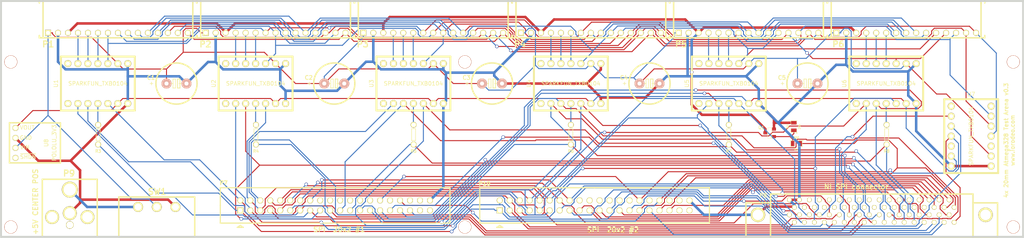
<source format=kicad_pcb>
(kicad_pcb (version 3) (host pcbnew "(2013-jul-07)-stable")
  (layers (15 F.Cu signal) (0 B.Cu signal) (18 B.Paste user) (19 F.Paste user) (20 B.SilkS user) (21 F.SilkS user) (22 B.Mask user) (23 F.Mask user) (28 Edge.Cuts user))
  (net 0 "")
  (net 1 +5V)
  (net 2 /3V3)
  (net 3 /5V)
  (net 4 /CS_0_3V3)
  (net 5 /CS_0_5V)
  (net 6 /CS_1_3V3)
  (net 7 /CS_1_5V)
  (net 8 /CS_2_3V3)
  (net 9 /CS_2_5V)
  (net 10 /CS_3_3V3)
  (net 11 /CS_3_5V)
  (net 12 /CS_4_3V3)
  (net 13 /CS_4_5V)
  (net 14 /CS_5_3V3)
  (net 15 /CS_5_5V)
  (net 16 /CS_6_3V3)
  (net 17 /CS_6_5V)
  (net 18 /CS_7_3V3)
  (net 19 /CS_7_5V)
  (net 20 /EXT_INT_3V3)
  (net 21 /EXT_INT_5V)
  (net 22 /MISO_0_3V3)
  (net 23 /MISO_0_5V)
  (net 24 /MISO_10_3V3)
  (net 25 /MISO_11_3V3)
  (net 26 /MISO_1_3V3)
  (net 27 /MISO_1_5V)
  (net 28 /MISO_2_3V3)
  (net 29 /MISO_2_5V)
  (net 30 /MISO_3_3V3)
  (net 31 /MISO_3_5V)
  (net 32 /MISO_4_3V3)
  (net 33 /MISO_4_5V)
  (net 34 /MISO_5_3V3)
  (net 35 /MISO_5_5V)
  (net 36 /MISO_6_3V3)
  (net 37 /MISO_7_3V3)
  (net 38 /MISO_8_3V3)
  (net 39 /MISO_9_3V3)
  (net 40 /MOSI_0_3V3)
  (net 41 /MOSI_0_5V)
  (net 42 /MOSI_10_3V3)
  (net 43 /MOSI_11_3V3)
  (net 44 /MOSI_1_3V3)
  (net 45 /MOSI_1_5V)
  (net 46 /MOSI_2_3V3)
  (net 47 /MOSI_2_5V)
  (net 48 /MOSI_3_3V3)
  (net 49 /MOSI_3_5V)
  (net 50 /MOSI_4_3V3)
  (net 51 /MOSI_4_5V)
  (net 52 /MOSI_5_3V3)
  (net 53 /MOSI_5_5V)
  (net 54 /MOSI_6_3V3)
  (net 55 /MOSI_7_3V3)
  (net 56 /MOSI_8_3V3)
  (net 57 /MOSI_9_3V3)
  (net 58 /RESET)
  (net 59 /RESET_PAN)
  (net 60 /SCK_0_3V3)
  (net 61 /SCK_0_5V)
  (net 62 /SCK_1_3V3)
  (net 63 /SCK_1_5V)
  (net 64 /SCK_2_3V3)
  (net 65 /SCK_2_5V)
  (net 66 /SCK_3_3V3)
  (net 67 /SCK_3_5V)
  (net 68 /SCK_4_3V3)
  (net 69 /SCK_4_5V)
  (net 70 /SCK_5_3V3)
  (net 71 /SCK_5_5V)
  (net 72 GND)
  (net 73 N-00000100)
  (net 74 N-00000103)
  (net 75 N-0000028)
  (net 76 N-0000029)
  (net 77 N-0000030)
  (net 78 N-0000032)
  (net 79 N-0000077)
  (module Capacitor_Polarized (layer F.Cu) (at 84.643 71)
    (fp_text reference C1 (at -6.5 -1.5) (layer F.SilkS) (effects (font (size 1.016 1.016) (thickness 0.2032))))
    (fp_text value 10uF hide)
    (pad 1 thru_hole circle (at -2.54 0) (size 2.54 2.54) (drill 1.016) (layers *.Cu *.SilkS *.Mask) (net 3 /5V))
    (pad 2 thru_hole circle (at 2.54 0) (size 2.54 2.54) (drill 1.016) (layers *.Cu *.SilkS *.Mask) (net 72 GND))
  )
  (module Capacitor_Polarized (layer F.Cu) (at 124.775 71)
    (fp_text reference C2 (at -6.5 -1.5) (layer F.SilkS) (effects (font (size 1.016 1.016) (thickness 0.2032))))
    (fp_text value 10uF hide)
    (pad 1 thru_hole circle (at -2.54 0) (size 2.54 2.54) (drill 1.016) (layers *.Cu *.SilkS *.Mask) (net 3 /5V))
    (pad 2 thru_hole circle (at 2.54 0) (size 2.54 2.54) (drill 1.016) (layers *.Cu *.SilkS *.Mask) (net 72 GND))
  )
  (module Capacitor_Polarized (layer F.Cu) (at 164.907 71)
    (fp_text reference C3 (at -6.5 -1.5) (layer F.SilkS) (effects (font (size 1.016 1.016) (thickness 0.2032))))
    (fp_text value 10uF hide)
    (pad 1 thru_hole circle (at -2.54 0) (size 2.54 2.54) (drill 1.016) (layers *.Cu *.SilkS *.Mask) (net 3 /5V))
    (pad 2 thru_hole circle (at 2.54 0) (size 2.54 2.54) (drill 1.016) (layers *.Cu *.SilkS *.Mask) (net 72 GND))
  )
  (module Capacitor_Polarized (layer F.Cu) (at 204.963 71)
    (fp_text reference C4 (at -6.5 -1.5) (layer F.SilkS) (effects (font (size 1.016 1.016) (thickness 0.2032))))
    (fp_text value 10uF hide)
    (pad 1 thru_hole circle (at -2.54 0) (size 2.54 2.54) (drill 1.016) (layers *.Cu *.SilkS *.Mask) (net 3 /5V))
    (pad 2 thru_hole circle (at 2.54 0) (size 2.54 2.54) (drill 1.016) (layers *.Cu *.SilkS *.Mask) (net 72 GND))
  )
  (module Capacitor_Polarized (layer F.Cu) (at 245.146 71)
    (fp_text reference C5 (at -6.5 -1.5) (layer F.SilkS) (effects (font (size 1.016 1.016) (thickness 0.2032))))
    (fp_text value 10uF hide)
    (pad 1 thru_hole circle (at -2.54 0) (size 2.54 2.54) (drill 1.016) (layers *.Cu *.SilkS *.Mask) (net 3 /5V))
    (pad 2 thru_hole circle (at 2.54 0) (size 2.54 2.54) (drill 1.016) (layers *.Cu *.SilkS *.Mask) (net 72 GND))
  )
  (module PIN_ARRAY_SHRD_20X2 (layer F.Cu) (at 125 102)
    (fp_text reference P7 (at -28.37 -5.71) (layer F.SilkS) (effects (font (size 1.016 1.016) (thickness 0.254))))
    (fp_text value CONN_20X2 hide)
    (pad 1 thru_hole rect (at -24.13 1.27) (size 1.524 1.524) (drill 1.016) (layers *.Cu *.Mask F.SilkS) (net 60 /SCK_0_3V3))
    (pad 2 thru_hole circle (at -24.13 -1.27) (size 1.524 1.524) (drill 1.016) (layers *.Cu *.Mask F.SilkS) (net 4 /CS_0_3V3))
    (pad 11 thru_hole circle (at -11.43 1.27) (size 1.524 1.524) (drill 1.016) (layers *.Cu *.Mask F.SilkS) (net 70 /SCK_5_3V3))
    (pad 4 thru_hole circle (at -21.59 -1.27) (size 1.524 1.524) (drill 1.016) (layers *.Cu *.Mask F.SilkS) (net 6 /CS_1_3V3))
    (pad 13 thru_hole circle (at -8.89 1.27) (size 1.524 1.524) (drill 1.016) (layers *.Cu *.Mask F.SilkS) (net 40 /MOSI_0_3V3))
    (pad 6 thru_hole circle (at -19.05 -1.27) (size 1.524 1.524) (drill 1.016) (layers *.Cu *.Mask F.SilkS) (net 8 /CS_2_3V3))
    (pad 15 thru_hole circle (at -6.35 1.27) (size 1.524 1.524) (drill 1.016) (layers *.Cu *.Mask F.SilkS) (net 22 /MISO_0_3V3))
    (pad 8 thru_hole circle (at -16.51 -1.27) (size 1.524 1.524) (drill 1.016) (layers *.Cu *.Mask F.SilkS) (net 10 /CS_3_3V3))
    (pad 17 thru_hole circle (at -3.81 1.27) (size 1.524 1.524) (drill 1.016) (layers *.Cu *.Mask F.SilkS) (net 44 /MOSI_1_3V3))
    (pad 10 thru_hole circle (at -13.97 -1.27) (size 1.524 1.524) (drill 1.016) (layers *.Cu *.Mask F.SilkS) (net 12 /CS_4_3V3))
    (pad 19 thru_hole circle (at -1.27 1.27) (size 1.524 1.524) (drill 1.016) (layers *.Cu *.Mask F.SilkS) (net 26 /MISO_1_3V3))
    (pad 12 thru_hole circle (at -11.43 -1.27) (size 1.524 1.524) (drill 1.016) (layers *.Cu *.Mask F.SilkS) (net 14 /CS_5_3V3))
    (pad 21 thru_hole circle (at 1.27 1.27) (size 1.524 1.524) (drill 1.016) (layers *.Cu *.Mask F.SilkS) (net 46 /MOSI_2_3V3))
    (pad 14 thru_hole circle (at -8.89 -1.27) (size 1.524 1.524) (drill 1.016) (layers *.Cu *.Mask F.SilkS) (net 16 /CS_6_3V3))
    (pad 23 thru_hole circle (at 3.81 1.27) (size 1.524 1.524) (drill 1.016) (layers *.Cu *.Mask F.SilkS) (net 28 /MISO_2_3V3))
    (pad 16 thru_hole circle (at -6.35 -1.27) (size 1.524 1.524) (drill 1.016) (layers *.Cu *.Mask F.SilkS) (net 18 /CS_7_3V3))
    (pad 25 thru_hole circle (at 6.35 1.27) (size 1.524 1.524) (drill 1.016) (layers *.Cu *.Mask F.SilkS) (net 48 /MOSI_3_3V3))
    (pad 18 thru_hole circle (at -3.81 -1.27) (size 1.524 1.524) (drill 1.016) (layers *.Cu *.Mask F.SilkS))
    (pad 27 thru_hole circle (at 8.89 1.27) (size 1.524 1.524) (drill 1.016) (layers *.Cu *.Mask F.SilkS) (net 30 /MISO_3_3V3))
    (pad 20 thru_hole circle (at -1.27 -1.27) (size 1.524 1.524) (drill 1.016) (layers *.Cu *.Mask F.SilkS))
    (pad 29 thru_hole circle (at 11.43 1.27) (size 1.524 1.524) (drill 1.016) (layers *.Cu *.Mask F.SilkS) (net 50 /MOSI_4_3V3))
    (pad 22 thru_hole circle (at 1.27 -1.27) (size 1.524 1.524) (drill 1.016) (layers *.Cu *.Mask F.SilkS))
    (pad 31 thru_hole circle (at 13.97 1.27) (size 1.524 1.524) (drill 1.016) (layers *.Cu *.Mask F.SilkS) (net 32 /MISO_4_3V3))
    (pad 24 thru_hole circle (at 3.81 -1.27) (size 1.524 1.524) (drill 1.016) (layers *.Cu *.Mask F.SilkS))
    (pad 26 thru_hole circle (at 6.35 -1.27) (size 1.524 1.524) (drill 1.016) (layers *.Cu *.Mask F.SilkS))
    (pad 33 thru_hole circle (at 16.51 1.27) (size 1.524 1.524) (drill 1.016) (layers *.Cu *.Mask F.SilkS) (net 52 /MOSI_5_3V3))
    (pad 28 thru_hole circle (at 8.89 -1.27) (size 1.524 1.524) (drill 1.016) (layers *.Cu *.Mask F.SilkS))
    (pad 32 thru_hole circle (at 13.97 -1.27) (size 1.524 1.524) (drill 1.016) (layers *.Cu *.Mask F.SilkS))
    (pad 34 thru_hole circle (at 16.51 -1.27) (size 1.524 1.524) (drill 1.016) (layers *.Cu *.Mask F.SilkS) (net 58 /RESET))
    (pad 36 thru_hole circle (at 19.05 -1.27) (size 1.524 1.524) (drill 1.016) (layers *.Cu *.Mask F.SilkS))
    (pad 38 thru_hole circle (at 21.59 -1.27) (size 1.524 1.524) (drill 1.016) (layers *.Cu *.Mask F.SilkS))
    (pad 35 thru_hole circle (at 19.05 1.27) (size 1.524 1.524) (drill 1.016) (layers *.Cu *.Mask F.SilkS) (net 34 /MISO_5_3V3))
    (pad 37 thru_hole circle (at 21.59 1.27) (size 1.524 1.524) (drill 1.016) (layers *.Cu *.Mask F.SilkS))
    (pad 3 thru_hole circle (at -21.59 1.27) (size 1.524 1.524) (drill 1.016) (layers *.Cu *.Mask F.SilkS) (net 62 /SCK_1_3V3))
    (pad 5 thru_hole circle (at -19.05 1.27) (size 1.524 1.524) (drill 1.016) (layers *.Cu *.Mask F.SilkS) (net 64 /SCK_2_3V3))
    (pad 7 thru_hole circle (at -16.51 1.27) (size 1.524 1.524) (drill 1.016) (layers *.Cu *.Mask F.SilkS) (net 66 /SCK_3_3V3))
    (pad 9 thru_hole circle (at -13.97 1.27) (size 1.524 1.524) (drill 1.016) (layers *.Cu *.Mask F.SilkS) (net 68 /SCK_4_3V3))
    (pad 39 thru_hole circle (at 24.13 1.27) (size 1.524 1.524) (drill 1.016) (layers *.Cu *.Mask F.SilkS))
    (pad 40 thru_hole circle (at 24.13 -1.27) (size 1.524 1.524) (drill 1.016) (layers *.Cu *.Mask F.SilkS) (net 72 GND))
    (pad 30 thru_hole circle (at 11.43 -1.27) (size 1.524 1.524) (drill 1.016) (layers *.Cu *.Mask F.SilkS) (net 20 /EXT_INT_3V3))
  )
  (module HEADER_TOP (layer F.Cu) (at 69.75 58.1)
    (fp_text reference P1 (at -17.75 2.9) (layer F.SilkS) (effects (font (size 1.524 1.524) (thickness 0.3048))))
    (fp_text value CONN15 hide)
    (pad 1 thru_hole rect (at -17.78 0) (size 1.524 1.524) (drill 1.016) (layers *.Cu *.Mask F.SilkS) (net 3 /5V))
    (pad 2 thru_hole circle (at -15.24 0) (size 1.524 1.524) (drill 1.016) (layers *.Cu *.Mask F.SilkS) (net 72 GND))
    (pad 3 thru_hole circle (at -12.7 0) (size 1.524 1.524) (drill 1.016) (layers *.Cu *.Mask F.SilkS) (net 59 /RESET_PAN))
    (pad 4 thru_hole circle (at -10.16 0) (size 1.524 1.524) (drill 1.016) (layers *.Cu *.Mask F.SilkS) (net 61 /SCK_0_5V))
    (pad 5 thru_hole circle (at -7.62 0) (size 1.524 1.524) (drill 1.016) (layers *.Cu *.Mask F.SilkS) (net 41 /MOSI_0_5V))
    (pad 6 thru_hole circle (at -5.08 0) (size 1.524 1.524) (drill 1.016) (layers *.Cu *.Mask F.SilkS) (net 23 /MISO_0_5V))
    (pad 7 thru_hole circle (at -2.54 0) (size 1.524 1.524) (drill 1.016) (layers *.Cu *.Mask F.SilkS) (net 5 /CS_0_5V))
    (pad 8 thru_hole circle (at 0 0) (size 1.524 1.524) (drill 1.016) (layers *.Cu *.Mask F.SilkS) (net 7 /CS_1_5V))
    (pad 9 thru_hole circle (at 2.54 0) (size 1.524 1.524) (drill 1.016) (layers *.Cu *.Mask F.SilkS) (net 9 /CS_2_5V))
    (pad 10 thru_hole circle (at 5.08 0) (size 1.524 1.524) (drill 1.016) (layers *.Cu *.Mask F.SilkS) (net 11 /CS_3_5V))
    (pad 11 thru_hole circle (at 7.62 0) (size 1.524 1.524) (drill 1.016) (layers *.Cu *.Mask F.SilkS) (net 13 /CS_4_5V))
    (pad 12 thru_hole circle (at 10.16 0) (size 1.524 1.524) (drill 1.016) (layers *.Cu *.Mask F.SilkS) (net 15 /CS_5_5V))
    (pad 13 thru_hole circle (at 12.7 0) (size 1.524 1.524) (drill 1.016) (layers *.Cu *.Mask F.SilkS) (net 17 /CS_6_5V))
    (pad 14 thru_hole circle (at 15.24 0) (size 1.524 1.524) (drill 1.016) (layers *.Cu *.Mask F.SilkS) (net 19 /CS_7_5V))
    (pad 15 thru_hole circle (at 17.78 0) (size 1.524 1.524) (drill 1.016) (layers *.Cu *.Mask F.SilkS) (net 21 /EXT_INT_5V))
  )
  (module HEADER_TOP (layer F.Cu) (at 109.85 58.1)
    (fp_text reference P2 (at -17.85 2.9) (layer F.SilkS) (effects (font (size 1.524 1.524) (thickness 0.3048))))
    (fp_text value CONN15 hide)
    (pad 1 thru_hole rect (at -17.78 0) (size 1.524 1.524) (drill 1.016) (layers *.Cu *.Mask F.SilkS) (net 3 /5V))
    (pad 2 thru_hole circle (at -15.24 0) (size 1.524 1.524) (drill 1.016) (layers *.Cu *.Mask F.SilkS) (net 72 GND))
    (pad 3 thru_hole circle (at -12.7 0) (size 1.524 1.524) (drill 1.016) (layers *.Cu *.Mask F.SilkS) (net 59 /RESET_PAN))
    (pad 4 thru_hole circle (at -10.16 0) (size 1.524 1.524) (drill 1.016) (layers *.Cu *.Mask F.SilkS) (net 63 /SCK_1_5V))
    (pad 5 thru_hole circle (at -7.62 0) (size 1.524 1.524) (drill 1.016) (layers *.Cu *.Mask F.SilkS) (net 45 /MOSI_1_5V))
    (pad 6 thru_hole circle (at -5.08 0) (size 1.524 1.524) (drill 1.016) (layers *.Cu *.Mask F.SilkS) (net 27 /MISO_1_5V))
    (pad 7 thru_hole circle (at -2.54 0) (size 1.524 1.524) (drill 1.016) (layers *.Cu *.Mask F.SilkS) (net 5 /CS_0_5V))
    (pad 8 thru_hole circle (at 0 0) (size 1.524 1.524) (drill 1.016) (layers *.Cu *.Mask F.SilkS) (net 7 /CS_1_5V))
    (pad 9 thru_hole circle (at 2.54 0) (size 1.524 1.524) (drill 1.016) (layers *.Cu *.Mask F.SilkS) (net 9 /CS_2_5V))
    (pad 10 thru_hole circle (at 5.08 0) (size 1.524 1.524) (drill 1.016) (layers *.Cu *.Mask F.SilkS) (net 11 /CS_3_5V))
    (pad 11 thru_hole circle (at 7.62 0) (size 1.524 1.524) (drill 1.016) (layers *.Cu *.Mask F.SilkS) (net 13 /CS_4_5V))
    (pad 12 thru_hole circle (at 10.16 0) (size 1.524 1.524) (drill 1.016) (layers *.Cu *.Mask F.SilkS) (net 15 /CS_5_5V))
    (pad 13 thru_hole circle (at 12.7 0) (size 1.524 1.524) (drill 1.016) (layers *.Cu *.Mask F.SilkS) (net 17 /CS_6_5V))
    (pad 14 thru_hole circle (at 15.24 0) (size 1.524 1.524) (drill 1.016) (layers *.Cu *.Mask F.SilkS) (net 19 /CS_7_5V))
    (pad 15 thru_hole circle (at 17.78 0) (size 1.524 1.524) (drill 1.016) (layers *.Cu *.Mask F.SilkS) (net 21 /EXT_INT_5V))
  )
  (module HEADER_TOP (layer F.Cu) (at 149.95 58.1)
    (fp_text reference P3 (at -17.95 2.9) (layer F.SilkS) (effects (font (size 1.524 1.524) (thickness 0.3048))))
    (fp_text value CONN15 hide)
    (pad 1 thru_hole rect (at -17.78 0) (size 1.524 1.524) (drill 1.016) (layers *.Cu *.Mask F.SilkS) (net 3 /5V))
    (pad 2 thru_hole circle (at -15.24 0) (size 1.524 1.524) (drill 1.016) (layers *.Cu *.Mask F.SilkS) (net 72 GND))
    (pad 3 thru_hole circle (at -12.7 0) (size 1.524 1.524) (drill 1.016) (layers *.Cu *.Mask F.SilkS) (net 59 /RESET_PAN))
    (pad 4 thru_hole circle (at -10.16 0) (size 1.524 1.524) (drill 1.016) (layers *.Cu *.Mask F.SilkS) (net 65 /SCK_2_5V))
    (pad 5 thru_hole circle (at -7.62 0) (size 1.524 1.524) (drill 1.016) (layers *.Cu *.Mask F.SilkS) (net 47 /MOSI_2_5V))
    (pad 6 thru_hole circle (at -5.08 0) (size 1.524 1.524) (drill 1.016) (layers *.Cu *.Mask F.SilkS) (net 29 /MISO_2_5V))
    (pad 7 thru_hole circle (at -2.54 0) (size 1.524 1.524) (drill 1.016) (layers *.Cu *.Mask F.SilkS) (net 5 /CS_0_5V))
    (pad 8 thru_hole circle (at 0 0) (size 1.524 1.524) (drill 1.016) (layers *.Cu *.Mask F.SilkS) (net 7 /CS_1_5V))
    (pad 9 thru_hole circle (at 2.54 0) (size 1.524 1.524) (drill 1.016) (layers *.Cu *.Mask F.SilkS) (net 9 /CS_2_5V))
    (pad 10 thru_hole circle (at 5.08 0) (size 1.524 1.524) (drill 1.016) (layers *.Cu *.Mask F.SilkS) (net 11 /CS_3_5V))
    (pad 11 thru_hole circle (at 7.62 0) (size 1.524 1.524) (drill 1.016) (layers *.Cu *.Mask F.SilkS) (net 13 /CS_4_5V))
    (pad 12 thru_hole circle (at 10.16 0) (size 1.524 1.524) (drill 1.016) (layers *.Cu *.Mask F.SilkS) (net 15 /CS_5_5V))
    (pad 13 thru_hole circle (at 12.7 0) (size 1.524 1.524) (drill 1.016) (layers *.Cu *.Mask F.SilkS) (net 17 /CS_6_5V))
    (pad 14 thru_hole circle (at 15.24 0) (size 1.524 1.524) (drill 1.016) (layers *.Cu *.Mask F.SilkS) (net 19 /CS_7_5V))
    (pad 15 thru_hole circle (at 17.78 0) (size 1.524 1.524) (drill 1.016) (layers *.Cu *.Mask F.SilkS) (net 21 /EXT_INT_5V))
  )
  (module HEADER_TOP (layer F.Cu) (at 190.05 58.1)
    (fp_text reference P4 (at -18.05 2.9) (layer F.SilkS) (effects (font (size 1.524 1.524) (thickness 0.3048))))
    (fp_text value CONN15 hide)
    (pad 1 thru_hole rect (at -17.78 0) (size 1.524 1.524) (drill 1.016) (layers *.Cu *.Mask F.SilkS) (net 3 /5V))
    (pad 2 thru_hole circle (at -15.24 0) (size 1.524 1.524) (drill 1.016) (layers *.Cu *.Mask F.SilkS) (net 72 GND))
    (pad 3 thru_hole circle (at -12.7 0) (size 1.524 1.524) (drill 1.016) (layers *.Cu *.Mask F.SilkS) (net 59 /RESET_PAN))
    (pad 4 thru_hole circle (at -10.16 0) (size 1.524 1.524) (drill 1.016) (layers *.Cu *.Mask F.SilkS) (net 67 /SCK_3_5V))
    (pad 5 thru_hole circle (at -7.62 0) (size 1.524 1.524) (drill 1.016) (layers *.Cu *.Mask F.SilkS) (net 49 /MOSI_3_5V))
    (pad 6 thru_hole circle (at -5.08 0) (size 1.524 1.524) (drill 1.016) (layers *.Cu *.Mask F.SilkS) (net 31 /MISO_3_5V))
    (pad 7 thru_hole circle (at -2.54 0) (size 1.524 1.524) (drill 1.016) (layers *.Cu *.Mask F.SilkS) (net 5 /CS_0_5V))
    (pad 8 thru_hole circle (at 0 0) (size 1.524 1.524) (drill 1.016) (layers *.Cu *.Mask F.SilkS) (net 7 /CS_1_5V))
    (pad 9 thru_hole circle (at 2.54 0) (size 1.524 1.524) (drill 1.016) (layers *.Cu *.Mask F.SilkS) (net 9 /CS_2_5V))
    (pad 10 thru_hole circle (at 5.08 0) (size 1.524 1.524) (drill 1.016) (layers *.Cu *.Mask F.SilkS) (net 11 /CS_3_5V))
    (pad 11 thru_hole circle (at 7.62 0) (size 1.524 1.524) (drill 1.016) (layers *.Cu *.Mask F.SilkS) (net 13 /CS_4_5V))
    (pad 12 thru_hole circle (at 10.16 0) (size 1.524 1.524) (drill 1.016) (layers *.Cu *.Mask F.SilkS) (net 15 /CS_5_5V))
    (pad 13 thru_hole circle (at 12.7 0) (size 1.524 1.524) (drill 1.016) (layers *.Cu *.Mask F.SilkS) (net 17 /CS_6_5V))
    (pad 14 thru_hole circle (at 15.24 0) (size 1.524 1.524) (drill 1.016) (layers *.Cu *.Mask F.SilkS) (net 19 /CS_7_5V))
    (pad 15 thru_hole circle (at 17.78 0) (size 1.524 1.524) (drill 1.016) (layers *.Cu *.Mask F.SilkS) (net 21 /EXT_INT_5V))
  )
  (module HEADER_TOP (layer F.Cu) (at 230.15 58.1)
    (fp_text reference P5 (at -17.15 2.9) (layer F.SilkS) (effects (font (size 1.524 1.524) (thickness 0.3048))))
    (fp_text value CONN15 hide)
    (pad 1 thru_hole rect (at -17.78 0) (size 1.524 1.524) (drill 1.016) (layers *.Cu *.Mask F.SilkS) (net 3 /5V))
    (pad 2 thru_hole circle (at -15.24 0) (size 1.524 1.524) (drill 1.016) (layers *.Cu *.Mask F.SilkS) (net 72 GND))
    (pad 3 thru_hole circle (at -12.7 0) (size 1.524 1.524) (drill 1.016) (layers *.Cu *.Mask F.SilkS) (net 59 /RESET_PAN))
    (pad 4 thru_hole circle (at -10.16 0) (size 1.524 1.524) (drill 1.016) (layers *.Cu *.Mask F.SilkS) (net 69 /SCK_4_5V))
    (pad 5 thru_hole circle (at -7.62 0) (size 1.524 1.524) (drill 1.016) (layers *.Cu *.Mask F.SilkS) (net 51 /MOSI_4_5V))
    (pad 6 thru_hole circle (at -5.08 0) (size 1.524 1.524) (drill 1.016) (layers *.Cu *.Mask F.SilkS) (net 33 /MISO_4_5V))
    (pad 7 thru_hole circle (at -2.54 0) (size 1.524 1.524) (drill 1.016) (layers *.Cu *.Mask F.SilkS) (net 5 /CS_0_5V))
    (pad 8 thru_hole circle (at 0 0) (size 1.524 1.524) (drill 1.016) (layers *.Cu *.Mask F.SilkS) (net 7 /CS_1_5V))
    (pad 9 thru_hole circle (at 2.54 0) (size 1.524 1.524) (drill 1.016) (layers *.Cu *.Mask F.SilkS) (net 9 /CS_2_5V))
    (pad 10 thru_hole circle (at 5.08 0) (size 1.524 1.524) (drill 1.016) (layers *.Cu *.Mask F.SilkS) (net 11 /CS_3_5V))
    (pad 11 thru_hole circle (at 7.62 0) (size 1.524 1.524) (drill 1.016) (layers *.Cu *.Mask F.SilkS) (net 13 /CS_4_5V))
    (pad 12 thru_hole circle (at 10.16 0) (size 1.524 1.524) (drill 1.016) (layers *.Cu *.Mask F.SilkS) (net 15 /CS_5_5V))
    (pad 13 thru_hole circle (at 12.7 0) (size 1.524 1.524) (drill 1.016) (layers *.Cu *.Mask F.SilkS) (net 17 /CS_6_5V))
    (pad 14 thru_hole circle (at 15.24 0) (size 1.524 1.524) (drill 1.016) (layers *.Cu *.Mask F.SilkS) (net 19 /CS_7_5V))
    (pad 15 thru_hole circle (at 17.78 0) (size 1.524 1.524) (drill 1.016) (layers *.Cu *.Mask F.SilkS) (net 21 /EXT_INT_5V))
  )
  (module HEADER_TOP (layer F.Cu) (at 270.25 58.1)
    (fp_text reference P6 (at -17.25 2.9) (layer F.SilkS) (effects (font (size 1.524 1.524) (thickness 0.3048))))
    (fp_text value CONN15 hide)
    (pad 1 thru_hole rect (at -17.78 0) (size 1.524 1.524) (drill 1.016) (layers *.Cu *.Mask F.SilkS) (net 3 /5V))
    (pad 2 thru_hole circle (at -15.24 0) (size 1.524 1.524) (drill 1.016) (layers *.Cu *.Mask F.SilkS) (net 72 GND))
    (pad 3 thru_hole circle (at -12.7 0) (size 1.524 1.524) (drill 1.016) (layers *.Cu *.Mask F.SilkS) (net 59 /RESET_PAN))
    (pad 4 thru_hole circle (at -10.16 0) (size 1.524 1.524) (drill 1.016) (layers *.Cu *.Mask F.SilkS) (net 71 /SCK_5_5V))
    (pad 5 thru_hole circle (at -7.62 0) (size 1.524 1.524) (drill 1.016) (layers *.Cu *.Mask F.SilkS) (net 53 /MOSI_5_5V))
    (pad 6 thru_hole circle (at -5.08 0) (size 1.524 1.524) (drill 1.016) (layers *.Cu *.Mask F.SilkS) (net 35 /MISO_5_5V))
    (pad 7 thru_hole circle (at -2.54 0) (size 1.524 1.524) (drill 1.016) (layers *.Cu *.Mask F.SilkS) (net 5 /CS_0_5V))
    (pad 8 thru_hole circle (at 0 0) (size 1.524 1.524) (drill 1.016) (layers *.Cu *.Mask F.SilkS) (net 7 /CS_1_5V))
    (pad 9 thru_hole circle (at 2.54 0) (size 1.524 1.524) (drill 1.016) (layers *.Cu *.Mask F.SilkS) (net 9 /CS_2_5V))
    (pad 10 thru_hole circle (at 5.08 0) (size 1.524 1.524) (drill 1.016) (layers *.Cu *.Mask F.SilkS) (net 11 /CS_3_5V))
    (pad 11 thru_hole circle (at 7.62 0) (size 1.524 1.524) (drill 1.016) (layers *.Cu *.Mask F.SilkS) (net 13 /CS_4_5V))
    (pad 12 thru_hole circle (at 10.16 0) (size 1.524 1.524) (drill 1.016) (layers *.Cu *.Mask F.SilkS) (net 15 /CS_5_5V))
    (pad 13 thru_hole circle (at 12.7 0) (size 1.524 1.524) (drill 1.016) (layers *.Cu *.Mask F.SilkS) (net 17 /CS_6_5V))
    (pad 14 thru_hole circle (at 15.24 0) (size 1.524 1.524) (drill 1.016) (layers *.Cu *.Mask F.SilkS) (net 19 /CS_7_5V))
    (pad 15 thru_hole circle (at 17.78 0) (size 1.524 1.524) (drill 1.016) (layers *.Cu *.Mask F.SilkS) (net 21 /EXT_INT_5V))
  )
  (module MOUNT_HOLE_4_40 (layer F.Cu) (at 297.5 65.5)
    (fp_text reference M3 hide)
    (fp_text value VAL** hide)
    (pad "" thru_hole circle (at 0 0) (size 3.302 3.302) (drill 3.048) (layers *.Cu *.SilkS *.Mask))
  )
  (module MOUNT_HOLE_4_40 (layer F.Cu) (at 42.5 107.5)
    (fp_text reference M6 hide)
    (fp_text value VAL** hide)
    (pad "" thru_hole circle (at 0 0) (size 3.302 3.302) (drill 3.048) (layers *.Cu *.SilkS *.Mask))
  )
  (module MOUNT_HOLE_4_40 (layer F.Cu) (at 297.5 107.5)
    (fp_text reference M4 hide)
    (fp_text value VAL** hide)
    (pad "" thru_hole circle (at 0 0) (size 3.302 3.302) (drill 3.048) (layers *.Cu *.SilkS *.Mask))
  )
  (module MOUNT_HOLE_4_40 (layer F.Cu) (at 170 65.5)
    (fp_text reference M2 hide)
    (fp_text value VAL** hide)
    (pad "" thru_hole circle (at -12 0) (size 3.302 3.302) (drill 3.048) (layers *.Cu *.SilkS *.Mask))
  )
  (module MOUNT_HOLE_4_40 (layer F.Cu) (at 160 107.5)
    (fp_text reference M5 hide)
    (fp_text value VAL** hide)
    (pad "" thru_hole circle (at -2 0) (size 3.302 3.302) (drill 3.048) (layers *.Cu *.SilkS *.Mask))
  )
  (module MOUNT_HOLE_4_40 (layer F.Cu) (at 42.5 65.5)
    (fp_text reference M1 hide)
    (fp_text value VAL** hide)
    (pad "" thru_hole circle (at 0 0) (size 3.302 3.302) (drill 3.048) (layers *.Cu *.SilkS *.Mask))
  )
  (module TE_CONN_DSUB_RA_68 (layer F.Cu) (at 261.5 110.1)
    (fp_text reference P8 (at -27.62 -10.66) (layer F.SilkS))
    (fp_text value CONN_34X2 hide)
    (pad 69 thru_hole circle (at -28.955 -5.705) (size 3.7 3.7) (drill 2.7) (layers *.Cu *.Mask F.SilkS) (net 72 GND))
    (pad 70 thru_hole circle (at 28.955 -5.705) (size 3.7 3.7) (drill 2.7) (layers *.Cu *.Mask F.SilkS))
    (pad 1 thru_hole circle (at -20.955 -9.515) (size 1.2 1.2) (drill 0.8) (layers *.Cu *.Mask F.SilkS) (net 72 GND))
    (pad 2 thru_hole circle (at -19.685 -7.61) (size 1.2 1.2) (drill 0.8) (layers *.Cu *.Mask F.SilkS) (net 72 GND))
    (pad 3 thru_hole circle (at -18.415 -9.515) (size 1.2 1.2) (drill 0.8) (layers *.Cu *.Mask F.SilkS) (net 72 GND))
    (pad 4 thru_hole circle (at -17.145 -7.61) (size 1.2 1.2) (drill 0.8) (layers *.Cu *.Mask F.SilkS))
    (pad 5 thru_hole circle (at -15.875 -9.515) (size 1.2 1.2) (drill 0.8) (layers *.Cu *.Mask F.SilkS))
    (pad 6 thru_hole circle (at -14.605 -7.61) (size 1.2 1.2) (drill 0.8) (layers *.Cu *.Mask F.SilkS))
    (pad 7 thru_hole circle (at -13.335 -9.515) (size 1.2 1.2) (drill 0.8) (layers *.Cu *.Mask F.SilkS))
    (pad 8 thru_hole circle (at -12.065 -7.61) (size 1.2 1.2) (drill 0.8) (layers *.Cu *.Mask F.SilkS))
    (pad 9 thru_hole circle (at -10.795 -9.515) (size 1.2 1.2) (drill 0.8) (layers *.Cu *.Mask F.SilkS))
    (pad 10 thru_hole circle (at -9.525 -7.61) (size 1.2 1.2) (drill 0.8) (layers *.Cu *.Mask F.SilkS))
    (pad 11 thru_hole circle (at -8.255 -9.515) (size 1.2 1.2) (drill 0.8) (layers *.Cu *.Mask F.SilkS))
    (pad 12 thru_hole circle (at -6.985 -7.61) (size 1.2 1.2) (drill 0.8) (layers *.Cu *.Mask F.SilkS))
    (pad 13 thru_hole circle (at -5.715 -9.515) (size 1.2 1.2) (drill 0.8) (layers *.Cu *.Mask F.SilkS))
    (pad 14 thru_hole circle (at -4.445 -7.61) (size 1.2 1.2) (drill 0.8) (layers *.Cu *.Mask F.SilkS))
    (pad 15 thru_hole circle (at -3.175 -9.515) (size 1.2 1.2) (drill 0.8) (layers *.Cu *.Mask F.SilkS))
    (pad 16 thru_hole circle (at -1.905 -7.61) (size 1.2 1.2) (drill 0.8) (layers *.Cu *.Mask F.SilkS))
    (pad 17 thru_hole circle (at -0.635 -9.515) (size 1.2 1.2) (drill 0.8) (layers *.Cu *.Mask F.SilkS))
    (pad 18 thru_hole circle (at 0.635 -7.61) (size 1.2 1.2) (drill 0.8) (layers *.Cu *.Mask F.SilkS))
    (pad 19 thru_hole circle (at 1.905 -9.515) (size 1.2 1.2) (drill 0.8) (layers *.Cu *.Mask F.SilkS))
    (pad 20 thru_hole circle (at 3.175 -7.61) (size 1.2 1.2) (drill 0.8) (layers *.Cu *.Mask F.SilkS))
    (pad 21 thru_hole circle (at 4.445 -9.515) (size 1.2 1.2) (drill 0.8) (layers *.Cu *.Mask F.SilkS))
    (pad 22 thru_hole circle (at 5.715 -7.61) (size 1.2 1.2) (drill 0.8) (layers *.Cu *.Mask F.SilkS))
    (pad 23 thru_hole circle (at 6.985 -9.515) (size 1.2 1.2) (drill 0.8) (layers *.Cu *.Mask F.SilkS))
    (pad 24 thru_hole circle (at 8.255 -7.61) (size 1.2 1.2) (drill 0.8) (layers *.Cu *.Mask F.SilkS))
    (pad 25 thru_hole circle (at 9.525 -9.515) (size 1.2 1.2) (drill 0.8) (layers *.Cu *.Mask F.SilkS))
    (pad 26 thru_hole circle (at 10.795 -7.61) (size 1.2 1.2) (drill 0.8) (layers *.Cu *.Mask F.SilkS))
    (pad 27 thru_hole circle (at 12.065 -9.515) (size 1.2 1.2) (drill 0.8) (layers *.Cu *.Mask F.SilkS))
    (pad 28 thru_hole circle (at 13.335 -7.61) (size 1.2 1.2) (drill 0.8) (layers *.Cu *.Mask F.SilkS))
    (pad 29 thru_hole circle (at 14.605 -9.515) (size 1.2 1.2) (drill 0.8) (layers *.Cu *.Mask F.SilkS) (net 55 /MOSI_7_3V3))
    (pad 30 thru_hole circle (at 15.875 -7.61) (size 1.2 1.2) (drill 0.8) (layers *.Cu *.Mask F.SilkS) (net 56 /MOSI_8_3V3))
    (pad 31 thru_hole circle (at 17.145 -9.515) (size 1.2 1.2) (drill 0.8) (layers *.Cu *.Mask F.SilkS) (net 57 /MOSI_9_3V3))
    (pad 32 thru_hole circle (at 18.415 -7.61) (size 1.2 1.2) (drill 0.8) (layers *.Cu *.Mask F.SilkS) (net 42 /MOSI_10_3V3))
    (pad 33 thru_hole circle (at 19.685 -9.515) (size 1.2 1.2) (drill 0.8) (layers *.Cu *.Mask F.SilkS) (net 43 /MOSI_11_3V3))
    (pad 34 thru_hole circle (at 20.955 -7.61) (size 1.2 1.2) (drill 0.8) (layers *.Cu *.Mask F.SilkS) (net 58 /RESET))
    (pad 35 thru_hole circle (at -20.955 -5.705) (size 1.2 1.2) (drill 0.8) (layers *.Cu *.Mask F.SilkS) (net 4 /CS_0_3V3))
    (pad 36 thru_hole circle (at -19.685 -3.8) (size 1.2 1.2) (drill 0.8) (layers *.Cu *.Mask F.SilkS) (net 6 /CS_1_3V3))
    (pad 37 thru_hole circle (at -18.415 -5.705) (size 1.2 1.2) (drill 0.8) (layers *.Cu *.Mask F.SilkS) (net 8 /CS_2_3V3))
    (pad 38 thru_hole circle (at -17.145 -3.8) (size 1.2 1.2) (drill 0.8) (layers *.Cu *.Mask F.SilkS) (net 10 /CS_3_3V3))
    (pad 39 thru_hole circle (at -15.875 -5.705) (size 1.2 1.2) (drill 0.8) (layers *.Cu *.Mask F.SilkS) (net 12 /CS_4_3V3))
    (pad 40 thru_hole circle (at -14.605 -3.8) (size 1.2 1.2) (drill 0.8) (layers *.Cu *.Mask F.SilkS) (net 14 /CS_5_3V3))
    (pad 41 thru_hole circle (at -13.335 -5.705) (size 1.2 1.2) (drill 0.8) (layers *.Cu *.Mask F.SilkS) (net 16 /CS_6_3V3))
    (pad 42 thru_hole circle (at -12.065 -3.8) (size 1.2 1.2) (drill 0.8) (layers *.Cu *.Mask F.SilkS) (net 18 /CS_7_3V3))
    (pad 43 thru_hole circle (at -10.795 -5.705) (size 1.2 1.2) (drill 0.8) (layers *.Cu *.Mask F.SilkS) (net 60 /SCK_0_3V3))
    (pad 44 thru_hole circle (at -9.525 -3.8) (size 1.2 1.2) (drill 0.8) (layers *.Cu *.Mask F.SilkS) (net 62 /SCK_1_3V3))
    (pad 45 thru_hole circle (at -8.255 -5.705) (size 1.2 1.2) (drill 0.8) (layers *.Cu *.Mask F.SilkS) (net 64 /SCK_2_3V3))
    (pad 46 thru_hole circle (at -6.985 -3.8) (size 1.2 1.2) (drill 0.8) (layers *.Cu *.Mask F.SilkS) (net 66 /SCK_3_3V3))
    (pad 47 thru_hole circle (at -5.715 -5.705) (size 1.2 1.2) (drill 0.8) (layers *.Cu *.Mask F.SilkS) (net 68 /SCK_4_3V3))
    (pad 48 thru_hole circle (at -4.445 -3.8) (size 1.2 1.2) (drill 0.8) (layers *.Cu *.Mask F.SilkS) (net 70 /SCK_5_3V3))
    (pad 49 thru_hole circle (at -3.175 -5.705) (size 1.2 1.2) (drill 0.8) (layers *.Cu *.Mask F.SilkS) (net 40 /MOSI_0_3V3))
    (pad 50 thru_hole circle (at -1.905 -3.8) (size 1.2 1.2) (drill 0.8) (layers *.Cu *.Mask F.SilkS) (net 22 /MISO_0_3V3))
    (pad 51 thru_hole circle (at -0.635 -5.705) (size 1.2 1.2) (drill 0.8) (layers *.Cu *.Mask F.SilkS) (net 44 /MOSI_1_3V3))
    (pad 52 thru_hole circle (at 0.635 -3.8) (size 1.2 1.2) (drill 0.8) (layers *.Cu *.Mask F.SilkS) (net 26 /MISO_1_3V3))
    (pad 53 thru_hole circle (at 1.905 -5.705) (size 1.2 1.2) (drill 0.8) (layers *.Cu *.Mask F.SilkS) (net 46 /MOSI_2_3V3))
    (pad 54 thru_hole circle (at 3.175 -3.8) (size 1.2 1.2) (drill 0.8) (layers *.Cu *.Mask F.SilkS) (net 28 /MISO_2_3V3))
    (pad 55 thru_hole circle (at 4.445 -5.705) (size 1.2 1.2) (drill 0.8) (layers *.Cu *.Mask F.SilkS) (net 48 /MOSI_3_3V3))
    (pad 56 thru_hole circle (at 5.715 -3.8) (size 1.2 1.2) (drill 0.8) (layers *.Cu *.Mask F.SilkS) (net 30 /MISO_3_3V3))
    (pad 57 thru_hole circle (at 6.985 -5.705) (size 1.2 1.2) (drill 0.8) (layers *.Cu *.Mask F.SilkS) (net 50 /MOSI_4_3V3))
    (pad 58 thru_hole circle (at 8.255 -3.8) (size 1.2 1.2) (drill 0.8) (layers *.Cu *.Mask F.SilkS) (net 32 /MISO_4_3V3))
    (pad 59 thru_hole circle (at 9.525 -5.705) (size 1.2 1.2) (drill 0.8) (layers *.Cu *.Mask F.SilkS) (net 52 /MOSI_5_3V3))
    (pad 60 thru_hole circle (at 10.795 -3.8) (size 1.2 1.2) (drill 0.8) (layers *.Cu *.Mask F.SilkS) (net 34 /MISO_5_3V3))
    (pad 61 thru_hole circle (at 12.065 -5.705) (size 1.2 1.2) (drill 0.8) (layers *.Cu *.Mask F.SilkS) (net 54 /MOSI_6_3V3))
    (pad 62 thru_hole circle (at 13.335 -3.8) (size 1.2 1.2) (drill 0.8) (layers *.Cu *.Mask F.SilkS) (net 36 /MISO_6_3V3))
    (pad 63 thru_hole circle (at 14.605 -5.705) (size 1.2 1.2) (drill 0.8) (layers *.Cu *.Mask F.SilkS) (net 37 /MISO_7_3V3))
    (pad 64 thru_hole circle (at 15.875 -3.8) (size 1.2 1.2) (drill 0.8) (layers *.Cu *.Mask F.SilkS) (net 38 /MISO_8_3V3))
    (pad 65 thru_hole circle (at 17.145 -5.705) (size 1.2 1.2) (drill 0.8) (layers *.Cu *.Mask F.SilkS) (net 39 /MISO_9_3V3))
    (pad 66 thru_hole circle (at 18.415 -3.8) (size 1.2 1.2) (drill 0.8) (layers *.Cu *.Mask F.SilkS) (net 24 /MISO_10_3V3))
    (pad 67 thru_hole circle (at 19.685 -5.705) (size 1.2 1.2) (drill 0.8) (layers *.Cu *.Mask F.SilkS) (net 25 /MISO_11_3V3))
    (pad 68 thru_hole circle (at 20.955 -3.8) (size 1.2 1.2) (drill 0.8) (layers *.Cu *.Mask F.SilkS) (net 20 /EXT_INT_3V3))
  )
  (module DCJACK_2PIN_HIGHCURRENT (layer F.Cu) (at 57.5 109.97 180)
    (fp_text reference P9 (at 0.2 16.12 360) (layer F.SilkS) (effects (font (size 1.524 1.524) (thickness 0.3048))))
    (fp_text value CONN_2 hide)
    (pad "" thru_hole circle (at 0 2.9972 180) (size 1.9304 1.9304) (drill 1.6002) (layers *.Cu *.Mask F.SilkS))
    (pad 2 thru_hole circle (at 0 5.9944 180) (size 3.556 3.556) (drill 2.6924) (layers *.Cu *.Mask F.SilkS) (net 72 GND))
    (pad 1 thru_hole circle (at 0 11.9888 180) (size 4.064 4.064) (drill 3.1496) (layers *.Cu *.Mask F.SilkS) (net 1 +5V))
    (pad "" thru_hole circle (at -4.4958 5.0038 180) (size 3.556 3.556) (drill 2.6924) (layers *.Cu *.Mask F.SilkS))
    (pad "" thru_hole circle (at 4.4958 5.0038 180) (size 3.556 3.556) (drill 2.6924) (layers *.Cu *.Mask F.SilkS))
  )
  (module slide_switch (layer F.Cu) (at 79.63 104.94)
    (fp_text reference SW1 (at 0.09 -6.44) (layer F.SilkS) (effects (font (size 1.524 1.524) (thickness 0.3048))))
    (fp_text value SWITCH_INV hide)
    (pad 1 thru_hole circle (at -4.7498 -2.54) (size 2.54 2.54) (drill 1.778) (layers *.Cu *.Mask F.SilkS) (net 1 +5V))
    (pad 2 thru_hole circle (at 0 -2.54) (size 2.54 2.54) (drill 1.778) (layers *.Cu *.Mask F.SilkS) (net 3 /5V))
    (pad 3 thru_hole circle (at 4.7498 -2.54) (size 2.54 2.54) (drill 1.778) (layers *.Cu *.Mask F.SilkS) (net 72 GND))
  )
  (module PIN_ARRAY_SHRD_20X2 (layer F.Cu) (at 191 102)
    (fp_text reference P10 (at -27.99 -5.510001) (layer F.SilkS) (effects (font (size 1.016 1.016) (thickness 0.27432))))
    (fp_text value CONN_20X2 hide)
    (pad 1 thru_hole rect (at -24.13 1.27) (size 1.524 1.524) (drill 1.016) (layers *.Cu *.Mask F.SilkS) (net 60 /SCK_0_3V3))
    (pad 2 thru_hole circle (at -24.13 -1.27) (size 1.524 1.524) (drill 1.016) (layers *.Cu *.Mask F.SilkS) (net 4 /CS_0_3V3))
    (pad 11 thru_hole circle (at -11.43 1.27) (size 1.524 1.524) (drill 1.016) (layers *.Cu *.Mask F.SilkS) (net 70 /SCK_5_3V3))
    (pad 4 thru_hole circle (at -21.59 -1.27) (size 1.524 1.524) (drill 1.016) (layers *.Cu *.Mask F.SilkS) (net 6 /CS_1_3V3))
    (pad 13 thru_hole circle (at -8.89 1.27) (size 1.524 1.524) (drill 1.016) (layers *.Cu *.Mask F.SilkS) (net 54 /MOSI_6_3V3))
    (pad 6 thru_hole circle (at -19.05 -1.27) (size 1.524 1.524) (drill 1.016) (layers *.Cu *.Mask F.SilkS) (net 8 /CS_2_3V3))
    (pad 15 thru_hole circle (at -6.35 1.27) (size 1.524 1.524) (drill 1.016) (layers *.Cu *.Mask F.SilkS) (net 36 /MISO_6_3V3))
    (pad 8 thru_hole circle (at -16.51 -1.27) (size 1.524 1.524) (drill 1.016) (layers *.Cu *.Mask F.SilkS) (net 10 /CS_3_3V3))
    (pad 17 thru_hole circle (at -3.81 1.27) (size 1.524 1.524) (drill 1.016) (layers *.Cu *.Mask F.SilkS) (net 55 /MOSI_7_3V3))
    (pad 10 thru_hole circle (at -13.97 -1.27) (size 1.524 1.524) (drill 1.016) (layers *.Cu *.Mask F.SilkS) (net 12 /CS_4_3V3))
    (pad 19 thru_hole circle (at -1.27 1.27) (size 1.524 1.524) (drill 1.016) (layers *.Cu *.Mask F.SilkS) (net 37 /MISO_7_3V3))
    (pad 12 thru_hole circle (at -11.43 -1.27) (size 1.524 1.524) (drill 1.016) (layers *.Cu *.Mask F.SilkS) (net 14 /CS_5_3V3))
    (pad 21 thru_hole circle (at 1.27 1.27) (size 1.524 1.524) (drill 1.016) (layers *.Cu *.Mask F.SilkS) (net 56 /MOSI_8_3V3))
    (pad 14 thru_hole circle (at -8.89 -1.27) (size 1.524 1.524) (drill 1.016) (layers *.Cu *.Mask F.SilkS) (net 16 /CS_6_3V3))
    (pad 23 thru_hole circle (at 3.81 1.27) (size 1.524 1.524) (drill 1.016) (layers *.Cu *.Mask F.SilkS) (net 38 /MISO_8_3V3))
    (pad 16 thru_hole circle (at -6.35 -1.27) (size 1.524 1.524) (drill 1.016) (layers *.Cu *.Mask F.SilkS) (net 18 /CS_7_3V3))
    (pad 25 thru_hole circle (at 6.35 1.27) (size 1.524 1.524) (drill 1.016) (layers *.Cu *.Mask F.SilkS) (net 57 /MOSI_9_3V3))
    (pad 18 thru_hole circle (at -3.81 -1.27) (size 1.524 1.524) (drill 1.016) (layers *.Cu *.Mask F.SilkS))
    (pad 27 thru_hole circle (at 8.89 1.27) (size 1.524 1.524) (drill 1.016) (layers *.Cu *.Mask F.SilkS) (net 39 /MISO_9_3V3))
    (pad 20 thru_hole circle (at -1.27 -1.27) (size 1.524 1.524) (drill 1.016) (layers *.Cu *.Mask F.SilkS))
    (pad 29 thru_hole circle (at 11.43 1.27) (size 1.524 1.524) (drill 1.016) (layers *.Cu *.Mask F.SilkS) (net 42 /MOSI_10_3V3))
    (pad 22 thru_hole circle (at 1.27 -1.27) (size 1.524 1.524) (drill 1.016) (layers *.Cu *.Mask F.SilkS))
    (pad 31 thru_hole circle (at 13.97 1.27) (size 1.524 1.524) (drill 1.016) (layers *.Cu *.Mask F.SilkS) (net 24 /MISO_10_3V3))
    (pad 24 thru_hole circle (at 3.81 -1.27) (size 1.524 1.524) (drill 1.016) (layers *.Cu *.Mask F.SilkS))
    (pad 26 thru_hole circle (at 6.35 -1.27) (size 1.524 1.524) (drill 1.016) (layers *.Cu *.Mask F.SilkS))
    (pad 33 thru_hole circle (at 16.51 1.27) (size 1.524 1.524) (drill 1.016) (layers *.Cu *.Mask F.SilkS) (net 43 /MOSI_11_3V3))
    (pad 28 thru_hole circle (at 8.89 -1.27) (size 1.524 1.524) (drill 1.016) (layers *.Cu *.Mask F.SilkS))
    (pad 32 thru_hole circle (at 13.97 -1.27) (size 1.524 1.524) (drill 1.016) (layers *.Cu *.Mask F.SilkS))
    (pad 34 thru_hole circle (at 16.51 -1.27) (size 1.524 1.524) (drill 1.016) (layers *.Cu *.Mask F.SilkS) (net 58 /RESET))
    (pad 36 thru_hole circle (at 19.05 -1.27) (size 1.524 1.524) (drill 1.016) (layers *.Cu *.Mask F.SilkS))
    (pad 38 thru_hole circle (at 21.59 -1.27) (size 1.524 1.524) (drill 1.016) (layers *.Cu *.Mask F.SilkS))
    (pad 35 thru_hole circle (at 19.05 1.27) (size 1.524 1.524) (drill 1.016) (layers *.Cu *.Mask F.SilkS) (net 25 /MISO_11_3V3))
    (pad 37 thru_hole circle (at 21.59 1.27) (size 1.524 1.524) (drill 1.016) (layers *.Cu *.Mask F.SilkS))
    (pad 3 thru_hole circle (at -21.59 1.27) (size 1.524 1.524) (drill 1.016) (layers *.Cu *.Mask F.SilkS) (net 62 /SCK_1_3V3))
    (pad 5 thru_hole circle (at -19.05 1.27) (size 1.524 1.524) (drill 1.016) (layers *.Cu *.Mask F.SilkS) (net 64 /SCK_2_3V3))
    (pad 7 thru_hole circle (at -16.51 1.27) (size 1.524 1.524) (drill 1.016) (layers *.Cu *.Mask F.SilkS) (net 66 /SCK_3_3V3))
    (pad 9 thru_hole circle (at -13.97 1.27) (size 1.524 1.524) (drill 1.016) (layers *.Cu *.Mask F.SilkS) (net 68 /SCK_4_3V3))
    (pad 39 thru_hole circle (at 24.13 1.27) (size 1.524 1.524) (drill 1.016) (layers *.Cu *.Mask F.SilkS))
    (pad 40 thru_hole circle (at 24.13 -1.27) (size 1.524 1.524) (drill 1.016) (layers *.Cu *.Mask F.SilkS) (net 72 GND))
    (pad 30 thru_hole circle (at 11.43 -1.27) (size 1.524 1.524) (drill 1.016) (layers *.Cu *.Mask F.SilkS) (net 20 /EXT_INT_3V3))
  )
  (module SOT23 (layer F.Cu) (at 235.534 83.5406 90)
    (fp_text reference Q1 (at 1.32 -2.13 180) (layer F.SilkS) (effects (font (size 0.762 0.762) (thickness 0.11938))))
    (fp_text value MOSFET_NCHAN hide)
    (pad 3 smd rect (at 0 -1.09982 90) (size 0.8001 1.00076) (layers F.Cu F.Paste F.Mask) (net 59 /RESET_PAN))
    (pad 2 smd rect (at 0.9525 1.09982 90) (size 0.8001 1.00076) (layers F.Cu F.Paste F.Mask) (net 72 GND))
    (pad 1 smd rect (at -0.9525 1.09982 90) (size 0.8001 1.00076) (layers F.Cu F.Paste F.Mask) (net 75 N-0000028))
  )
  (module SM0805 (layer F.Cu) (at 242.341 86.2584 180)
    (fp_text reference R1 (at 0.05 -1.49 180) (layer F.SilkS) (effects (font (size 0.50038 0.50038) (thickness 0.10922))))
    (fp_text value 200 (at 0 1.51 180) (layer F.SilkS) (effects (font (size 0.50038 0.50038) (thickness 0.10922))))
    (pad 1 smd rect (at -0.9525 0 180) (size 0.889 1.397) (layers F.Cu F.Paste F.Mask) (net 58 /RESET))
    (pad 2 smd rect (at 0.9525 0 180) (size 0.889 1.397) (layers F.Cu F.Paste F.Mask) (net 75 N-0000028))
  )
  (module SM0805 (layer F.Cu) (at 241.681 81.9404 90)
    (fp_text reference R2 (at -0.01 -1.5 90) (layer F.SilkS) (effects (font (size 0.50038 0.50038) (thickness 0.10922))))
    (fp_text value 20k (at -0.01 1.44 90) (layer F.SilkS) (effects (font (size 0.50038 0.50038) (thickness 0.10922))))
    (pad 1 smd rect (at -0.9525 0 90) (size 0.889 1.397) (layers F.Cu F.Paste F.Mask) (net 75 N-0000028))
    (pad 2 smd rect (at 0.9525 0 90) (size 0.889 1.397) (layers F.Cu F.Paste F.Mask) (net 72 GND))
  )
  (module SPARKFUN_TXB0104 (layer F.Cu) (at 64.643 71 90)
    (fp_text reference U1 (at 0 -10.668 90) (layer F.SilkS))
    (fp_text value SPARKFUN_TXB0104 (at 0 0 180) (layer F.SilkS))
    (pad 1 thru_hole circle (at -5.08 -7.62 90) (size 1.778 1.778) (drill 1.016) (layers *.Cu *.Mask F.SilkS))
    (pad 2 thru_hole circle (at -5.08 -5.08 90) (size 1.778 1.778) (drill 1.016) (layers *.Cu *.Mask F.SilkS) (net 60 /SCK_0_3V3))
    (pad 3 thru_hole circle (at -5.08 -2.54 90) (size 1.778 1.778) (drill 1.016) (layers *.Cu *.Mask F.SilkS) (net 40 /MOSI_0_3V3))
    (pad 4 thru_hole circle (at -5.08 0 90) (size 1.778 1.778) (drill 1.016) (layers *.Cu *.Mask F.SilkS) (net 74 N-00000103))
    (pad 5 thru_hole circle (at -5.08 2.54 90) (size 1.778 1.778) (drill 1.016) (layers *.Cu *.Mask F.SilkS) (net 4 /CS_0_3V3))
    (pad 6 thru_hole circle (at -5.08 5.08 90) (size 1.778 1.778) (drill 1.016) (layers *.Cu *.Mask F.SilkS) (net 2 /3V3))
    (pad 7 thru_hole circle (at -5.08 7.62 90) (size 1.778 1.778) (drill 1.016) (layers *.Cu *.Mask F.SilkS) (net 72 GND))
    (pad 8 thru_hole circle (at 5.08 7.62 90) (size 1.778 1.778) (drill 1.016) (layers *.Cu *.Mask F.SilkS) (net 72 GND))
    (pad 9 thru_hole circle (at 5.08 5.08 90) (size 1.778 1.778) (drill 1.016) (layers *.Cu *.Mask F.SilkS) (net 3 /5V))
    (pad 10 thru_hole circle (at 5.08 2.54 90) (size 1.778 1.778) (drill 1.016) (layers *.Cu *.Mask F.SilkS) (net 5 /CS_0_5V))
    (pad 11 thru_hole circle (at 5.08 0 90) (size 1.778 1.778) (drill 1.016) (layers *.Cu *.Mask F.SilkS) (net 23 /MISO_0_5V))
    (pad 12 thru_hole circle (at 5.08 -2.54 90) (size 1.778 1.778) (drill 1.016) (layers *.Cu *.Mask F.SilkS) (net 41 /MOSI_0_5V))
    (pad 13 thru_hole circle (at 5.08 -5.08 90) (size 1.778 1.778) (drill 1.016) (layers *.Cu *.Mask F.SilkS) (net 61 /SCK_0_5V))
    (pad 14 thru_hole circle (at 5.08 -7.62 90) (size 1.778 1.778) (drill 1.016) (layers *.Cu *.Mask F.SilkS))
  )
  (module SPARKFUN_TXB0104 (layer F.Cu) (at 104.775 71 90)
    (fp_text reference U2 (at 0 -10.668 90) (layer F.SilkS))
    (fp_text value SPARKFUN_TXB0104 (at 0 0 180) (layer F.SilkS))
    (pad 1 thru_hole circle (at -5.08 -7.62 90) (size 1.778 1.778) (drill 1.016) (layers *.Cu *.Mask F.SilkS))
    (pad 2 thru_hole circle (at -5.08 -5.08 90) (size 1.778 1.778) (drill 1.016) (layers *.Cu *.Mask F.SilkS) (net 62 /SCK_1_3V3))
    (pad 3 thru_hole circle (at -5.08 -2.54 90) (size 1.778 1.778) (drill 1.016) (layers *.Cu *.Mask F.SilkS) (net 44 /MOSI_1_3V3))
    (pad 4 thru_hole circle (at -5.08 0 90) (size 1.778 1.778) (drill 1.016) (layers *.Cu *.Mask F.SilkS) (net 77 N-0000030))
    (pad 5 thru_hole circle (at -5.08 2.54 90) (size 1.778 1.778) (drill 1.016) (layers *.Cu *.Mask F.SilkS) (net 6 /CS_1_3V3))
    (pad 6 thru_hole circle (at -5.08 5.08 90) (size 1.778 1.778) (drill 1.016) (layers *.Cu *.Mask F.SilkS) (net 2 /3V3))
    (pad 7 thru_hole circle (at -5.08 7.62 90) (size 1.778 1.778) (drill 1.016) (layers *.Cu *.Mask F.SilkS) (net 72 GND))
    (pad 8 thru_hole circle (at 5.08 7.62 90) (size 1.778 1.778) (drill 1.016) (layers *.Cu *.Mask F.SilkS) (net 72 GND))
    (pad 9 thru_hole circle (at 5.08 5.08 90) (size 1.778 1.778) (drill 1.016) (layers *.Cu *.Mask F.SilkS) (net 3 /5V))
    (pad 10 thru_hole circle (at 5.08 2.54 90) (size 1.778 1.778) (drill 1.016) (layers *.Cu *.Mask F.SilkS) (net 7 /CS_1_5V))
    (pad 11 thru_hole circle (at 5.08 0 90) (size 1.778 1.778) (drill 1.016) (layers *.Cu *.Mask F.SilkS) (net 27 /MISO_1_5V))
    (pad 12 thru_hole circle (at 5.08 -2.54 90) (size 1.778 1.778) (drill 1.016) (layers *.Cu *.Mask F.SilkS) (net 45 /MOSI_1_5V))
    (pad 13 thru_hole circle (at 5.08 -5.08 90) (size 1.778 1.778) (drill 1.016) (layers *.Cu *.Mask F.SilkS) (net 63 /SCK_1_5V))
    (pad 14 thru_hole circle (at 5.08 -7.62 90) (size 1.778 1.778) (drill 1.016) (layers *.Cu *.Mask F.SilkS))
  )
  (module SPARKFUN_TXB0104 (layer F.Cu) (at 144.907 71 90)
    (fp_text reference U3 (at 0 -10.668 90) (layer F.SilkS))
    (fp_text value SPARKFUN_TXB0104 (at 0 0 180) (layer F.SilkS))
    (pad 1 thru_hole circle (at -5.08 -7.62 90) (size 1.778 1.778) (drill 1.016) (layers *.Cu *.Mask F.SilkS))
    (pad 2 thru_hole circle (at -5.08 -5.08 90) (size 1.778 1.778) (drill 1.016) (layers *.Cu *.Mask F.SilkS) (net 64 /SCK_2_3V3))
    (pad 3 thru_hole circle (at -5.08 -2.54 90) (size 1.778 1.778) (drill 1.016) (layers *.Cu *.Mask F.SilkS) (net 46 /MOSI_2_3V3))
    (pad 4 thru_hole circle (at -5.08 0 90) (size 1.778 1.778) (drill 1.016) (layers *.Cu *.Mask F.SilkS) (net 78 N-0000032))
    (pad 5 thru_hole circle (at -5.08 2.54 90) (size 1.778 1.778) (drill 1.016) (layers *.Cu *.Mask F.SilkS) (net 8 /CS_2_3V3))
    (pad 6 thru_hole circle (at -5.08 5.08 90) (size 1.778 1.778) (drill 1.016) (layers *.Cu *.Mask F.SilkS) (net 2 /3V3))
    (pad 7 thru_hole circle (at -5.08 7.62 90) (size 1.778 1.778) (drill 1.016) (layers *.Cu *.Mask F.SilkS) (net 72 GND))
    (pad 8 thru_hole circle (at 5.08 7.62 90) (size 1.778 1.778) (drill 1.016) (layers *.Cu *.Mask F.SilkS) (net 72 GND))
    (pad 9 thru_hole circle (at 5.08 5.08 90) (size 1.778 1.778) (drill 1.016) (layers *.Cu *.Mask F.SilkS) (net 3 /5V))
    (pad 10 thru_hole circle (at 5.08 2.54 90) (size 1.778 1.778) (drill 1.016) (layers *.Cu *.Mask F.SilkS) (net 9 /CS_2_5V))
    (pad 11 thru_hole circle (at 5.08 0 90) (size 1.778 1.778) (drill 1.016) (layers *.Cu *.Mask F.SilkS) (net 29 /MISO_2_5V))
    (pad 12 thru_hole circle (at 5.08 -2.54 90) (size 1.778 1.778) (drill 1.016) (layers *.Cu *.Mask F.SilkS) (net 47 /MOSI_2_5V))
    (pad 13 thru_hole circle (at 5.08 -5.08 90) (size 1.778 1.778) (drill 1.016) (layers *.Cu *.Mask F.SilkS) (net 65 /SCK_2_5V))
    (pad 14 thru_hole circle (at 5.08 -7.62 90) (size 1.778 1.778) (drill 1.016) (layers *.Cu *.Mask F.SilkS))
  )
  (module SPARKFUN_TXB0104 (layer F.Cu) (at 184.963 71 90)
    (fp_text reference U4 (at 0 -10.668 90) (layer F.SilkS))
    (fp_text value SPARKFUN_TXB0104 (at 0 0 180) (layer F.SilkS))
    (pad 1 thru_hole circle (at -5.08 -7.62 90) (size 1.778 1.778) (drill 1.016) (layers *.Cu *.Mask F.SilkS))
    (pad 2 thru_hole circle (at -5.08 -5.08 90) (size 1.778 1.778) (drill 1.016) (layers *.Cu *.Mask F.SilkS) (net 66 /SCK_3_3V3))
    (pad 3 thru_hole circle (at -5.08 -2.54 90) (size 1.778 1.778) (drill 1.016) (layers *.Cu *.Mask F.SilkS) (net 48 /MOSI_3_3V3))
    (pad 4 thru_hole circle (at -5.08 0 90) (size 1.778 1.778) (drill 1.016) (layers *.Cu *.Mask F.SilkS) (net 79 N-0000077))
    (pad 5 thru_hole circle (at -5.08 2.54 90) (size 1.778 1.778) (drill 1.016) (layers *.Cu *.Mask F.SilkS) (net 10 /CS_3_3V3))
    (pad 6 thru_hole circle (at -5.08 5.08 90) (size 1.778 1.778) (drill 1.016) (layers *.Cu *.Mask F.SilkS) (net 2 /3V3))
    (pad 7 thru_hole circle (at -5.08 7.62 90) (size 1.778 1.778) (drill 1.016) (layers *.Cu *.Mask F.SilkS) (net 72 GND))
    (pad 8 thru_hole circle (at 5.08 7.62 90) (size 1.778 1.778) (drill 1.016) (layers *.Cu *.Mask F.SilkS) (net 72 GND))
    (pad 9 thru_hole circle (at 5.08 5.08 90) (size 1.778 1.778) (drill 1.016) (layers *.Cu *.Mask F.SilkS) (net 3 /5V))
    (pad 10 thru_hole circle (at 5.08 2.54 90) (size 1.778 1.778) (drill 1.016) (layers *.Cu *.Mask F.SilkS) (net 11 /CS_3_5V))
    (pad 11 thru_hole circle (at 5.08 0 90) (size 1.778 1.778) (drill 1.016) (layers *.Cu *.Mask F.SilkS) (net 31 /MISO_3_5V))
    (pad 12 thru_hole circle (at 5.08 -2.54 90) (size 1.778 1.778) (drill 1.016) (layers *.Cu *.Mask F.SilkS) (net 49 /MOSI_3_5V))
    (pad 13 thru_hole circle (at 5.08 -5.08 90) (size 1.778 1.778) (drill 1.016) (layers *.Cu *.Mask F.SilkS) (net 67 /SCK_3_5V))
    (pad 14 thru_hole circle (at 5.08 -7.62 90) (size 1.778 1.778) (drill 1.016) (layers *.Cu *.Mask F.SilkS))
  )
  (module SPARKFUN_TXB0104 (layer F.Cu) (at 225.146 71 90)
    (fp_text reference U5 (at 0 -10.668 90) (layer F.SilkS))
    (fp_text value SPARKFUN_TXB0104 (at 0 0 180) (layer F.SilkS))
    (pad 1 thru_hole circle (at -5.08 -7.62 90) (size 1.778 1.778) (drill 1.016) (layers *.Cu *.Mask F.SilkS))
    (pad 2 thru_hole circle (at -5.08 -5.08 90) (size 1.778 1.778) (drill 1.016) (layers *.Cu *.Mask F.SilkS) (net 68 /SCK_4_3V3))
    (pad 3 thru_hole circle (at -5.08 -2.54 90) (size 1.778 1.778) (drill 1.016) (layers *.Cu *.Mask F.SilkS) (net 50 /MOSI_4_3V3))
    (pad 4 thru_hole circle (at -5.08 0 90) (size 1.778 1.778) (drill 1.016) (layers *.Cu *.Mask F.SilkS) (net 76 N-0000029))
    (pad 5 thru_hole circle (at -5.08 2.54 90) (size 1.778 1.778) (drill 1.016) (layers *.Cu *.Mask F.SilkS) (net 12 /CS_4_3V3))
    (pad 6 thru_hole circle (at -5.08 5.08 90) (size 1.778 1.778) (drill 1.016) (layers *.Cu *.Mask F.SilkS) (net 2 /3V3))
    (pad 7 thru_hole circle (at -5.08 7.62 90) (size 1.778 1.778) (drill 1.016) (layers *.Cu *.Mask F.SilkS) (net 72 GND))
    (pad 8 thru_hole circle (at 5.08 7.62 90) (size 1.778 1.778) (drill 1.016) (layers *.Cu *.Mask F.SilkS) (net 72 GND))
    (pad 9 thru_hole circle (at 5.08 5.08 90) (size 1.778 1.778) (drill 1.016) (layers *.Cu *.Mask F.SilkS) (net 3 /5V))
    (pad 10 thru_hole circle (at 5.08 2.54 90) (size 1.778 1.778) (drill 1.016) (layers *.Cu *.Mask F.SilkS) (net 13 /CS_4_5V))
    (pad 11 thru_hole circle (at 5.08 0 90) (size 1.778 1.778) (drill 1.016) (layers *.Cu *.Mask F.SilkS) (net 33 /MISO_4_5V))
    (pad 12 thru_hole circle (at 5.08 -2.54 90) (size 1.778 1.778) (drill 1.016) (layers *.Cu *.Mask F.SilkS) (net 51 /MOSI_4_5V))
    (pad 13 thru_hole circle (at 5.08 -5.08 90) (size 1.778 1.778) (drill 1.016) (layers *.Cu *.Mask F.SilkS) (net 69 /SCK_4_5V))
    (pad 14 thru_hole circle (at 5.08 -7.62 90) (size 1.778 1.778) (drill 1.016) (layers *.Cu *.Mask F.SilkS))
  )
  (module SPARKFUN_TXB0104 (layer F.Cu) (at 265.176 71 90)
    (fp_text reference U6 (at 0 -10.668 90) (layer F.SilkS))
    (fp_text value SPARKFUN_TXB0104 (at 0 0 180) (layer F.SilkS))
    (pad 1 thru_hole circle (at -5.08 -7.62 90) (size 1.778 1.778) (drill 1.016) (layers *.Cu *.Mask F.SilkS))
    (pad 2 thru_hole circle (at -5.08 -5.08 90) (size 1.778 1.778) (drill 1.016) (layers *.Cu *.Mask F.SilkS) (net 70 /SCK_5_3V3))
    (pad 3 thru_hole circle (at -5.08 -2.54 90) (size 1.778 1.778) (drill 1.016) (layers *.Cu *.Mask F.SilkS) (net 52 /MOSI_5_3V3))
    (pad 4 thru_hole circle (at -5.08 0 90) (size 1.778 1.778) (drill 1.016) (layers *.Cu *.Mask F.SilkS) (net 73 N-00000100))
    (pad 5 thru_hole circle (at -5.08 2.54 90) (size 1.778 1.778) (drill 1.016) (layers *.Cu *.Mask F.SilkS) (net 14 /CS_5_3V3))
    (pad 6 thru_hole circle (at -5.08 5.08 90) (size 1.778 1.778) (drill 1.016) (layers *.Cu *.Mask F.SilkS) (net 2 /3V3))
    (pad 7 thru_hole circle (at -5.08 7.62 90) (size 1.778 1.778) (drill 1.016) (layers *.Cu *.Mask F.SilkS) (net 72 GND))
    (pad 8 thru_hole circle (at 5.08 7.62 90) (size 1.778 1.778) (drill 1.016) (layers *.Cu *.Mask F.SilkS) (net 72 GND))
    (pad 9 thru_hole circle (at 5.08 5.08 90) (size 1.778 1.778) (drill 1.016) (layers *.Cu *.Mask F.SilkS) (net 3 /5V))
    (pad 10 thru_hole circle (at 5.08 2.54 90) (size 1.778 1.778) (drill 1.016) (layers *.Cu *.Mask F.SilkS) (net 15 /CS_5_5V))
    (pad 11 thru_hole circle (at 5.08 0 90) (size 1.778 1.778) (drill 1.016) (layers *.Cu *.Mask F.SilkS) (net 35 /MISO_5_5V))
    (pad 12 thru_hole circle (at 5.08 -2.54 90) (size 1.778 1.778) (drill 1.016) (layers *.Cu *.Mask F.SilkS) (net 53 /MOSI_5_5V))
    (pad 13 thru_hole circle (at 5.08 -5.08 90) (size 1.778 1.778) (drill 1.016) (layers *.Cu *.Mask F.SilkS) (net 71 /SCK_5_5V))
    (pad 14 thru_hole circle (at 5.08 -7.62 90) (size 1.778 1.778) (drill 1.016) (layers *.Cu *.Mask F.SilkS))
  )
  (module SPARKFUN_TXB0104 (layer F.Cu) (at 286.791 84.3788)
    (fp_text reference U7 (at 0 -10.668) (layer F.SilkS))
    (fp_text value SPARKFUN_TXB0104 (at 0 0 90) (layer F.SilkS))
    (pad 1 thru_hole circle (at -5.08 -7.62) (size 1.778 1.778) (drill 1.016) (layers *.Cu *.Mask F.SilkS))
    (pad 2 thru_hole circle (at -5.08 -5.08) (size 1.778 1.778) (drill 1.016) (layers *.Cu *.Mask F.SilkS) (net 16 /CS_6_3V3))
    (pad 3 thru_hole circle (at -5.08 -2.54) (size 1.778 1.778) (drill 1.016) (layers *.Cu *.Mask F.SilkS) (net 18 /CS_7_3V3))
    (pad 4 thru_hole circle (at -5.08 0) (size 1.778 1.778) (drill 1.016) (layers *.Cu *.Mask F.SilkS) (net 20 /EXT_INT_3V3))
    (pad 5 thru_hole circle (at -5.08 2.54) (size 1.778 1.778) (drill 1.016) (layers *.Cu *.Mask F.SilkS))
    (pad 6 thru_hole circle (at -5.08 5.08) (size 1.778 1.778) (drill 1.016) (layers *.Cu *.Mask F.SilkS) (net 2 /3V3))
    (pad 7 thru_hole circle (at -5.08 7.62) (size 1.778 1.778) (drill 1.016) (layers *.Cu *.Mask F.SilkS) (net 72 GND))
    (pad 8 thru_hole circle (at 5.08 7.62) (size 1.778 1.778) (drill 1.016) (layers *.Cu *.Mask F.SilkS) (net 72 GND))
    (pad 9 thru_hole circle (at 5.08 5.08) (size 1.778 1.778) (drill 1.016) (layers *.Cu *.Mask F.SilkS) (net 3 /5V))
    (pad 10 thru_hole circle (at 5.08 2.54) (size 1.778 1.778) (drill 1.016) (layers *.Cu *.Mask F.SilkS))
    (pad 11 thru_hole circle (at 5.08 0) (size 1.778 1.778) (drill 1.016) (layers *.Cu *.Mask F.SilkS) (net 21 /EXT_INT_5V))
    (pad 12 thru_hole circle (at 5.08 -2.54) (size 1.778 1.778) (drill 1.016) (layers *.Cu *.Mask F.SilkS) (net 19 /CS_7_5V))
    (pad 13 thru_hole circle (at 5.08 -5.08) (size 1.778 1.778) (drill 1.016) (layers *.Cu *.Mask F.SilkS) (net 17 /CS_6_5V))
    (pad 14 thru_hole circle (at 5.08 -7.62) (size 1.778 1.778) (drill 1.016) (layers *.Cu *.Mask F.SilkS))
  )
  (module R_SMALL (layer F.Cu) (at 64.7192 84 270)
    (fp_text reference R3 (at 4.2 0 360) (layer F.SilkS) (effects (font (size 0.762 0.762) (thickness 0.1524))))
    (fp_text value R hide)
    (pad 1 thru_hole circle (at -2.5 0 270) (size 1.5 1.5) (drill 1) (layers *.Cu *.Mask F.SilkS) (net 74 N-00000103))
    (pad 2 thru_hole circle (at 2.5 0 270) (size 1.5 1.5) (drill 1) (layers *.Cu *.Mask F.SilkS) (net 22 /MISO_0_3V3))
  )
  (module R_SMALL (layer F.Cu) (at 104.851 84 270)
    (fp_text reference R4 (at 4.2 0 360) (layer F.SilkS) (effects (font (size 0.762 0.762) (thickness 0.1524))))
    (fp_text value R hide)
    (pad 1 thru_hole circle (at -2.5 0 270) (size 1.5 1.5) (drill 1) (layers *.Cu *.Mask F.SilkS) (net 77 N-0000030))
    (pad 2 thru_hole circle (at 2.5 0 270) (size 1.5 1.5) (drill 1) (layers *.Cu *.Mask F.SilkS) (net 26 /MISO_1_3V3))
  )
  (module R_SMALL (layer F.Cu) (at 144.958 84 270)
    (fp_text reference R5 (at 4.2 0 360) (layer F.SilkS) (effects (font (size 0.762 0.762) (thickness 0.1524))))
    (fp_text value R hide)
    (pad 1 thru_hole circle (at -2.5 0 270) (size 1.5 1.5) (drill 1) (layers *.Cu *.Mask F.SilkS) (net 78 N-0000032))
    (pad 2 thru_hole circle (at 2.5 0 270) (size 1.5 1.5) (drill 1) (layers *.Cu *.Mask F.SilkS) (net 28 /MISO_2_3V3))
  )
  (module R_SMALL (layer F.Cu) (at 184.963 84 270)
    (fp_text reference R6 (at 4.2 0 360) (layer F.SilkS) (effects (font (size 0.762 0.762) (thickness 0.1524))))
    (fp_text value R hide)
    (pad 1 thru_hole circle (at -2.5 0 270) (size 1.5 1.5) (drill 1) (layers *.Cu *.Mask F.SilkS) (net 79 N-0000077))
    (pad 2 thru_hole circle (at 2.5 0 270) (size 1.5 1.5) (drill 1) (layers *.Cu *.Mask F.SilkS) (net 30 /MISO_3_3V3))
  )
  (module R_SMALL (layer F.Cu) (at 225.146 84 270)
    (fp_text reference R7 (at 4.2 0 360) (layer F.SilkS) (effects (font (size 0.762 0.762) (thickness 0.1524))))
    (fp_text value R hide)
    (pad 1 thru_hole circle (at -2.5 0 270) (size 1.5 1.5) (drill 1) (layers *.Cu *.Mask F.SilkS) (net 76 N-0000029))
    (pad 2 thru_hole circle (at 2.5 0 270) (size 1.5 1.5) (drill 1) (layers *.Cu *.Mask F.SilkS) (net 32 /MISO_4_3V3))
  )
  (module R_SMALL (layer F.Cu) (at 265.278 84 270)
    (fp_text reference R8 (at 4.2 0 360) (layer F.SilkS) (effects (font (size 0.762 0.762) (thickness 0.1524))))
    (fp_text value R hide)
    (pad 1 thru_hole circle (at -2.5 0 270) (size 1.5 1.5) (drill 1) (layers *.Cu *.Mask F.SilkS) (net 73 N-00000100))
    (pad 2 thru_hole circle (at 2.5 0 270) (size 1.5 1.5) (drill 1) (layers *.Cu *.Mask F.SilkS) (net 34 /MISO_5_3V3))
  )
  (module POLOLU_3V3 (layer F.Cu) (at 43.688 86.106 90)
    (fp_text reference U8 (at 0 7.8232 90) (layer F.SilkS))
    (fp_text value POLOLU_3V3 (at 0 9.8552 90) (layer F.SilkS))
    (fp_text user VOUT (at 3.9116 2.9972 180) (layer F.SilkS))
    (fp_text user GND (at 1.3208 2.6416 180) (layer F.SilkS))
    (fp_text user VIN (at -1.1176 2.3876 180) (layer F.SilkS))
    (fp_text user ~SHDN (at -3.556 3.2004 180) (layer F.SilkS))
    (pad 1 thru_hole circle (at -3.81 0 90) (size 1.524 1.524) (drill 1.016) (layers *.Cu *.Mask F.SilkS))
    (pad 2 thru_hole circle (at -1.27 0 90) (size 1.524 1.524) (drill 1.016) (layers *.Cu *.Mask F.SilkS) (net 3 /5V))
    (pad 3 thru_hole circle (at 1.27 0 90) (size 1.524 1.524) (drill 1.016) (layers *.Cu *.Mask F.SilkS) (net 72 GND))
    (pad 4 thru_hole circle (at 3.81 0 90) (size 1.524 1.524) (drill 1.016) (layers *.Cu *.Mask F.SilkS) (net 2 /3V3))
  )
  (gr_text "SPI  20x2 #2" (at 195.6562 108.204) (layer F.SilkS) (effects (font (size 1.27 1.27) (thickness 0.254))))
  (gr_text "NI SPI connector" (at 257.556 97.282) (layer F.SilkS) (effects (font (size 1.27 1.27) (thickness 0.254))))
  (gr_text "SPI  20x2 #1" (at 126.0094 108.1278) (layer F.SilkS) (effects (font (size 1.27 1.27) (thickness 0.254))))
  (gr_text "4x 20mm Atmega328 Test Arena v0.3\nwww.iorodeo.com" (at 296.4942 85.4456 90) (layer F.SilkS) (effects (font (size 1.016 1.016) (thickness 0.2032))))
  (gr_text "+5V CENTER POS" (at 48.768 101.092 90) (layer F.SilkS) (effects (font (size 1.27 1.27) (thickness 0.254))))
  (gr_line (start 300 50) (end 300 110) (angle 90) (layer Edge.Cuts) (width 0.5))
  (gr_line (start 40 110) (end 300 110) (angle 90) (layer Edge.Cuts) (width 0.5))
  (gr_line (start 40 50) (end 40 110) (angle 90) (layer Edge.Cuts) (width 0.5))
  (gr_line (start 40 50) (end 300 50) (angle 90) (layer Edge.Cuts) (width 0.5))
  (segment (start 61.9188 102.4) (end 57.5 97.9812) (width 0.635) (layer B.Cu) (net 1))
  (segment (start 74.8802 102.4) (end 61.9188 102.4) (width 0.635) (layer B.Cu) (net 1))
  (segment (start 151.2574 74.8096) (end 149.987 76.08) (width 0.254) (layer F.Cu) (net 2))
  (segment (start 188.7726 74.8096) (end 151.2574 74.8096) (width 0.254) (layer F.Cu) (net 2))
  (segment (start 190.043 76.08) (end 188.7726 74.8096) (width 0.254) (layer F.Cu) (net 2))
  (segment (start 67.9276 77.8754) (end 69.723 76.08) (width 0.254) (layer F.Cu) (net 2))
  (segment (start 48.1086 77.8754) (end 67.9276 77.8754) (width 0.254) (layer F.Cu) (net 2))
  (segment (start 43.688 82.296) (end 48.1086 77.8754) (width 0.254) (layer F.Cu) (net 2))
  (segment (start 111.1254 74.8096) (end 109.855 76.08) (width 0.254) (layer F.Cu) (net 2))
  (segment (start 148.7166 74.8096) (end 111.1254 74.8096) (width 0.254) (layer F.Cu) (net 2))
  (segment (start 149.987 76.08) (end 148.7166 74.8096) (width 0.254) (layer F.Cu) (net 2))
  (segment (start 108.5846 74.8096) (end 109.855 76.08) (width 0.254) (layer F.Cu) (net 2))
  (segment (start 70.9934 74.8096) (end 108.5846 74.8096) (width 0.254) (layer F.Cu) (net 2))
  (segment (start 69.723 76.08) (end 70.9934 74.8096) (width 0.254) (layer F.Cu) (net 2))
  (segment (start 283.001 90.7488) (end 281.711 89.4588) (width 0.254) (layer B.Cu) (net 2))
  (segment (start 283.001 92.5176) (end 283.001 90.7488) (width 0.254) (layer B.Cu) (net 2))
  (segment (start 282.2485 93.2701) (end 283.001 92.5176) (width 0.254) (layer B.Cu) (net 2))
  (segment (start 281.1659 93.2701) (end 282.2485 93.2701) (width 0.254) (layer B.Cu) (net 2))
  (segment (start 270.256 82.3602) (end 281.1659 93.2701) (width 0.254) (layer B.Cu) (net 2))
  (segment (start 270.256 76.08) (end 270.256 82.3602) (width 0.254) (layer B.Cu) (net 2))
  (segment (start 268.9856 74.8096) (end 270.256 76.08) (width 0.254) (layer F.Cu) (net 2))
  (segment (start 231.4964 74.8096) (end 268.9856 74.8096) (width 0.254) (layer F.Cu) (net 2))
  (segment (start 230.226 76.08) (end 231.4964 74.8096) (width 0.254) (layer F.Cu) (net 2))
  (segment (start 228.4409 74.2949) (end 230.226 76.08) (width 0.254) (layer B.Cu) (net 2))
  (segment (start 219.3029 74.2949) (end 228.4409 74.2949) (width 0.254) (layer B.Cu) (net 2))
  (segment (start 219.2817 74.3161) (end 219.3029 74.2949) (width 0.254) (layer B.Cu) (net 2))
  (segment (start 218.5976 74.3161) (end 219.2817 74.3161) (width 0.254) (layer B.Cu) (net 2))
  (segment (start 218.5764 74.2949) (end 218.5976 74.3161) (width 0.254) (layer B.Cu) (net 2))
  (segment (start 191.8281 74.2949) (end 218.5764 74.2949) (width 0.254) (layer B.Cu) (net 2))
  (segment (start 190.043 76.08) (end 191.8281 74.2949) (width 0.254) (layer B.Cu) (net 2))
  (segment (start 252.47 58.1) (end 251.3267 58.1) (width 0.254) (layer B.Cu) (net 3))
  (segment (start 51.97 58.1) (end 53.1133 58.1) (width 0.254) (layer F.Cu) (net 3))
  (segment (start 231.5478 64.5982) (end 230.226 65.92) (width 0.254) (layer B.Cu) (net 3))
  (segment (start 242.606 64.5982) (end 231.5478 64.5982) (width 0.254) (layer B.Cu) (net 3))
  (segment (start 242.606 71) (end 242.606 64.5982) (width 0.254) (layer B.Cu) (net 3))
  (segment (start 172.27 58.1) (end 173.4133 58.1) (width 0.254) (layer B.Cu) (net 3))
  (segment (start 169.6268 72.6769) (end 175.9536 66.3501) (width 0.254) (layer B.Cu) (net 3))
  (segment (start 164.0439 72.6769) (end 169.6268 72.6769) (width 0.254) (layer B.Cu) (net 3))
  (segment (start 162.367 71) (end 164.0439 72.6769) (width 0.254) (layer B.Cu) (net 3))
  (segment (start 173.4133 57.8103) (end 173.4133 58.1) (width 0.254) (layer B.Cu) (net 3))
  (segment (start 174.2716 56.952) (end 173.4133 57.8103) (width 0.254) (layer B.Cu) (net 3))
  (segment (start 175.3184 56.952) (end 174.2716 56.952) (width 0.254) (layer B.Cu) (net 3))
  (segment (start 175.9536 57.5872) (end 175.3184 56.952) (width 0.254) (layer B.Cu) (net 3))
  (segment (start 175.9536 66.3501) (end 175.9536 57.5872) (width 0.254) (layer B.Cu) (net 3))
  (segment (start 253.6133 57.8594) (end 253.6133 58.1) (width 0.254) (layer B.Cu) (net 3))
  (segment (start 254.5621 56.9106) (end 253.6133 57.8594) (width 0.254) (layer B.Cu) (net 3))
  (segment (start 255.4704 56.9106) (end 254.5621 56.9106) (width 0.254) (layer B.Cu) (net 3))
  (segment (start 256.2801 57.7203) (end 255.4704 56.9106) (width 0.254) (layer B.Cu) (net 3))
  (segment (start 256.2801 66.4807) (end 256.2801 57.7203) (width 0.254) (layer B.Cu) (net 3))
  (segment (start 257.0181 67.2187) (end 256.2801 66.4807) (width 0.254) (layer B.Cu) (net 3))
  (segment (start 268.9573 67.2187) (end 257.0181 67.2187) (width 0.254) (layer B.Cu) (net 3))
  (segment (start 270.256 65.92) (end 268.9573 67.2187) (width 0.254) (layer B.Cu) (net 3))
  (segment (start 252.47 58.1) (end 253.6133 58.1) (width 0.254) (layer B.Cu) (net 3))
  (segment (start 244.8285 64.5982) (end 251.3267 58.1) (width 0.254) (layer B.Cu) (net 3))
  (segment (start 242.606 64.5982) (end 244.8285 64.5982) (width 0.254) (layer B.Cu) (net 3))
  (segment (start 92.07 58.1) (end 90.9267 58.1) (width 0.254) (layer F.Cu) (net 3))
  (segment (start 89.7834 56.9567) (end 90.9267 58.1) (width 0.254) (layer F.Cu) (net 3))
  (segment (start 87.0366 56.9567) (end 89.7834 56.9567) (width 0.254) (layer F.Cu) (net 3))
  (segment (start 86.3571 57.6362) (end 87.0366 56.9567) (width 0.254) (layer F.Cu) (net 3))
  (segment (start 86.3571 63.0565) (end 86.3571 57.6362) (width 0.254) (layer F.Cu) (net 3))
  (segment (start 63.0463 59.2433) (end 69.723 65.92) (width 0.254) (layer F.Cu) (net 3))
  (segment (start 53.9707 59.2433) (end 63.0463 59.2433) (width 0.254) (layer F.Cu) (net 3))
  (segment (start 53.1133 58.3859) (end 53.9707 59.2433) (width 0.254) (layer F.Cu) (net 3))
  (segment (start 53.1133 58.1) (end 53.1133 58.3859) (width 0.254) (layer F.Cu) (net 3))
  (segment (start 71.1136 67.3106) (end 69.723 65.92) (width 0.254) (layer F.Cu) (net 3))
  (segment (start 82.103 67.3106) (end 71.1136 67.3106) (width 0.254) (layer F.Cu) (net 3))
  (segment (start 86.3571 63.0565) (end 82.103 67.3106) (width 0.254) (layer F.Cu) (net 3))
  (segment (start 82.103 67.3106) (end 82.103 71) (width 0.254) (layer F.Cu) (net 3))
  (segment (start 106.9915 63.0565) (end 86.3571 63.0565) (width 0.254) (layer F.Cu) (net 3))
  (segment (start 109.855 65.92) (end 106.9915 63.0565) (width 0.254) (layer F.Cu) (net 3))
  (segment (start 122.235 69.1783) (end 132.17 59.2433) (width 0.254) (layer B.Cu) (net 3))
  (segment (start 122.235 71) (end 122.235 69.1783) (width 0.254) (layer B.Cu) (net 3))
  (segment (start 132.17 58.1) (end 132.17 59.2433) (width 0.254) (layer B.Cu) (net 3))
  (segment (start 188.7527 67.2103) (end 190.043 65.92) (width 0.254) (layer B.Cu) (net 3))
  (segment (start 176.8138 67.2103) (end 188.7527 67.2103) (width 0.254) (layer B.Cu) (net 3))
  (segment (start 175.9536 66.3501) (end 176.8138 67.2103) (width 0.254) (layer B.Cu) (net 3))
  (segment (start 212.37 58.1) (end 211.2267 58.1) (width 0.254) (layer B.Cu) (net 3))
  (segment (start 202.423 71) (end 200.9465 69.5235) (width 0.254) (layer B.Cu) (net 3))
  (segment (start 193.6465 69.5235) (end 200.9465 69.5235) (width 0.254) (layer B.Cu) (net 3))
  (segment (start 190.043 65.92) (end 193.6465 69.5235) (width 0.254) (layer B.Cu) (net 3))
  (segment (start 211.2267 59.2433) (end 211.2267 58.1) (width 0.254) (layer B.Cu) (net 3))
  (segment (start 200.9465 69.5235) (end 211.2267 59.2433) (width 0.254) (layer B.Cu) (net 3))
  (segment (start 114.935 71) (end 122.235 71) (width 0.254) (layer F.Cu) (net 3))
  (segment (start 109.855 65.92) (end 114.935 71) (width 0.254) (layer F.Cu) (net 3))
  (segment (start 286.791 84.3788) (end 291.871 89.4588) (width 0.254) (layer F.Cu) (net 3))
  (segment (start 286.791 79.9738) (end 286.791 84.3788) (width 0.254) (layer F.Cu) (net 3))
  (segment (start 280.4854 73.6682) (end 286.791 79.9738) (width 0.254) (layer F.Cu) (net 3))
  (segment (start 278.0042 73.6682) (end 280.4854 73.6682) (width 0.254) (layer F.Cu) (net 3))
  (segment (start 270.256 65.92) (end 278.0042 73.6682) (width 0.254) (layer F.Cu) (net 3))
  (segment (start 148.6289 67.2781) (end 149.987 65.92) (width 0.254) (layer F.Cu) (net 3))
  (segment (start 125.9569 67.2781) (end 148.6289 67.2781) (width 0.254) (layer F.Cu) (net 3))
  (segment (start 122.235 71) (end 125.9569 67.2781) (width 0.254) (layer F.Cu) (net 3))
  (segment (start 155.067 71) (end 162.367 71) (width 0.254) (layer F.Cu) (net 3))
  (segment (start 149.987 65.92) (end 155.067 71) (width 0.254) (layer F.Cu) (net 3))
  (segment (start 77.6237 100.3937) (end 79.63 102.4) (width 0.254) (layer B.Cu) (net 3))
  (segment (start 73.2697 100.3937) (end 77.6237 100.3937) (width 0.254) (layer B.Cu) (net 3))
  (segment (start 51.97 79.094) (end 73.2697 100.3937) (width 0.254) (layer B.Cu) (net 3))
  (segment (start 43.688 87.376) (end 51.97 79.094) (width 0.254) (layer B.Cu) (net 3))
  (segment (start 51.97 79.094) (end 51.97 58.1) (width 0.254) (layer B.Cu) (net 3))
  (segment (start 228.8802 67.2658) (end 230.226 65.92) (width 0.254) (layer F.Cu) (net 3))
  (segment (start 206.1572 67.2658) (end 228.8802 67.2658) (width 0.254) (layer F.Cu) (net 3))
  (segment (start 202.423 71) (end 206.1572 67.2658) (width 0.254) (layer F.Cu) (net 3))
  (via (at 154.9464 107.1642) (size 0.889) (layers F.Cu B.Cu) (net 4))
  (segment (start 90.5347 90.3947) (end 100.87 100.73) (width 0.254) (layer B.Cu) (net 4))
  (segment (start 81.4977 90.3947) (end 90.5347 90.3947) (width 0.254) (layer B.Cu) (net 4))
  (segment (start 67.183 76.08) (end 81.4977 90.3947) (width 0.254) (layer B.Cu) (net 4))
  (segment (start 105.597 107.1642) (end 154.9464 107.1642) (width 0.254) (layer F.Cu) (net 4))
  (segment (start 102.0133 103.5805) (end 105.597 107.1642) (width 0.254) (layer F.Cu) (net 4))
  (segment (start 102.0133 101.8733) (end 102.0133 103.5805) (width 0.254) (layer F.Cu) (net 4))
  (segment (start 100.87 100.73) (end 102.0133 101.8733) (width 0.254) (layer F.Cu) (net 4))
  (segment (start 160.0569 101.8291) (end 166.87 101.8291) (width 0.254) (layer B.Cu) (net 4))
  (segment (start 154.9464 106.9396) (end 160.0569 101.8291) (width 0.254) (layer B.Cu) (net 4))
  (segment (start 154.9464 107.1642) (end 154.9464 106.9396) (width 0.254) (layer B.Cu) (net 4))
  (segment (start 167.5568 101.8291) (end 166.87 101.8291) (width 0.254) (layer B.Cu) (net 4))
  (segment (start 168.1608 102.4331) (end 167.5568 101.8291) (width 0.254) (layer B.Cu) (net 4))
  (segment (start 168.1608 103.6708) (end 168.1608 102.4331) (width 0.254) (layer B.Cu) (net 4))
  (segment (start 169.444 104.954) (end 168.1608 103.6708) (width 0.254) (layer B.Cu) (net 4))
  (segment (start 179.5297 104.954) (end 169.444 104.954) (width 0.254) (layer B.Cu) (net 4))
  (segment (start 180.84 103.6437) (end 179.5297 104.954) (width 0.254) (layer B.Cu) (net 4))
  (segment (start 180.84 100.3618) (end 180.84 103.6437) (width 0.254) (layer B.Cu) (net 4))
  (segment (start 184.6764 96.5254) (end 180.84 100.3618) (width 0.254) (layer B.Cu) (net 4))
  (segment (start 231.0406 96.5254) (end 184.6764 96.5254) (width 0.254) (layer B.Cu) (net 4))
  (segment (start 238.9102 104.395) (end 231.0406 96.5254) (width 0.254) (layer B.Cu) (net 4))
  (segment (start 240.545 104.395) (end 238.9102 104.395) (width 0.254) (layer B.Cu) (net 4))
  (segment (start 166.87 101.8291) (end 166.87 100.73) (width 0.254) (layer B.Cu) (net 4))
  (via (at 123.539 56.8156) (size 0.889) (layers F.Cu B.Cu) (net 5))
  (segment (start 123.9236 56.431) (end 123.539 56.8156) (width 0.254) (layer B.Cu) (net 5))
  (segment (start 145.741 56.431) (end 123.9236 56.431) (width 0.254) (layer B.Cu) (net 5))
  (segment (start 147.41 58.1) (end 145.741 56.431) (width 0.254) (layer B.Cu) (net 5))
  (segment (start 108.5944 56.8156) (end 123.539 56.8156) (width 0.254) (layer F.Cu) (net 5))
  (segment (start 107.31 58.1) (end 108.5944 56.8156) (width 0.254) (layer F.Cu) (net 5))
  (segment (start 265.4837 55.8737) (end 267.71 58.1) (width 0.254) (layer B.Cu) (net 5))
  (segment (start 238.2889 55.8737) (end 265.4837 55.8737) (width 0.254) (layer B.Cu) (net 5))
  (segment (start 236.5 57.6626) (end 238.2889 55.8737) (width 0.254) (layer B.Cu) (net 5))
  (segment (start 236.5 58.4579) (end 236.5 57.6626) (width 0.254) (layer B.Cu) (net 5))
  (segment (start 234.6711 60.2868) (end 236.5 58.4579) (width 0.254) (layer B.Cu) (net 5))
  (segment (start 229.7968 60.2868) (end 234.6711 60.2868) (width 0.254) (layer B.Cu) (net 5))
  (segment (start 227.61 58.1) (end 229.7968 60.2868) (width 0.254) (layer B.Cu) (net 5))
  (segment (start 186.3552 59.2548) (end 187.51 58.1) (width 0.254) (layer F.Cu) (net 5))
  (segment (start 176.8711 59.2548) (end 186.3552 59.2548) (width 0.254) (layer F.Cu) (net 5))
  (segment (start 175.9533 58.337) (end 176.8711 59.2548) (width 0.254) (layer F.Cu) (net 5))
  (segment (start 175.9533 57.6264) (end 175.9533 58.337) (width 0.254) (layer F.Cu) (net 5))
  (segment (start 173.1352 54.8083) (end 175.9533 57.6264) (width 0.254) (layer F.Cu) (net 5))
  (segment (start 150.7017 54.8083) (end 173.1352 54.8083) (width 0.254) (layer F.Cu) (net 5))
  (segment (start 147.41 58.1) (end 150.7017 54.8083) (width 0.254) (layer F.Cu) (net 5))
  (segment (start 87.2001 60.7868) (end 67.21 60.7868) (width 0.254) (layer B.Cu) (net 5))
  (segment (start 91.0303 56.9566) (end 87.2001 60.7868) (width 0.254) (layer B.Cu) (net 5))
  (segment (start 106.1666 56.9566) (end 91.0303 56.9566) (width 0.254) (layer B.Cu) (net 5))
  (segment (start 107.31 58.1) (end 106.1666 56.9566) (width 0.254) (layer B.Cu) (net 5))
  (segment (start 67.21 65.893) (end 67.21 60.7868) (width 0.254) (layer B.Cu) (net 5))
  (segment (start 67.183 65.92) (end 67.21 65.893) (width 0.254) (layer B.Cu) (net 5))
  (segment (start 67.21 60.7868) (end 67.21 58.1) (width 0.254) (layer B.Cu) (net 5))
  (segment (start 190.2072 55.4028) (end 187.51 58.1) (width 0.254) (layer F.Cu) (net 5))
  (segment (start 207.5288 55.4028) (end 190.2072 55.4028) (width 0.254) (layer F.Cu) (net 5))
  (segment (start 211.4178 59.2918) (end 207.5288 55.4028) (width 0.254) (layer F.Cu) (net 5))
  (segment (start 226.4182 59.2918) (end 211.4178 59.2918) (width 0.254) (layer F.Cu) (net 5))
  (segment (start 227.61 58.1) (end 226.4182 59.2918) (width 0.254) (layer F.Cu) (net 5))
  (segment (start 102.6169 99.9369) (end 103.41 100.73) (width 0.254) (layer B.Cu) (net 6))
  (segment (start 102.6169 85.6557) (end 102.6169 99.9369) (width 0.254) (layer B.Cu) (net 6))
  (segment (start 107.315 80.9576) (end 102.6169 85.6557) (width 0.254) (layer B.Cu) (net 6))
  (segment (start 107.315 76.08) (end 107.315 80.9576) (width 0.254) (layer B.Cu) (net 6))
  (segment (start 168.2534 99.5734) (end 169.41 100.73) (width 0.254) (layer F.Cu) (net 6))
  (segment (start 118.1822 99.5734) (end 168.2534 99.5734) (width 0.254) (layer F.Cu) (net 6))
  (segment (start 117.3801 100.3755) (end 118.1822 99.5734) (width 0.254) (layer F.Cu) (net 6))
  (segment (start 117.3801 101.0886) (end 117.3801 100.3755) (width 0.254) (layer F.Cu) (net 6))
  (segment (start 116.4687 102) (end 117.3801 101.0886) (width 0.254) (layer F.Cu) (net 6))
  (segment (start 115.7632 102) (end 116.4687 102) (width 0.254) (layer F.Cu) (net 6))
  (segment (start 114.9666 102.7966) (end 115.7632 102) (width 0.254) (layer F.Cu) (net 6))
  (segment (start 114.9666 103.5335) (end 114.9666 102.7966) (width 0.254) (layer F.Cu) (net 6))
  (segment (start 114.0379 104.4622) (end 114.9666 103.5335) (width 0.254) (layer F.Cu) (net 6))
  (segment (start 110.5149 104.4622) (end 114.0379 104.4622) (width 0.254) (layer F.Cu) (net 6))
  (segment (start 109.76 103.7073) (end 110.5149 104.4622) (width 0.254) (layer F.Cu) (net 6))
  (segment (start 109.76 102.9113) (end 109.76 103.7073) (width 0.254) (layer F.Cu) (net 6))
  (segment (start 108.9732 102.1245) (end 109.76 102.9113) (width 0.254) (layer F.Cu) (net 6))
  (segment (start 108.0068 102.1245) (end 108.9732 102.1245) (width 0.254) (layer F.Cu) (net 6))
  (segment (start 107.0934 103.0379) (end 108.0068 102.1245) (width 0.254) (layer F.Cu) (net 6))
  (segment (start 107.0934 103.7436) (end 107.0934 103.0379) (width 0.254) (layer F.Cu) (net 6))
  (segment (start 106.4115 104.4255) (end 107.0934 103.7436) (width 0.254) (layer F.Cu) (net 6))
  (segment (start 105.4021 104.4255) (end 106.4115 104.4255) (width 0.254) (layer F.Cu) (net 6))
  (segment (start 104.68 103.7034) (end 105.4021 104.4255) (width 0.254) (layer F.Cu) (net 6))
  (segment (start 104.68 102) (end 104.68 103.7034) (width 0.254) (layer F.Cu) (net 6))
  (segment (start 103.41 100.73) (end 104.68 102) (width 0.254) (layer F.Cu) (net 6))
  (segment (start 240.6507 107.4643) (end 241.815 106.3) (width 0.254) (layer F.Cu) (net 6))
  (segment (start 174.4874 107.4643) (end 240.6507 107.4643) (width 0.254) (layer F.Cu) (net 6))
  (segment (start 170.68 103.6569) (end 174.4874 107.4643) (width 0.254) (layer F.Cu) (net 6))
  (segment (start 170.68 102) (end 170.68 103.6569) (width 0.254) (layer F.Cu) (net 6))
  (segment (start 169.41 100.73) (end 170.68 102) (width 0.254) (layer F.Cu) (net 6))
  (segment (start 148.8033 59.2467) (end 149.95 58.1) (width 0.254) (layer B.Cu) (net 7))
  (segment (start 146.9059 59.2467) (end 148.8033 59.2467) (width 0.254) (layer B.Cu) (net 7))
  (segment (start 146.14 58.4808) (end 146.9059 59.2467) (width 0.254) (layer B.Cu) (net 7))
  (segment (start 146.14 57.6655) (end 146.14 58.4808) (width 0.254) (layer B.Cu) (net 7))
  (segment (start 145.4311 56.9566) (end 146.14 57.6655) (width 0.254) (layer B.Cu) (net 7))
  (segment (start 131.1751 56.9566) (end 145.4311 56.9566) (width 0.254) (layer B.Cu) (net 7))
  (segment (start 126.8495 61.2822) (end 131.1751 56.9566) (width 0.254) (layer B.Cu) (net 7))
  (segment (start 109.85 61.2822) (end 126.8495 61.2822) (width 0.254) (layer B.Cu) (net 7))
  (segment (start 109.85 63.385) (end 109.85 61.2822) (width 0.254) (layer B.Cu) (net 7))
  (segment (start 107.315 65.92) (end 109.85 63.385) (width 0.254) (layer B.Cu) (net 7))
  (segment (start 109.85 61.2822) (end 109.85 58.1) (width 0.254) (layer B.Cu) (net 7))
  (segment (start 191.2023 59.2523) (end 190.05 58.1) (width 0.254) (layer B.Cu) (net 7))
  (segment (start 193.0778 59.2523) (end 191.2023 59.2523) (width 0.254) (layer B.Cu) (net 7))
  (segment (start 193.86 58.4701) (end 193.0778 59.2523) (width 0.254) (layer B.Cu) (net 7))
  (segment (start 193.86 57.7412) (end 193.86 58.4701) (width 0.254) (layer B.Cu) (net 7))
  (segment (start 195.7507 55.8505) (end 193.86 57.7412) (width 0.254) (layer B.Cu) (net 7))
  (segment (start 227.9005 55.8505) (end 195.7507 55.8505) (width 0.254) (layer B.Cu) (net 7))
  (segment (start 230.15 58.1) (end 227.9005 55.8505) (width 0.254) (layer B.Cu) (net 7))
  (segment (start 71.9127 60.2627) (end 69.75 58.1) (width 0.254) (layer B.Cu) (net 7))
  (segment (start 87.0052 60.2627) (end 71.9127 60.2627) (width 0.254) (layer B.Cu) (net 7))
  (segment (start 90.8406 56.4273) (end 87.0052 60.2627) (width 0.254) (layer B.Cu) (net 7))
  (segment (start 108.1773 56.4273) (end 90.8406 56.4273) (width 0.254) (layer B.Cu) (net 7))
  (segment (start 109.85 58.1) (end 108.1773 56.4273) (width 0.254) (layer B.Cu) (net 7))
  (segment (start 231.299 59.249) (end 230.15 58.1) (width 0.254) (layer B.Cu) (net 7))
  (segment (start 233.1642 59.249) (end 231.299 59.249) (width 0.254) (layer B.Cu) (net 7))
  (segment (start 233.96 58.4532) (end 233.1642 59.249) (width 0.254) (layer B.Cu) (net 7))
  (segment (start 233.96 57.7421) (end 233.96 58.4532) (width 0.254) (layer B.Cu) (net 7))
  (segment (start 236.8599 54.8422) (end 233.96 57.7421) (width 0.254) (layer B.Cu) (net 7))
  (segment (start 266.9922 54.8422) (end 236.8599 54.8422) (width 0.254) (layer B.Cu) (net 7))
  (segment (start 270.25 58.1) (end 266.9922 54.8422) (width 0.254) (layer B.Cu) (net 7))
  (segment (start 188.3591 59.7909) (end 190.05 58.1) (width 0.254) (layer F.Cu) (net 7))
  (segment (start 174.8759 59.7909) (end 188.3591 59.7909) (width 0.254) (layer F.Cu) (net 7))
  (segment (start 173.4134 58.3284) (end 174.8759 59.7909) (width 0.254) (layer F.Cu) (net 7))
  (segment (start 173.4134 57.1518) (end 173.4134 58.3284) (width 0.254) (layer F.Cu) (net 7))
  (segment (start 171.6336 55.372) (end 173.4134 57.1518) (width 0.254) (layer F.Cu) (net 7))
  (segment (start 152.678 55.372) (end 171.6336 55.372) (width 0.254) (layer F.Cu) (net 7))
  (segment (start 149.95 58.1) (end 152.678 55.372) (width 0.254) (layer F.Cu) (net 7))
  (via (at 221.2352 86.1871) (size 0.889) (layers F.Cu B.Cu) (net 8))
  (via (at 239.0468 103.3588) (size 0.889) (layers F.Cu B.Cu) (net 8))
  (segment (start 130.2067 102.7965) (end 130.2067 104.4238) (width 0.254) (layer B.Cu) (net 8))
  (segment (start 130.8765 102.1267) (end 130.2067 102.7965) (width 0.254) (layer B.Cu) (net 8))
  (segment (start 131.587 102.1267) (end 130.8765 102.1267) (width 0.254) (layer B.Cu) (net 8))
  (segment (start 132.7093 101.0044) (end 131.587 102.1267) (width 0.254) (layer B.Cu) (net 8))
  (segment (start 132.7093 100.2749) (end 132.7093 101.0044) (width 0.254) (layer B.Cu) (net 8))
  (segment (start 144.8325 88.1517) (end 132.7093 100.2749) (width 0.254) (layer B.Cu) (net 8))
  (segment (start 144.9173 88.1517) (end 144.8325 88.1517) (width 0.254) (layer B.Cu) (net 8))
  (segment (start 147.447 85.622) (end 144.9173 88.1517) (width 0.254) (layer B.Cu) (net 8))
  (segment (start 147.447 76.08) (end 147.447 85.622) (width 0.254) (layer B.Cu) (net 8))
  (segment (start 241.26 103.3588) (end 239.0468 103.3588) (width 0.254) (layer F.Cu) (net 8))
  (segment (start 242.2962 104.395) (end 241.26 103.3588) (width 0.254) (layer F.Cu) (net 8))
  (segment (start 243.085 104.395) (end 242.2962 104.395) (width 0.254) (layer F.Cu) (net 8))
  (segment (start 221.6589 86.1871) (end 221.2352 86.1871) (width 0.254) (layer B.Cu) (net 8))
  (segment (start 238.8306 103.3588) (end 221.6589 86.1871) (width 0.254) (layer B.Cu) (net 8))
  (segment (start 239.0468 103.3588) (end 238.8306 103.3588) (width 0.254) (layer B.Cu) (net 8))
  (segment (start 103.6672 98.4472) (end 105.95 100.73) (width 0.254) (layer B.Cu) (net 8))
  (segment (start 103.6672 86.0434) (end 103.6672 98.4472) (width 0.254) (layer B.Cu) (net 8))
  (segment (start 104.3721 85.3385) (end 103.6672 86.0434) (width 0.254) (layer B.Cu) (net 8))
  (segment (start 113.3506 85.3385) (end 104.3721 85.3385) (width 0.254) (layer B.Cu) (net 8))
  (segment (start 125.0777 97.0656) (end 113.3506 85.3385) (width 0.254) (layer B.Cu) (net 8))
  (segment (start 125.0777 103.7) (end 125.0777 97.0656) (width 0.254) (layer B.Cu) (net 8))
  (segment (start 125.8015 104.4238) (end 125.0777 103.7) (width 0.254) (layer B.Cu) (net 8))
  (segment (start 130.2067 104.4238) (end 125.8015 104.4238) (width 0.254) (layer B.Cu) (net 8))
  (segment (start 154.1499 82.7829) (end 147.447 76.08) (width 0.254) (layer F.Cu) (net 8))
  (segment (start 188.5834 82.7829) (end 154.1499 82.7829) (width 0.254) (layer F.Cu) (net 8))
  (segment (start 191.9876 86.1871) (end 188.5834 82.7829) (width 0.254) (layer F.Cu) (net 8))
  (segment (start 221.2352 86.1871) (end 191.9876 86.1871) (width 0.254) (layer F.Cu) (net 8))
  (segment (start 132.8902 107.1073) (end 130.2067 104.4238) (width 0.254) (layer B.Cu) (net 8))
  (segment (start 152.4473 107.1073) (end 132.8902 107.1073) (width 0.254) (layer B.Cu) (net 8))
  (segment (start 153.104 106.4506) (end 152.4473 107.1073) (width 0.254) (layer B.Cu) (net 8))
  (segment (start 153.104 106.3607) (end 153.104 106.4506) (width 0.254) (layer B.Cu) (net 8))
  (segment (start 160.9214 98.5433) (end 153.104 106.3607) (width 0.254) (layer B.Cu) (net 8))
  (segment (start 169.7633 98.5433) (end 160.9214 98.5433) (width 0.254) (layer B.Cu) (net 8))
  (segment (start 171.95 100.73) (end 169.7633 98.5433) (width 0.254) (layer B.Cu) (net 8))
  (segment (start 152.49 60.877) (end 152.49 58.1) (width 0.254) (layer B.Cu) (net 9))
  (segment (start 147.447 65.92) (end 152.49 60.877) (width 0.254) (layer B.Cu) (net 9))
  (segment (start 109.6889 55.3989) (end 112.39 58.1) (width 0.254) (layer B.Cu) (net 9))
  (segment (start 83.4423 55.3989) (end 109.6889 55.3989) (width 0.254) (layer B.Cu) (net 9))
  (segment (start 81.0534 57.7878) (end 83.4423 55.3989) (width 0.254) (layer B.Cu) (net 9))
  (segment (start 81.0534 58.5736) (end 81.0534 57.7878) (width 0.254) (layer B.Cu) (net 9))
  (segment (start 79.8726 59.7544) (end 81.0534 58.5736) (width 0.254) (layer B.Cu) (net 9))
  (segment (start 73.9444 59.7544) (end 79.8726 59.7544) (width 0.254) (layer B.Cu) (net 9))
  (segment (start 72.29 58.1) (end 73.9444 59.7544) (width 0.254) (layer B.Cu) (net 9))
  (segment (start 236.4561 54.3339) (end 232.69 58.1) (width 0.254) (layer B.Cu) (net 9))
  (segment (start 269.0239 54.3339) (end 236.4561 54.3339) (width 0.254) (layer B.Cu) (net 9))
  (segment (start 272.79 58.1) (end 269.0239 54.3339) (width 0.254) (layer B.Cu) (net 9))
  (segment (start 150.2892 55.8992) (end 152.49 58.1) (width 0.254) (layer B.Cu) (net 9))
  (segment (start 123.1164 55.8992) (end 150.2892 55.8992) (width 0.254) (layer B.Cu) (net 9))
  (segment (start 121.3955 57.6201) (end 123.1164 55.8992) (width 0.254) (layer B.Cu) (net 9))
  (segment (start 121.3955 58.345) (end 121.3955 57.6201) (width 0.254) (layer B.Cu) (net 9))
  (segment (start 119.4749 60.2656) (end 121.3955 58.345) (width 0.254) (layer B.Cu) (net 9))
  (segment (start 114.5556 60.2656) (end 119.4749 60.2656) (width 0.254) (layer B.Cu) (net 9))
  (segment (start 112.39 58.1) (end 114.5556 60.2656) (width 0.254) (layer B.Cu) (net 9))
  (segment (start 229.9272 55.3372) (end 232.69 58.1) (width 0.254) (layer B.Cu) (net 9))
  (segment (start 195.3528 55.3372) (end 229.9272 55.3372) (width 0.254) (layer B.Cu) (net 9))
  (segment (start 192.59 58.1) (end 195.3528 55.3372) (width 0.254) (layer B.Cu) (net 9))
  (segment (start 154.7029 55.8871) (end 152.49 58.1) (width 0.254) (layer F.Cu) (net 9))
  (segment (start 168.6468 55.8871) (end 154.7029 55.8871) (width 0.254) (layer F.Cu) (net 9))
  (segment (start 170.7273 57.9676) (end 168.6468 55.8871) (width 0.254) (layer F.Cu) (net 9))
  (segment (start 170.7273 58.6391) (end 170.7273 57.9676) (width 0.254) (layer F.Cu) (net 9))
  (segment (start 171.5719 59.4837) (end 170.7273 58.6391) (width 0.254) (layer F.Cu) (net 9))
  (segment (start 171.8177 59.4837) (end 171.5719 59.4837) (width 0.254) (layer F.Cu) (net 9))
  (segment (start 172.6333 60.2993) (end 171.8177 59.4837) (width 0.254) (layer F.Cu) (net 9))
  (segment (start 190.3907 60.2993) (end 172.6333 60.2993) (width 0.254) (layer F.Cu) (net 9))
  (segment (start 192.59 58.1) (end 190.3907 60.2993) (width 0.254) (layer F.Cu) (net 9))
  (via (at 217.8801 81.6626) (size 0.889) (layers F.Cu B.Cu) (net 10))
  (segment (start 193.0856 81.6626) (end 187.503 76.08) (width 0.254) (layer F.Cu) (net 10))
  (segment (start 217.8801 81.6626) (end 193.0856 81.6626) (width 0.254) (layer F.Cu) (net 10))
  (segment (start 237.5932 101.3757) (end 217.8801 81.6626) (width 0.254) (layer B.Cu) (net 10))
  (segment (start 238.9774 101.3757) (end 237.5932 101.3757) (width 0.254) (layer B.Cu) (net 10))
  (segment (start 242.1037 104.502) (end 238.9774 101.3757) (width 0.254) (layer B.Cu) (net 10))
  (segment (start 242.1037 104.8375) (end 242.1037 104.502) (width 0.254) (layer B.Cu) (net 10))
  (segment (start 243.5662 106.3) (end 242.1037 104.8375) (width 0.254) (layer B.Cu) (net 10))
  (segment (start 244.355 106.3) (end 243.5662 106.3) (width 0.254) (layer B.Cu) (net 10))
  (segment (start 187.503 87.717) (end 174.49 100.73) (width 0.254) (layer B.Cu) (net 10))
  (segment (start 187.503 76.08) (end 187.503 87.717) (width 0.254) (layer B.Cu) (net 10))
  (segment (start 172.3084 98.5484) (end 174.49 100.73) (width 0.254) (layer F.Cu) (net 10))
  (segment (start 114.1237 98.5484) (end 172.3084 98.5484) (width 0.254) (layer F.Cu) (net 10))
  (segment (start 112.3 100.3721) (end 114.1237 98.5484) (width 0.254) (layer F.Cu) (net 10))
  (segment (start 112.3 101.1464) (end 112.3 100.3721) (width 0.254) (layer F.Cu) (net 10))
  (segment (start 111.5112 101.9352) (end 112.3 101.1464) (width 0.254) (layer F.Cu) (net 10))
  (segment (start 109.6952 101.9352) (end 111.5112 101.9352) (width 0.254) (layer F.Cu) (net 10))
  (segment (start 108.49 100.73) (end 109.6952 101.9352) (width 0.254) (layer F.Cu) (net 10))
  (segment (start 237.9647 55.3653) (end 235.23 58.1) (width 0.254) (layer B.Cu) (net 11))
  (segment (start 266.604 55.3653) (end 237.9647 55.3653) (width 0.254) (layer B.Cu) (net 11))
  (segment (start 268.9801 57.7414) (end 266.604 55.3653) (width 0.254) (layer B.Cu) (net 11))
  (segment (start 268.9801 58.4526) (end 268.9801 57.7414) (width 0.254) (layer B.Cu) (net 11))
  (segment (start 269.7842 59.2567) (end 268.9801 58.4526) (width 0.254) (layer B.Cu) (net 11))
  (segment (start 274.1733 59.2567) (end 269.7842 59.2567) (width 0.254) (layer B.Cu) (net 11))
  (segment (start 275.33 58.1) (end 274.1733 59.2567) (width 0.254) (layer B.Cu) (net 11))
  (segment (start 116.079 59.249) (end 114.93 58.1) (width 0.254) (layer B.Cu) (net 11))
  (segment (start 117.9442 59.249) (end 116.079 59.249) (width 0.254) (layer B.Cu) (net 11))
  (segment (start 118.74 58.4532) (end 117.9442 59.249) (width 0.254) (layer B.Cu) (net 11))
  (segment (start 118.74 57.7421) (end 118.74 58.4532) (width 0.254) (layer B.Cu) (net 11))
  (segment (start 121.6142 54.8679) (end 118.74 57.7421) (width 0.254) (layer B.Cu) (net 11))
  (segment (start 151.7979 54.8679) (end 121.6142 54.8679) (width 0.254) (layer B.Cu) (net 11))
  (segment (start 155.03 58.1) (end 151.7979 54.8679) (width 0.254) (layer B.Cu) (net 11))
  (segment (start 75.976 59.246) (end 74.83 58.1) (width 0.254) (layer B.Cu) (net 11))
  (segment (start 77.8605 59.246) (end 75.976 59.246) (width 0.254) (layer B.Cu) (net 11))
  (segment (start 78.64 58.4665) (end 77.8605 59.246) (width 0.254) (layer B.Cu) (net 11))
  (segment (start 78.64 57.7421) (end 78.64 58.4665) (width 0.254) (layer B.Cu) (net 11))
  (segment (start 82 54.3821) (end 78.64 57.7421) (width 0.254) (layer B.Cu) (net 11))
  (segment (start 111.2121 54.3821) (end 82 54.3821) (width 0.254) (layer B.Cu) (net 11))
  (segment (start 114.93 58.1) (end 111.2121 54.3821) (width 0.254) (layer B.Cu) (net 11))
  (segment (start 233.5516 59.7784) (end 235.23 58.1) (width 0.254) (layer B.Cu) (net 11))
  (segment (start 230.204 59.7784) (end 233.5516 59.7784) (width 0.254) (layer B.Cu) (net 11))
  (segment (start 228.88 58.4544) (end 230.204 59.7784) (width 0.254) (layer B.Cu) (net 11))
  (segment (start 228.88 57.7421) (end 228.88 58.4544) (width 0.254) (layer B.Cu) (net 11))
  (segment (start 227.4968 56.3589) (end 228.88 57.7421) (width 0.254) (layer B.Cu) (net 11))
  (segment (start 196.8711 56.3589) (end 227.4968 56.3589) (width 0.254) (layer B.Cu) (net 11))
  (segment (start 195.13 58.1) (end 196.8711 56.3589) (width 0.254) (layer B.Cu) (net 11))
  (segment (start 190.4809 62.7491) (end 195.13 58.1) (width 0.254) (layer B.Cu) (net 11))
  (segment (start 190.4809 62.7492) (end 190.4809 62.7491) (width 0.254) (layer B.Cu) (net 11))
  (segment (start 190.4809 62.9421) (end 190.4809 62.7492) (width 0.254) (layer B.Cu) (net 11))
  (segment (start 187.503 65.92) (end 190.4809 62.9421) (width 0.254) (layer B.Cu) (net 11))
  (segment (start 156.183 59.253) (end 155.03 58.1) (width 0.254) (layer B.Cu) (net 11))
  (segment (start 158.0556 59.253) (end 156.183 59.253) (width 0.254) (layer B.Cu) (net 11))
  (segment (start 158.84 58.4686) (end 158.0556 59.253) (width 0.254) (layer B.Cu) (net 11))
  (segment (start 158.84 57.7005) (end 158.84 58.4686) (width 0.254) (layer B.Cu) (net 11))
  (segment (start 160.1156 56.4249) (end 158.84 57.7005) (width 0.254) (layer B.Cu) (net 11))
  (segment (start 184.9177 56.4249) (end 160.1156 56.4249) (width 0.254) (layer B.Cu) (net 11))
  (segment (start 186.24 57.7472) (end 184.9177 56.4249) (width 0.254) (layer B.Cu) (net 11))
  (segment (start 186.24 58.5083) (end 186.24 57.7472) (width 0.254) (layer B.Cu) (net 11))
  (segment (start 190.4809 62.7491) (end 186.24 58.5083) (width 0.254) (layer B.Cu) (net 11))
  (segment (start 241.8811 90.2751) (end 227.686 76.08) (width 0.254) (layer B.Cu) (net 12))
  (segment (start 241.8811 100.8089) (end 241.8811 90.2751) (width 0.254) (layer B.Cu) (net 12))
  (segment (start 242.9474 101.8752) (end 241.8811 100.8089) (width 0.254) (layer B.Cu) (net 12))
  (segment (start 242.9474 102.5062) (end 242.9474 101.8752) (width 0.254) (layer B.Cu) (net 12))
  (segment (start 244.8362 104.395) (end 242.9474 102.5062) (width 0.254) (layer B.Cu) (net 12))
  (segment (start 245.625 104.395) (end 244.8362 104.395) (width 0.254) (layer B.Cu) (net 12))
  (segment (start 180.1923 97.5677) (end 177.03 100.73) (width 0.254) (layer B.Cu) (net 12))
  (segment (start 181.1154 97.5677) (end 180.1923 97.5677) (width 0.254) (layer B.Cu) (net 12))
  (segment (start 203.874 74.8091) (end 181.1154 97.5677) (width 0.254) (layer B.Cu) (net 12))
  (segment (start 218.3718 74.8091) (end 203.874 74.8091) (width 0.254) (layer B.Cu) (net 12))
  (segment (start 218.3871 74.8244) (end 218.3718 74.8091) (width 0.254) (layer B.Cu) (net 12))
  (segment (start 219.4922 74.8244) (end 218.3871 74.8244) (width 0.254) (layer B.Cu) (net 12))
  (segment (start 219.5075 74.8091) (end 219.4922 74.8244) (width 0.254) (layer B.Cu) (net 12))
  (segment (start 226.4151 74.8091) (end 219.5075 74.8091) (width 0.254) (layer B.Cu) (net 12))
  (segment (start 227.686 76.08) (end 226.4151 74.8091) (width 0.254) (layer B.Cu) (net 12))
  (segment (start 113.76 98) (end 111.03 100.73) (width 0.254) (layer F.Cu) (net 12))
  (segment (start 174.3 98) (end 113.76 98) (width 0.254) (layer F.Cu) (net 12))
  (segment (start 177.03 100.73) (end 174.3 98) (width 0.254) (layer F.Cu) (net 12))
  (segment (start 81.6114 53.8586) (end 77.37 58.1) (width 0.254) (layer B.Cu) (net 13))
  (segment (start 113.2286 53.8586) (end 81.6114 53.8586) (width 0.254) (layer B.Cu) (net 13))
  (segment (start 117.47 58.1) (end 113.2286 53.8586) (width 0.254) (layer B.Cu) (net 13))
  (segment (start 121.2104 54.3596) (end 117.47 58.1) (width 0.254) (layer B.Cu) (net 13))
  (segment (start 153.8296 54.3596) (end 121.2104 54.3596) (width 0.254) (layer B.Cu) (net 13))
  (segment (start 157.57 58.1) (end 153.8296 54.3596) (width 0.254) (layer B.Cu) (net 13))
  (segment (start 229.9173 63.6887) (end 229.9173 62.0648) (width 0.254) (layer B.Cu) (net 13))
  (segment (start 227.686 65.92) (end 229.9173 63.6887) (width 0.254) (layer B.Cu) (net 13))
  (segment (start 233.8052 62.0648) (end 237.77 58.1) (width 0.254) (layer B.Cu) (net 13))
  (segment (start 229.9173 62.0648) (end 233.8052 62.0648) (width 0.254) (layer B.Cu) (net 13))
  (segment (start 226.4164 58.5639) (end 229.9173 62.0648) (width 0.254) (layer B.Cu) (net 13))
  (segment (start 226.4164 57.8271) (end 226.4164 58.5639) (width 0.254) (layer B.Cu) (net 13))
  (segment (start 225.5071 56.9178) (end 226.4164 57.8271) (width 0.254) (layer B.Cu) (net 13))
  (segment (start 198.8522 56.9178) (end 225.5071 56.9178) (width 0.254) (layer B.Cu) (net 13))
  (segment (start 197.67 58.1) (end 198.8522 56.9178) (width 0.254) (layer B.Cu) (net 13))
  (segment (start 159.2648 56.4052) (end 157.57 58.1) (width 0.254) (layer F.Cu) (net 13))
  (segment (start 168.4213 56.4052) (end 159.2648 56.4052) (width 0.254) (layer F.Cu) (net 13))
  (segment (start 170.219 58.2029) (end 168.4213 56.4052) (width 0.254) (layer F.Cu) (net 13))
  (segment (start 170.219 58.8991) (end 170.219 58.2029) (width 0.254) (layer F.Cu) (net 13))
  (segment (start 171.3119 59.992) (end 170.219 58.8991) (width 0.254) (layer F.Cu) (net 13))
  (segment (start 171.6072 59.992) (end 171.3119 59.992) (width 0.254) (layer F.Cu) (net 13))
  (segment (start 172.4228 60.8076) (end 171.6072 59.992) (width 0.254) (layer F.Cu) (net 13))
  (segment (start 194.9624 60.8076) (end 172.4228 60.8076) (width 0.254) (layer F.Cu) (net 13))
  (segment (start 197.67 58.1) (end 194.9624 60.8076) (width 0.254) (layer F.Cu) (net 13))
  (segment (start 231.4347 62.1713) (end 227.686 65.92) (width 0.254) (layer F.Cu) (net 13))
  (segment (start 273.7987 62.1713) (end 231.4347 62.1713) (width 0.254) (layer F.Cu) (net 13))
  (segment (start 277.87 58.1) (end 273.7987 62.1713) (width 0.254) (layer F.Cu) (net 13))
  (via (at 247.143 92.597) (size 0.889) (layers F.Cu B.Cu) (net 14))
  (via (at 187.975 92.597) (size 0.889) (layers F.Cu B.Cu) (net 14))
  (via (at 117.6491 96.6509) (size 0.889) (layers F.Cu B.Cu) (net 14))
  (segment (start 247.143 84.6607) (end 247.143 92.597) (width 0.254) (layer B.Cu) (net 14))
  (segment (start 257.0398 74.7639) (end 247.143 84.6607) (width 0.254) (layer B.Cu) (net 14))
  (segment (start 266.3999 74.7639) (end 257.0398 74.7639) (width 0.254) (layer B.Cu) (net 14))
  (segment (start 267.716 76.08) (end 266.3999 74.7639) (width 0.254) (layer B.Cu) (net 14))
  (segment (start 246.895 103.9138) (end 246.895 106.3) (width 0.254) (layer B.Cu) (net 14))
  (segment (start 247.9084 102.9004) (end 246.895 103.9138) (width 0.254) (layer B.Cu) (net 14))
  (segment (start 247.9084 101.9917) (end 247.9084 102.9004) (width 0.254) (layer B.Cu) (net 14))
  (segment (start 247.143 101.2263) (end 247.9084 101.9917) (width 0.254) (layer B.Cu) (net 14))
  (segment (start 247.143 92.597) (end 247.143 101.2263) (width 0.254) (layer B.Cu) (net 14))
  (segment (start 187.703 92.597) (end 187.975 92.597) (width 0.254) (layer B.Cu) (net 14))
  (segment (start 179.57 100.73) (end 187.703 92.597) (width 0.254) (layer B.Cu) (net 14))
  (segment (start 113.57 100.73) (end 117.6491 96.6509) (width 0.254) (layer B.Cu) (net 14))
  (segment (start 117.9814 96.9832) (end 117.6491 96.6509) (width 0.254) (layer F.Cu) (net 14))
  (segment (start 175.8232 96.9832) (end 117.9814 96.9832) (width 0.254) (layer F.Cu) (net 14))
  (segment (start 179.57 100.73) (end 175.8232 96.9832) (width 0.254) (layer F.Cu) (net 14))
  (segment (start 247.143 92.597) (end 187.975 92.597) (width 0.254) (layer F.Cu) (net 14))
  (via (at 245.0503 63.2037) (size 0.889) (layers F.Cu B.Cu) (net 15))
  (segment (start 158.3963 59.8137) (end 160.11 58.1) (width 0.254) (layer B.Cu) (net 15))
  (segment (start 155.0976 59.8137) (end 158.3963 59.8137) (width 0.254) (layer B.Cu) (net 15))
  (segment (start 153.76 58.4761) (end 155.0976 59.8137) (width 0.254) (layer B.Cu) (net 15))
  (segment (start 153.76 57.6868) (end 153.76 58.4761) (width 0.254) (layer B.Cu) (net 15))
  (segment (start 151.4566 55.3834) (end 153.76 57.6868) (width 0.254) (layer B.Cu) (net 15))
  (segment (start 122.7266 55.3834) (end 151.4566 55.3834) (width 0.254) (layer B.Cu) (net 15))
  (segment (start 120.01 58.1) (end 122.7266 55.3834) (width 0.254) (layer B.Cu) (net 15))
  (segment (start 118.3527 59.7573) (end 120.01 58.1) (width 0.254) (layer B.Cu) (net 15))
  (segment (start 114.9594 59.7573) (end 118.3527 59.7573) (width 0.254) (layer B.Cu) (net 15))
  (segment (start 113.66 58.4579) (end 114.9594 59.7573) (width 0.254) (layer B.Cu) (net 15))
  (segment (start 113.66 57.7359) (end 113.66 58.4579) (width 0.254) (layer B.Cu) (net 15))
  (segment (start 110.8146 54.8905) (end 113.66 57.7359) (width 0.254) (layer B.Cu) (net 15))
  (segment (start 83.1195 54.8905) (end 110.8146 54.8905) (width 0.254) (layer B.Cu) (net 15))
  (segment (start 79.91 58.1) (end 83.1195 54.8905) (width 0.254) (layer B.Cu) (net 15))
  (segment (start 161.2628 56.9472) (end 160.11 58.1) (width 0.254) (layer F.Cu) (net 15))
  (segment (start 168.2445 56.9472) (end 161.2628 56.9472) (width 0.254) (layer F.Cu) (net 15))
  (segment (start 169.7107 58.4134) (end 168.2445 56.9472) (width 0.254) (layer F.Cu) (net 15))
  (segment (start 169.7107 59.1097) (end 169.7107 58.4134) (width 0.254) (layer F.Cu) (net 15))
  (segment (start 171.1013 60.5003) (end 169.7107 59.1097) (width 0.254) (layer F.Cu) (net 15))
  (segment (start 171.3967 60.5003) (end 171.1013 60.5003) (width 0.254) (layer F.Cu) (net 15))
  (segment (start 172.2123 61.3159) (end 171.3967 60.5003) (width 0.254) (layer F.Cu) (net 15))
  (segment (start 196.9941 61.3159) (end 172.2123 61.3159) (width 0.254) (layer F.Cu) (net 15))
  (segment (start 200.21 58.1) (end 196.9941 61.3159) (width 0.254) (layer F.Cu) (net 15))
  (segment (start 202.3988 55.9112) (end 200.21 58.1) (width 0.254) (layer F.Cu) (net 15))
  (segment (start 207.3182 55.9112) (end 202.3988 55.9112) (width 0.254) (layer F.Cu) (net 15))
  (segment (start 211.2113 59.8043) (end 207.3182 55.9112) (width 0.254) (layer F.Cu) (net 15))
  (segment (start 238.6057 59.8043) (end 211.2113 59.8043) (width 0.254) (layer F.Cu) (net 15))
  (segment (start 240.31 58.1) (end 238.6057 59.8043) (width 0.254) (layer F.Cu) (net 15))
  (segment (start 267.716 64.6496) (end 267.716 65.92) (width 0.254) (layer F.Cu) (net 15))
  (segment (start 273.8604 64.6496) (end 267.716 64.6496) (width 0.254) (layer F.Cu) (net 15))
  (segment (start 280.41 58.1) (end 273.8604 64.6496) (width 0.254) (layer F.Cu) (net 15))
  (segment (start 240.31 58.4634) (end 245.0503 63.2037) (width 0.254) (layer B.Cu) (net 15))
  (segment (start 240.31 58.1) (end 240.31 58.4634) (width 0.254) (layer B.Cu) (net 15))
  (segment (start 246.4962 64.6496) (end 245.0503 63.2037) (width 0.254) (layer F.Cu) (net 15))
  (segment (start 267.716 64.6496) (end 246.4962 64.6496) (width 0.254) (layer F.Cu) (net 15))
  (via (at 120.5972 96.1562) (size 0.889) (layers F.Cu B.Cu) (net 16))
  (via (at 256.6033 84.5148) (size 0.889) (layers F.Cu B.Cu) (net 16))
  (segment (start 261.8193 79.2988) (end 256.6033 84.5148) (width 0.254) (layer F.Cu) (net 16))
  (segment (start 281.711 79.2988) (end 261.8193 79.2988) (width 0.254) (layer F.Cu) (net 16))
  (segment (start 248.9538 104.395) (end 248.165 104.395) (width 0.254) (layer B.Cu) (net 16))
  (segment (start 250.8849 102.4639) (end 248.9538 104.395) (width 0.254) (layer B.Cu) (net 16))
  (segment (start 250.8849 102.1894) (end 250.8849 102.4639) (width 0.254) (layer B.Cu) (net 16))
  (segment (start 252.2636 100.8107) (end 250.8849 102.1894) (width 0.254) (layer B.Cu) (net 16))
  (segment (start 252.2636 87.495) (end 252.2636 100.8107) (width 0.254) (layer B.Cu) (net 16))
  (segment (start 255.2438 84.5148) (end 252.2636 87.495) (width 0.254) (layer B.Cu) (net 16))
  (segment (start 256.6033 84.5148) (end 255.2438 84.5148) (width 0.254) (layer B.Cu) (net 16))
  (segment (start 247.3721 104.395) (end 248.165 104.395) (width 0.254) (layer F.Cu) (net 16))
  (segment (start 245.625 102.6479) (end 247.3721 104.395) (width 0.254) (layer F.Cu) (net 16))
  (segment (start 245.625 102.3103) (end 245.625 102.6479) (width 0.254) (layer F.Cu) (net 16))
  (segment (start 244.8103 101.4956) (end 245.625 102.3103) (width 0.254) (layer F.Cu) (net 16))
  (segment (start 243.9616 101.4956) (end 244.8103 101.4956) (width 0.254) (layer F.Cu) (net 16))
  (segment (start 243.8843 101.5729) (end 243.9616 101.4956) (width 0.254) (layer F.Cu) (net 16))
  (segment (start 242.6851 101.5729) (end 243.8843 101.5729) (width 0.254) (layer F.Cu) (net 16))
  (segment (start 242.6078 101.4956) (end 242.6851 101.5729) (width 0.254) (layer F.Cu) (net 16))
  (segment (start 241.0396 101.4956) (end 242.6078 101.4956) (width 0.254) (layer F.Cu) (net 16))
  (segment (start 240.9658 101.5694) (end 241.0396 101.4956) (width 0.254) (layer F.Cu) (net 16))
  (segment (start 231.3771 101.5694) (end 240.9658 101.5694) (width 0.254) (layer F.Cu) (net 16))
  (segment (start 226.4988 106.4477) (end 231.3771 101.5694) (width 0.254) (layer F.Cu) (net 16))
  (segment (start 188.6957 106.4477) (end 226.4988 106.4477) (width 0.254) (layer F.Cu) (net 16))
  (segment (start 185.7934 103.5454) (end 188.6957 106.4477) (width 0.254) (layer F.Cu) (net 16))
  (segment (start 185.7934 102.7966) (end 185.7934 103.5454) (width 0.254) (layer F.Cu) (net 16))
  (segment (start 185.1046 102.1078) (end 185.7934 102.7966) (width 0.254) (layer F.Cu) (net 16))
  (segment (start 183.4878 102.1078) (end 185.1046 102.1078) (width 0.254) (layer F.Cu) (net 16))
  (segment (start 182.11 100.73) (end 183.4878 102.1078) (width 0.254) (layer F.Cu) (net 16))
  (segment (start 120.5972 96.2428) (end 120.5972 96.1562) (width 0.254) (layer B.Cu) (net 16))
  (segment (start 116.11 100.73) (end 120.5972 96.2428) (width 0.254) (layer B.Cu) (net 16))
  (segment (start 177.7466 96.3666) (end 182.11 100.73) (width 0.254) (layer F.Cu) (net 16))
  (segment (start 120.8076 96.3666) (end 177.7466 96.3666) (width 0.254) (layer F.Cu) (net 16))
  (segment (start 120.5972 96.1562) (end 120.8076 96.3666) (width 0.254) (layer F.Cu) (net 16))
  (via (at 166.1221 61.5721) (size 0.889) (layers F.Cu B.Cu) (net 17))
  (segment (start 84.1067 56.4433) (end 82.45 58.1) (width 0.254) (layer F.Cu) (net 17))
  (segment (start 94.6078 56.4433) (end 84.1067 56.4433) (width 0.254) (layer F.Cu) (net 17))
  (segment (start 95.88 57.7155) (end 94.6078 56.4433) (width 0.254) (layer F.Cu) (net 17))
  (segment (start 95.88 58.4783) (end 95.88 57.7155) (width 0.254) (layer F.Cu) (net 17))
  (segment (start 96.6578 59.2561) (end 95.88 58.4783) (width 0.254) (layer F.Cu) (net 17))
  (segment (start 121.3939 59.2561) (end 96.6578 59.2561) (width 0.254) (layer F.Cu) (net 17))
  (segment (start 122.55 58.1) (end 121.3939 59.2561) (width 0.254) (layer F.Cu) (net 17))
  (segment (start 281.4254 59.6246) (end 281.4254 59.8172) (width 0.254) (layer B.Cu) (net 17))
  (segment (start 282.95 58.1) (end 281.4254 59.6246) (width 0.254) (layer B.Cu) (net 17))
  (segment (start 281.4254 68.8532) (end 291.871 79.2988) (width 0.254) (layer B.Cu) (net 17))
  (segment (start 281.4254 59.8172) (end 281.4254 68.8532) (width 0.254) (layer B.Cu) (net 17))
  (segment (start 267.7644 59.8172) (end 281.4254 59.8172) (width 0.254) (layer B.Cu) (net 17))
  (segment (start 266.44 58.4928) (end 267.7644 59.8172) (width 0.254) (layer B.Cu) (net 17))
  (segment (start 266.44 57.7421) (end 266.44 58.4928) (width 0.254) (layer B.Cu) (net 17))
  (segment (start 265.0831 56.3852) (end 266.44 57.7421) (width 0.254) (layer B.Cu) (net 17))
  (segment (start 244.5648 56.3852) (end 265.0831 56.3852) (width 0.254) (layer B.Cu) (net 17))
  (segment (start 242.85 58.1) (end 244.5648 56.3852) (width 0.254) (layer B.Cu) (net 17))
  (segment (start 162.65 58.1) (end 166.1221 61.5721) (width 0.254) (layer B.Cu) (net 17))
  (segment (start 123.448 58.1) (end 122.55 58.1) (width 0.254) (layer F.Cu) (net 17))
  (segment (start 125.1358 56.4122) (end 123.448 58.1) (width 0.254) (layer F.Cu) (net 17))
  (segment (start 128.4034 56.4122) (end 125.1358 56.4122) (width 0.254) (layer F.Cu) (net 17))
  (segment (start 131.2346 59.2434) (end 128.4034 56.4122) (width 0.254) (layer F.Cu) (net 17))
  (segment (start 161.5066 59.2434) (end 131.2346 59.2434) (width 0.254) (layer F.Cu) (net 17))
  (segment (start 162.65 58.1) (end 161.5066 59.2434) (width 0.254) (layer F.Cu) (net 17))
  (segment (start 170.9575 61.5721) (end 166.1221 61.5721) (width 0.254) (layer F.Cu) (net 17))
  (segment (start 171.7638 62.3784) (end 170.9575 61.5721) (width 0.254) (layer F.Cu) (net 17))
  (segment (start 198.4716 62.3784) (end 171.7638 62.3784) (width 0.254) (layer F.Cu) (net 17))
  (segment (start 202.75 58.1) (end 198.4716 62.3784) (width 0.254) (layer F.Cu) (net 17))
  (segment (start 203.9189 56.9311) (end 202.75 58.1) (width 0.254) (layer F.Cu) (net 17))
  (segment (start 205.7506 56.9311) (end 203.9189 56.9311) (width 0.254) (layer F.Cu) (net 17))
  (segment (start 206.56 57.7405) (end 205.7506 56.9311) (width 0.254) (layer F.Cu) (net 17))
  (segment (start 206.56 58.4579) (end 206.56 57.7405) (width 0.254) (layer F.Cu) (net 17))
  (segment (start 208.9782 60.8761) (end 206.56 58.4579) (width 0.254) (layer F.Cu) (net 17))
  (segment (start 242.5891 60.8761) (end 208.9782 60.8761) (width 0.254) (layer F.Cu) (net 17))
  (segment (start 243.4743 59.9909) (end 242.5891 60.8761) (width 0.254) (layer F.Cu) (net 17))
  (segment (start 243.4743 58.7243) (end 243.4743 59.9909) (width 0.254) (layer F.Cu) (net 17))
  (segment (start 242.85 58.1) (end 243.4743 58.7243) (width 0.254) (layer F.Cu) (net 17))
  (via (at 121.5897 95.5192) (size 0.889) (layers F.Cu B.Cu) (net 18))
  (segment (start 250.4164 107.2814) (end 249.435 106.3) (width 0.254) (layer B.Cu) (net 18))
  (segment (start 272.7475 107.2814) (end 250.4164 107.2814) (width 0.254) (layer B.Cu) (net 18))
  (segment (start 273.565 106.4639) (end 272.7475 107.2814) (width 0.254) (layer B.Cu) (net 18))
  (segment (start 273.565 105.8188) (end 273.565 106.4639) (width 0.254) (layer B.Cu) (net 18))
  (segment (start 275.0149 104.3689) (end 273.565 105.8188) (width 0.254) (layer B.Cu) (net 18))
  (segment (start 275.0149 104.0944) (end 275.0149 104.3689) (width 0.254) (layer B.Cu) (net 18))
  (segment (start 276.105 103.0043) (end 275.0149 104.0944) (width 0.254) (layer B.Cu) (net 18))
  (segment (start 276.105 102.0088) (end 276.105 103.0043) (width 0.254) (layer B.Cu) (net 18))
  (segment (start 277.5549 100.5589) (end 276.105 102.0088) (width 0.254) (layer B.Cu) (net 18))
  (segment (start 277.5549 100.2844) (end 277.5549 100.5589) (width 0.254) (layer B.Cu) (net 18))
  (segment (start 284.1165 93.7228) (end 277.5549 100.2844) (width 0.254) (layer B.Cu) (net 18))
  (segment (start 284.1165 84.2443) (end 284.1165 93.7228) (width 0.254) (layer B.Cu) (net 18))
  (segment (start 281.711 81.8388) (end 284.1165 84.2443) (width 0.254) (layer B.Cu) (net 18))
  (segment (start 121.5897 97.7903) (end 121.5897 95.5192) (width 0.254) (layer B.Cu) (net 18))
  (segment (start 118.65 100.73) (end 121.5897 97.7903) (width 0.254) (layer B.Cu) (net 18))
  (segment (start 179.4392 95.5192) (end 121.5897 95.5192) (width 0.254) (layer F.Cu) (net 18))
  (segment (start 184.65 100.73) (end 179.4392 95.5192) (width 0.254) (layer F.Cu) (net 18))
  (segment (start 188.3463 97.0337) (end 184.65 100.73) (width 0.254) (layer B.Cu) (net 18))
  (segment (start 230.8247 97.0337) (end 188.3463 97.0337) (width 0.254) (layer B.Cu) (net 18))
  (segment (start 241.1093 107.3183) (end 230.8247 97.0337) (width 0.254) (layer B.Cu) (net 18))
  (segment (start 248.4167 107.3183) (end 241.1093 107.3183) (width 0.254) (layer B.Cu) (net 18))
  (segment (start 249.435 106.3) (end 248.4167 107.3183) (width 0.254) (layer B.Cu) (net 18))
  (via (at 169.6655 62.5755) (size 0.889) (layers F.Cu B.Cu) (net 19))
  (segment (start 163.5369 59.7531) (end 165.19 58.1) (width 0.254) (layer F.Cu) (net 19))
  (segment (start 131.0252 59.7531) (end 163.5369 59.7531) (width 0.254) (layer F.Cu) (net 19))
  (segment (start 128.2179 56.9458) (end 131.0252 59.7531) (width 0.254) (layer F.Cu) (net 19))
  (segment (start 126.2442 56.9458) (end 128.2179 56.9458) (width 0.254) (layer F.Cu) (net 19))
  (segment (start 125.09 58.1) (end 126.2442 56.9458) (width 0.254) (layer F.Cu) (net 19))
  (segment (start 122.4161 60.7739) (end 125.09 58.1) (width 0.254) (layer B.Cu) (net 19))
  (segment (start 113.4412 60.7739) (end 122.4161 60.7739) (width 0.254) (layer B.Cu) (net 19))
  (segment (start 111.12 58.4527) (end 113.4412 60.7739) (width 0.254) (layer B.Cu) (net 19))
  (segment (start 111.12 57.7421) (end 111.12 58.4527) (width 0.254) (layer B.Cu) (net 19))
  (segment (start 109.2903 55.9124) (end 111.12 57.7421) (width 0.254) (layer B.Cu) (net 19))
  (segment (start 87.1776 55.9124) (end 109.2903 55.9124) (width 0.254) (layer B.Cu) (net 19))
  (segment (start 84.99 58.1) (end 87.1776 55.9124) (width 0.254) (layer B.Cu) (net 19))
  (segment (start 165.19 58.1) (end 169.6655 62.5755) (width 0.254) (layer B.Cu) (net 19))
  (segment (start 169.9768 62.8868) (end 169.6655 62.5755) (width 0.254) (layer F.Cu) (net 19))
  (segment (start 200.5032 62.8868) (end 169.9768 62.8868) (width 0.254) (layer F.Cu) (net 19))
  (segment (start 205.29 58.1) (end 200.5032 62.8868) (width 0.254) (layer F.Cu) (net 19))
  (segment (start 285.49 75.4578) (end 285.49 58.1) (width 0.254) (layer F.Cu) (net 19))
  (segment (start 291.871 81.8388) (end 285.49 75.4578) (width 0.254) (layer F.Cu) (net 19))
  (segment (start 208.5745 61.3845) (end 205.29 58.1) (width 0.254) (layer F.Cu) (net 19))
  (segment (start 242.8016 61.3845) (end 208.5745 61.3845) (width 0.254) (layer F.Cu) (net 19))
  (segment (start 245.7381 58.448) (end 242.8016 61.3845) (width 0.254) (layer F.Cu) (net 19))
  (segment (start 247.0549 59.7649) (end 245.7381 58.448) (width 0.254) (layer F.Cu) (net 19))
  (segment (start 275.2846 59.7649) (end 247.0549 59.7649) (width 0.254) (layer F.Cu) (net 19))
  (segment (start 276.7266 58.3229) (end 275.2846 59.7649) (width 0.254) (layer F.Cu) (net 19))
  (segment (start 276.7266 57.6265) (end 276.7266 58.3229) (width 0.254) (layer F.Cu) (net 19))
  (segment (start 277.4149 56.9382) (end 276.7266 57.6265) (width 0.254) (layer F.Cu) (net 19))
  (segment (start 284.3282 56.9382) (end 277.4149 56.9382) (width 0.254) (layer F.Cu) (net 19))
  (segment (start 285.49 58.1) (end 284.3282 56.9382) (width 0.254) (layer F.Cu) (net 19))
  (segment (start 245.7381 58.448) (end 245.39 58.1) (width 0.254) (layer F.Cu) (net 19))
  (via (at 266.213 93.0634) (size 0.889) (layers F.Cu B.Cu) (net 20))
  (via (at 142.501 94.659) (size 0.889) (layers F.Cu B.Cu) (net 20))
  (segment (start 136.43 100.73) (end 142.501 94.659) (width 0.254) (layer B.Cu) (net 20))
  (segment (start 196.359 94.659) (end 142.501 94.659) (width 0.254) (layer F.Cu) (net 20))
  (segment (start 202.43 100.73) (end 196.359 94.659) (width 0.254) (layer F.Cu) (net 20))
  (segment (start 266.9444 93.7948) (end 266.213 93.0634) (width 0.254) (layer B.Cu) (net 20))
  (segment (start 282.4428 93.7948) (end 266.9444 93.7948) (width 0.254) (layer B.Cu) (net 20))
  (segment (start 283.5667 92.6709) (end 282.4428 93.7948) (width 0.254) (layer B.Cu) (net 20))
  (segment (start 283.5667 86.2345) (end 283.5667 92.6709) (width 0.254) (layer B.Cu) (net 20))
  (segment (start 281.711 84.3788) (end 283.5667 86.2345) (width 0.254) (layer B.Cu) (net 20))
  (segment (start 283.9777 104.7773) (end 282.455 106.3) (width 0.254) (layer F.Cu) (net 20))
  (segment (start 283.9777 97.4896) (end 283.9777 104.7773) (width 0.254) (layer F.Cu) (net 20))
  (segment (start 280.4027 93.9146) (end 283.9777 97.4896) (width 0.254) (layer F.Cu) (net 20))
  (segment (start 280.4027 85.6871) (end 280.4027 93.9146) (width 0.254) (layer F.Cu) (net 20))
  (segment (start 281.711 84.3788) (end 280.4027 85.6871) (width 0.254) (layer F.Cu) (net 20))
  (segment (start 209.7372 93.4228) (end 202.43 100.73) (width 0.254) (layer F.Cu) (net 20))
  (segment (start 265.8536 93.4228) (end 209.7372 93.4228) (width 0.254) (layer F.Cu) (net 20))
  (segment (start 266.213 93.0634) (end 265.8536 93.4228) (width 0.254) (layer F.Cu) (net 20))
  (via (at 242.6482 59.6244) (size 0.889) (layers F.Cu B.Cu) (net 21))
  (segment (start 89.1945 59.7645) (end 87.53 58.1) (width 0.254) (layer F.Cu) (net 21))
  (segment (start 125.9655 59.7645) (end 89.1945 59.7645) (width 0.254) (layer F.Cu) (net 21))
  (segment (start 127.63 58.1) (end 125.9655 59.7645) (width 0.254) (layer F.Cu) (net 21))
  (segment (start 249.0734 59.2434) (end 247.93 58.1) (width 0.254) (layer F.Cu) (net 21))
  (segment (start 258.0431 59.2434) (end 249.0734 59.2434) (width 0.254) (layer F.Cu) (net 21))
  (segment (start 258.82 58.4665) (end 258.0431 59.2434) (width 0.254) (layer F.Cu) (net 21))
  (segment (start 258.82 57.6895) (end 258.82 58.4665) (width 0.254) (layer F.Cu) (net 21))
  (segment (start 260.0797 56.4298) (end 258.82 57.6895) (width 0.254) (layer F.Cu) (net 21))
  (segment (start 286.3598 56.4298) (end 260.0797 56.4298) (width 0.254) (layer F.Cu) (net 21))
  (segment (start 288.03 58.1) (end 286.3598 56.4298) (width 0.254) (layer F.Cu) (net 21))
  (segment (start 129.7958 60.2658) (end 127.63 58.1) (width 0.254) (layer F.Cu) (net 21))
  (segment (start 165.5642 60.2658) (end 129.7958 60.2658) (width 0.254) (layer F.Cu) (net 21))
  (segment (start 167.73 58.1) (end 165.5642 60.2658) (width 0.254) (layer F.Cu) (net 21))
  (segment (start 170.6386 61.0086) (end 167.73 58.1) (width 0.254) (layer F.Cu) (net 21))
  (segment (start 171.1128 61.0086) (end 170.6386 61.0086) (width 0.254) (layer F.Cu) (net 21))
  (segment (start 171.9414 61.8372) (end 171.1128 61.0086) (width 0.254) (layer F.Cu) (net 21))
  (segment (start 198.1081 61.8372) (end 171.9414 61.8372) (width 0.254) (layer F.Cu) (net 21))
  (segment (start 201.5309 58.4144) (end 198.1081 61.8372) (width 0.254) (layer F.Cu) (net 21))
  (segment (start 201.5309 57.6479) (end 201.5309 58.4144) (width 0.254) (layer F.Cu) (net 21))
  (segment (start 202.7561 56.4227) (end 201.5309 57.6479) (width 0.254) (layer F.Cu) (net 21))
  (segment (start 206.1527 56.4227) (end 202.7561 56.4227) (width 0.254) (layer F.Cu) (net 21))
  (segment (start 207.83 58.1) (end 206.1527 56.4227) (width 0.254) (layer F.Cu) (net 21))
  (segment (start 246.4056 59.6244) (end 242.6482 59.6244) (width 0.254) (layer B.Cu) (net 21))
  (segment (start 247.93 58.1) (end 246.4056 59.6244) (width 0.254) (layer B.Cu) (net 21))
  (segment (start 210.0977 60.3677) (end 207.83 58.1) (width 0.254) (layer F.Cu) (net 21))
  (segment (start 241.9049 60.3677) (end 210.0977 60.3677) (width 0.254) (layer F.Cu) (net 21))
  (segment (start 242.6482 59.6244) (end 241.9049 60.3677) (width 0.254) (layer F.Cu) (net 21))
  (segment (start 293.1871 63.2571) (end 288.03 58.1) (width 0.254) (layer B.Cu) (net 21))
  (segment (start 293.1871 83.0627) (end 293.1871 63.2571) (width 0.254) (layer B.Cu) (net 21))
  (segment (start 291.871 84.3788) (end 293.1871 83.0627) (width 0.254) (layer B.Cu) (net 21))
  (segment (start 78.1045 99.8853) (end 64.7192 86.5) (width 0.254) (layer B.Cu) (net 22))
  (segment (start 84.2064 99.8853) (end 78.1045 99.8853) (width 0.254) (layer B.Cu) (net 22))
  (segment (start 88.7581 104.437) (end 84.2064 99.8853) (width 0.254) (layer B.Cu) (net 22))
  (segment (start 101.5722 104.437) (end 88.7581 104.437) (width 0.254) (layer B.Cu) (net 22))
  (segment (start 102.0573 104.9221) (end 101.5722 104.437) (width 0.254) (layer B.Cu) (net 22))
  (segment (start 116.9979 104.9221) (end 102.0573 104.9221) (width 0.254) (layer B.Cu) (net 22))
  (segment (start 118.65 103.27) (end 116.9979 104.9221) (width 0.254) (layer B.Cu) (net 22))
  (segment (start 256.3975 109.4975) (end 259.595 106.3) (width 0.254) (layer F.Cu) (net 22))
  (segment (start 163.0842 109.4975) (end 256.3975 109.4975) (width 0.254) (layer F.Cu) (net 22))
  (segment (start 159.0166 105.4299) (end 163.0842 109.4975) (width 0.254) (layer F.Cu) (net 22))
  (segment (start 124.4282 105.4299) (end 159.0166 105.4299) (width 0.254) (layer F.Cu) (net 22))
  (segment (start 123.9199 104.9216) (end 124.4282 105.4299) (width 0.254) (layer F.Cu) (net 22))
  (segment (start 120.3016 104.9216) (end 123.9199 104.9216) (width 0.254) (layer F.Cu) (net 22))
  (segment (start 118.65 103.27) (end 120.3016 104.9216) (width 0.254) (layer F.Cu) (net 22))
  (segment (start 64.67 65.893) (end 64.67 58.1) (width 0.254) (layer B.Cu) (net 23))
  (segment (start 64.643 65.92) (end 64.67 65.893) (width 0.254) (layer B.Cu) (net 23))
  (segment (start 276.7838 109.4312) (end 279.915 106.3) (width 0.254) (layer B.Cu) (net 24))
  (segment (start 211.1312 109.4312) (end 276.7838 109.4312) (width 0.254) (layer B.Cu) (net 24))
  (segment (start 204.97 103.27) (end 211.1312 109.4312) (width 0.254) (layer B.Cu) (net 24))
  (segment (start 211.32 102) (end 210.05 103.27) (width 0.254) (layer F.Cu) (net 25))
  (segment (start 223.7583 102) (end 211.32 102) (width 0.254) (layer F.Cu) (net 25))
  (segment (start 230.2759 95.4824) (end 223.7583 102) (width 0.254) (layer F.Cu) (net 25))
  (segment (start 274.95 95.4824) (end 230.2759 95.4824) (width 0.254) (layer F.Cu) (net 25))
  (segment (start 279.6602 100.1926) (end 274.95 95.4824) (width 0.254) (layer F.Cu) (net 25))
  (segment (start 279.6602 101.321) (end 279.6602 100.1926) (width 0.254) (layer F.Cu) (net 25))
  (segment (start 278.9016 102.0796) (end 279.6602 101.321) (width 0.254) (layer F.Cu) (net 25))
  (segment (start 278.9016 102.9336) (end 278.9016 102.0796) (width 0.254) (layer F.Cu) (net 25))
  (segment (start 280.363 104.395) (end 278.9016 102.9336) (width 0.254) (layer F.Cu) (net 25))
  (segment (start 281.185 104.395) (end 280.363 104.395) (width 0.254) (layer F.Cu) (net 25))
  (segment (start 113.784 86.5) (end 104.851 86.5) (width 0.254) (layer B.Cu) (net 26))
  (segment (start 122.4432 95.1592) (end 113.784 86.5) (width 0.254) (layer B.Cu) (net 26))
  (segment (start 122.4432 101.9832) (end 122.4432 95.1592) (width 0.254) (layer B.Cu) (net 26))
  (segment (start 123.73 103.27) (end 122.4432 101.9832) (width 0.254) (layer B.Cu) (net 26))
  (segment (start 261.3462 106.3) (end 262.135 106.3) (width 0.254) (layer F.Cu) (net 26))
  (segment (start 260.3637 105.3175) (end 261.3462 106.3) (width 0.254) (layer F.Cu) (net 26))
  (segment (start 259.166 105.3175) (end 260.3637 105.3175) (width 0.254) (layer F.Cu) (net 26))
  (segment (start 258.325 106.1585) (end 259.166 105.3175) (width 0.254) (layer F.Cu) (net 26))
  (segment (start 258.325 106.4928) (end 258.325 106.1585) (width 0.254) (layer F.Cu) (net 26))
  (segment (start 255.8286 108.9892) (end 258.325 106.4928) (width 0.254) (layer F.Cu) (net 26))
  (segment (start 163.2947 108.9892) (end 255.8286 108.9892) (width 0.254) (layer F.Cu) (net 26))
  (segment (start 159.2271 104.9216) (end 163.2947 108.9892) (width 0.254) (layer F.Cu) (net 26))
  (segment (start 125.3816 104.9216) (end 159.2271 104.9216) (width 0.254) (layer F.Cu) (net 26))
  (segment (start 123.73 103.27) (end 125.3816 104.9216) (width 0.254) (layer F.Cu) (net 26))
  (segment (start 104.77 65.915) (end 104.77 58.1) (width 0.254) (layer B.Cu) (net 27))
  (segment (start 104.775 65.92) (end 104.77 65.915) (width 0.254) (layer B.Cu) (net 27))
  (via (at 256.7087 91.5576) (size 0.889) (layers F.Cu B.Cu) (net 28))
  (segment (start 264.4184 99.2673) (end 256.7087 91.5576) (width 0.254) (layer B.Cu) (net 28))
  (segment (start 264.4184 100.9954) (end 264.4184 99.2673) (width 0.254) (layer B.Cu) (net 28))
  (segment (start 263.653 101.7608) (end 264.4184 100.9954) (width 0.254) (layer B.Cu) (net 28))
  (segment (start 263.653 102.8918) (end 263.653 101.7608) (width 0.254) (layer B.Cu) (net 28))
  (segment (start 264.675 103.9138) (end 263.653 102.8918) (width 0.254) (layer B.Cu) (net 28))
  (segment (start 264.675 106.3) (end 264.675 103.9138) (width 0.254) (layer B.Cu) (net 28))
  (segment (start 256.389 91.2379) (end 256.7087 91.5576) (width 0.254) (layer F.Cu) (net 28))
  (segment (start 149.6959 91.2379) (end 256.389 91.2379) (width 0.254) (layer F.Cu) (net 28))
  (segment (start 144.958 86.5) (end 149.6959 91.2379) (width 0.254) (layer F.Cu) (net 28))
  (segment (start 130.2066 101.8734) (end 128.81 103.27) (width 0.254) (layer B.Cu) (net 28))
  (segment (start 130.2066 100.2565) (end 130.2066 101.8734) (width 0.254) (layer B.Cu) (net 28))
  (segment (start 143.9631 86.5) (end 130.2066 100.2565) (width 0.254) (layer B.Cu) (net 28))
  (segment (start 144.958 86.5) (end 143.9631 86.5) (width 0.254) (layer B.Cu) (net 28))
  (segment (start 144.87 65.883) (end 144.87 58.1) (width 0.254) (layer B.Cu) (net 29))
  (segment (start 144.907 65.92) (end 144.87 65.883) (width 0.254) (layer B.Cu) (net 29))
  (via (at 256.9237 89.8967) (size 0.889) (layers F.Cu B.Cu) (net 30))
  (segment (start 137.139 106.519) (end 133.89 103.27) (width 0.254) (layer B.Cu) (net 30))
  (segment (start 150.5975 106.519) (end 137.139 106.519) (width 0.254) (layer B.Cu) (net 30))
  (segment (start 170.6165 86.5) (end 150.5975 106.519) (width 0.254) (layer B.Cu) (net 30))
  (segment (start 184.963 86.5) (end 170.6165 86.5) (width 0.254) (layer B.Cu) (net 30))
  (segment (start 267.215 103.9138) (end 267.215 106.3) (width 0.254) (layer B.Cu) (net 30))
  (segment (start 266.1991 102.8979) (end 267.215 103.9138) (width 0.254) (layer B.Cu) (net 30))
  (segment (start 266.1991 102.2629) (end 266.1991 102.8979) (width 0.254) (layer B.Cu) (net 30))
  (segment (start 264.9268 100.9906) (end 266.1991 102.2629) (width 0.254) (layer B.Cu) (net 30))
  (segment (start 264.9268 97.8998) (end 264.9268 100.9906) (width 0.254) (layer B.Cu) (net 30))
  (segment (start 256.9237 89.8967) (end 264.9268 97.8998) (width 0.254) (layer B.Cu) (net 30))
  (segment (start 256.6699 90.1505) (end 256.9237 89.8967) (width 0.254) (layer F.Cu) (net 30))
  (segment (start 188.6135 90.1505) (end 256.6699 90.1505) (width 0.254) (layer F.Cu) (net 30))
  (segment (start 184.963 86.5) (end 188.6135 90.1505) (width 0.254) (layer F.Cu) (net 30))
  (segment (start 184.97 65.913) (end 184.97 58.1) (width 0.254) (layer B.Cu) (net 31))
  (segment (start 184.963 65.92) (end 184.97 65.913) (width 0.254) (layer B.Cu) (net 31))
  (via (at 167.754 84.6376) (size 0.889) (layers F.Cu B.Cu) (net 32))
  (via (at 257.5638 88.187) (size 0.889) (layers F.Cu B.Cu) (net 32))
  (segment (start 140.24 102) (end 138.97 103.27) (width 0.254) (layer B.Cu) (net 32))
  (segment (start 150.3916 102) (end 140.24 102) (width 0.254) (layer B.Cu) (net 32))
  (segment (start 167.754 84.6376) (end 150.3916 102) (width 0.254) (layer B.Cu) (net 32))
  (segment (start 224.609 87.037) (end 225.146 86.5) (width 0.254) (layer F.Cu) (net 32))
  (segment (start 192.0317 87.037) (end 224.609 87.037) (width 0.254) (layer F.Cu) (net 32))
  (segment (start 189.6323 84.6376) (end 192.0317 87.037) (width 0.254) (layer F.Cu) (net 32))
  (segment (start 167.754 84.6376) (end 189.6323 84.6376) (width 0.254) (layer F.Cu) (net 32))
  (segment (start 269.4984 100.1216) (end 257.5638 88.187) (width 0.254) (layer B.Cu) (net 32))
  (segment (start 269.4984 100.9954) (end 269.4984 100.1216) (width 0.254) (layer B.Cu) (net 32))
  (segment (start 268.7368 101.757) (end 269.4984 100.9954) (width 0.254) (layer B.Cu) (net 32))
  (segment (start 268.7368 102.8956) (end 268.7368 101.757) (width 0.254) (layer B.Cu) (net 32))
  (segment (start 269.755 103.9138) (end 268.7368 102.8956) (width 0.254) (layer B.Cu) (net 32))
  (segment (start 269.755 106.3) (end 269.755 103.9138) (width 0.254) (layer B.Cu) (net 32))
  (segment (start 227.1118 88.4658) (end 225.146 86.5) (width 0.254) (layer F.Cu) (net 32))
  (segment (start 257.285 88.4658) (end 227.1118 88.4658) (width 0.254) (layer F.Cu) (net 32))
  (segment (start 257.5638 88.187) (end 257.285 88.4658) (width 0.254) (layer F.Cu) (net 32))
  (segment (start 225.07 65.844) (end 225.07 58.1) (width 0.254) (layer B.Cu) (net 33))
  (segment (start 225.146 65.92) (end 225.07 65.844) (width 0.254) (layer B.Cu) (net 33))
  (via (at 163.1992 90.3857) (size 0.889) (layers F.Cu B.Cu) (net 34))
  (segment (start 163.1992 90.8859) (end 163.1992 90.3857) (width 0.254) (layer B.Cu) (net 34))
  (segment (start 149.6295 104.4556) (end 163.1992 90.8859) (width 0.254) (layer B.Cu) (net 34))
  (segment (start 145.2356 104.4556) (end 149.6295 104.4556) (width 0.254) (layer B.Cu) (net 34))
  (segment (start 144.05 103.27) (end 145.2356 104.4556) (width 0.254) (layer B.Cu) (net 34))
  (segment (start 163.543 90.7295) (end 163.1992 90.3857) (width 0.254) (layer F.Cu) (net 34))
  (segment (start 261.0485 90.7295) (end 163.543 90.7295) (width 0.254) (layer F.Cu) (net 34))
  (segment (start 265.278 86.5) (end 261.0485 90.7295) (width 0.254) (layer F.Cu) (net 34))
  (segment (start 265.278 93.3263) (end 265.278 86.5) (width 0.254) (layer B.Cu) (net 34))
  (segment (start 272.0384 100.0867) (end 265.278 93.3263) (width 0.254) (layer B.Cu) (net 34))
  (segment (start 272.0384 100.9954) (end 272.0384 100.0867) (width 0.254) (layer B.Cu) (net 34))
  (segment (start 271.2711 101.7627) (end 272.0384 100.9954) (width 0.254) (layer B.Cu) (net 34))
  (segment (start 271.2711 102.8899) (end 271.2711 101.7627) (width 0.254) (layer B.Cu) (net 34))
  (segment (start 272.295 103.9138) (end 271.2711 102.8899) (width 0.254) (layer B.Cu) (net 34))
  (segment (start 272.295 106.3) (end 272.295 103.9138) (width 0.254) (layer B.Cu) (net 34))
  (segment (start 265.17 65.914) (end 265.17 58.1) (width 0.254) (layer B.Cu) (net 35))
  (segment (start 265.176 65.92) (end 265.17 65.914) (width 0.254) (layer B.Cu) (net 35))
  (segment (start 185.8118 104.4318) (end 184.65 103.27) (width 0.254) (layer B.Cu) (net 36))
  (segment (start 190.2043 104.4318) (end 185.8118 104.4318) (width 0.254) (layer B.Cu) (net 36))
  (segment (start 191 103.6361) (end 190.2043 104.4318) (width 0.254) (layer B.Cu) (net 36))
  (segment (start 191 102.8746) (end 191 103.6361) (width 0.254) (layer B.Cu) (net 36))
  (segment (start 191.7613 102.1133) (end 191 102.8746) (width 0.254) (layer B.Cu) (net 36))
  (segment (start 192.5506 102.1133) (end 191.7613 102.1133) (width 0.254) (layer B.Cu) (net 36))
  (segment (start 193.6666 100.9973) (end 192.5506 102.1133) (width 0.254) (layer B.Cu) (net 36))
  (segment (start 193.6666 100.1976) (end 193.6666 100.9973) (width 0.254) (layer B.Cu) (net 36))
  (segment (start 195.8139 98.0503) (end 193.6666 100.1976) (width 0.254) (layer B.Cu) (net 36))
  (segment (start 217.2523 98.0503) (end 195.8139 98.0503) (width 0.254) (layer B.Cu) (net 36))
  (segment (start 218.7506 99.5486) (end 217.2523 98.0503) (width 0.254) (layer B.Cu) (net 36))
  (segment (start 232.4413 99.5486) (end 218.7506 99.5486) (width 0.254) (layer B.Cu) (net 36))
  (segment (start 240.7698 107.8771) (end 232.4413 99.5486) (width 0.254) (layer B.Cu) (net 36))
  (segment (start 273.2579 107.8771) (end 240.7698 107.8771) (width 0.254) (layer B.Cu) (net 36))
  (segment (start 274.835 106.3) (end 273.2579 107.8771) (width 0.254) (layer B.Cu) (net 36))
  (segment (start 192.3994 105.9394) (end 189.73 103.27) (width 0.254) (layer F.Cu) (net 37))
  (segment (start 222.759 105.9394) (end 192.3994 105.9394) (width 0.254) (layer F.Cu) (net 37))
  (segment (start 231.1828 97.5156) (end 222.759 105.9394) (width 0.254) (layer F.Cu) (net 37))
  (segment (start 271.9475 97.5156) (end 231.1828 97.5156) (width 0.254) (layer F.Cu) (net 37))
  (segment (start 274.572 100.1401) (end 271.9475 97.5156) (width 0.254) (layer F.Cu) (net 37))
  (segment (start 274.572 100.9659) (end 274.572 100.1401) (width 0.254) (layer F.Cu) (net 37))
  (segment (start 273.8046 101.7333) (end 274.572 100.9659) (width 0.254) (layer F.Cu) (net 37))
  (segment (start 273.8046 102.8666) (end 273.8046 101.7333) (width 0.254) (layer F.Cu) (net 37))
  (segment (start 275.333 104.395) (end 273.8046 102.8666) (width 0.254) (layer F.Cu) (net 37))
  (segment (start 276.105 104.395) (end 275.333 104.395) (width 0.254) (layer F.Cu) (net 37))
  (segment (start 196.2066 101.8734) (end 194.81 103.27) (width 0.254) (layer B.Cu) (net 38))
  (segment (start 196.2066 100.2565) (end 196.2066 101.8734) (width 0.254) (layer B.Cu) (net 38))
  (segment (start 197.9045 98.5586) (end 196.2066 100.2565) (width 0.254) (layer B.Cu) (net 38))
  (segment (start 217.0418 98.5586) (end 197.9045 98.5586) (width 0.254) (layer B.Cu) (net 38))
  (segment (start 218.5401 100.0569) (end 217.0418 98.5586) (width 0.254) (layer B.Cu) (net 38))
  (segment (start 232.2306 100.0569) (end 218.5401 100.0569) (width 0.254) (layer B.Cu) (net 38))
  (segment (start 240.5592 108.3855) (end 232.2306 100.0569) (width 0.254) (layer B.Cu) (net 38))
  (segment (start 275.2895 108.3855) (end 240.5592 108.3855) (width 0.254) (layer B.Cu) (net 38))
  (segment (start 277.375 106.3) (end 275.2895 108.3855) (width 0.254) (layer B.Cu) (net 38))
  (segment (start 201.16 102) (end 199.89 103.27) (width 0.254) (layer B.Cu) (net 39))
  (segment (start 202.7768 102) (end 201.16 102) (width 0.254) (layer B.Cu) (net 39))
  (segment (start 203.5734 101.2034) (end 202.7768 102) (width 0.254) (layer B.Cu) (net 39))
  (segment (start 203.5734 100.4791) (end 203.5734 101.2034) (width 0.254) (layer B.Cu) (net 39))
  (segment (start 204.4772 99.5753) (end 203.5734 100.4791) (width 0.254) (layer B.Cu) (net 39))
  (segment (start 216.3608 99.5753) (end 204.4772 99.5753) (width 0.254) (layer B.Cu) (net 39))
  (segment (start 218.9434 102.1579) (end 216.3608 99.5753) (width 0.254) (layer B.Cu) (net 39))
  (segment (start 233.6126 102.1579) (end 218.9434 102.1579) (width 0.254) (layer B.Cu) (net 39))
  (segment (start 240.3775 108.9228) (end 233.6126 102.1579) (width 0.254) (layer B.Cu) (net 39))
  (segment (start 276.1622 108.9228) (end 240.3775 108.9228) (width 0.254) (layer B.Cu) (net 39))
  (segment (start 278.645 106.44) (end 276.1622 108.9228) (width 0.254) (layer B.Cu) (net 39))
  (segment (start 278.645 104.395) (end 278.645 106.44) (width 0.254) (layer B.Cu) (net 39))
  (segment (start 114.9663 104.4137) (end 116.11 103.27) (width 0.254) (layer B.Cu) (net 40))
  (segment (start 102.9296 104.4137) (end 114.9663 104.4137) (width 0.254) (layer B.Cu) (net 40))
  (segment (start 102.0134 103.4975) (end 102.9296 104.4137) (width 0.254) (layer B.Cu) (net 40))
  (segment (start 102.0134 102.2977) (end 102.0134 103.4975) (width 0.254) (layer B.Cu) (net 40))
  (segment (start 101.7357 102.02) (end 102.0134 102.2977) (width 0.254) (layer B.Cu) (net 40))
  (segment (start 99.3547 102.02) (end 101.7357 102.02) (width 0.254) (layer B.Cu) (net 40))
  (segment (start 88.2378 90.9031) (end 99.3547 102.02) (width 0.254) (layer B.Cu) (net 40))
  (segment (start 72.4704 90.9031) (end 88.2378 90.9031) (width 0.254) (layer B.Cu) (net 40))
  (segment (start 62.103 80.5357) (end 72.4704 90.9031) (width 0.254) (layer B.Cu) (net 40))
  (segment (start 62.103 76.08) (end 62.103 80.5357) (width 0.254) (layer B.Cu) (net 40))
  (segment (start 257.5362 104.395) (end 258.325 104.395) (width 0.254) (layer F.Cu) (net 40))
  (segment (start 255.6052 106.326) (end 257.5362 104.395) (width 0.254) (layer F.Cu) (net 40))
  (segment (start 255.6052 106.6007) (end 255.6052 106.326) (width 0.254) (layer F.Cu) (net 40))
  (segment (start 253.725 108.4809) (end 255.6052 106.6007) (width 0.254) (layer F.Cu) (net 40))
  (segment (start 163.5052 108.4809) (end 253.725 108.4809) (width 0.254) (layer F.Cu) (net 40))
  (segment (start 159.4376 104.4133) (end 163.5052 108.4809) (width 0.254) (layer F.Cu) (net 40))
  (segment (start 125.7938 104.4133) (end 159.4376 104.4133) (width 0.254) (layer F.Cu) (net 40))
  (segment (start 125 103.6195) (end 125.7938 104.4133) (width 0.254) (layer F.Cu) (net 40))
  (segment (start 125 102.9232) (end 125 103.6195) (width 0.254) (layer F.Cu) (net 40))
  (segment (start 124.2034 102.1266) (end 125 102.9232) (width 0.254) (layer F.Cu) (net 40))
  (segment (start 117.2534 102.1266) (end 124.2034 102.1266) (width 0.254) (layer F.Cu) (net 40))
  (segment (start 116.11 103.27) (end 117.2534 102.1266) (width 0.254) (layer F.Cu) (net 40))
  (segment (start 62.13 65.893) (end 62.13 58.1) (width 0.254) (layer B.Cu) (net 41))
  (segment (start 62.103 65.92) (end 62.13 65.893) (width 0.254) (layer B.Cu) (net 41))
  (segment (start 203.7 102) (end 202.43 103.27) (width 0.254) (layer F.Cu) (net 42))
  (segment (start 207.9474 102) (end 203.7 102) (width 0.254) (layer F.Cu) (net 42))
  (segment (start 208.78 101.1674) (end 207.9474 102) (width 0.254) (layer F.Cu) (net 42))
  (segment (start 208.78 100.3721) (end 208.78 101.1674) (width 0.254) (layer F.Cu) (net 42))
  (segment (start 214.6863 94.4658) (end 208.78 100.3721) (width 0.254) (layer F.Cu) (net 42))
  (segment (start 276.4649 94.4658) (end 214.6863 94.4658) (width 0.254) (layer F.Cu) (net 42))
  (segment (start 282.1875 100.1884) (end 276.4649 94.4658) (width 0.254) (layer F.Cu) (net 42))
  (segment (start 282.1875 101.0458) (end 282.1875 100.1884) (width 0.254) (layer F.Cu) (net 42))
  (segment (start 280.7433 102.49) (end 282.1875 101.0458) (width 0.254) (layer F.Cu) (net 42))
  (segment (start 279.915 102.49) (end 280.7433 102.49) (width 0.254) (layer F.Cu) (net 42))
  (segment (start 208.78 102) (end 207.51 103.27) (width 0.254) (layer F.Cu) (net 43))
  (segment (start 210.4079 102) (end 208.78 102) (width 0.254) (layer F.Cu) (net 43))
  (segment (start 211.32 101.0879) (end 210.4079 102) (width 0.254) (layer F.Cu) (net 43))
  (segment (start 211.32 100.3803) (end 211.32 101.0879) (width 0.254) (layer F.Cu) (net 43))
  (segment (start 216.7262 94.9741) (end 211.32 100.3803) (width 0.254) (layer F.Cu) (net 43))
  (segment (start 275.5741 94.9741) (end 216.7262 94.9741) (width 0.254) (layer F.Cu) (net 43))
  (segment (start 281.185 100.585) (end 275.5741 94.9741) (width 0.254) (layer F.Cu) (net 43))
  (via (at 255.4681 92.1929) (size 0.889) (layers F.Cu B.Cu) (net 44))
  (via (at 101.1329 105.4198) (size 0.889) (layers F.Cu B.Cu) (net 44))
  (segment (start 102.235 88.2123) (end 102.235 76.08) (width 0.254) (layer F.Cu) (net 44))
  (segment (start 105.7939 91.7712) (end 102.235 88.2123) (width 0.254) (layer F.Cu) (net 44))
  (segment (start 259.8744 96.5992) (end 255.4681 92.1929) (width 0.254) (layer B.Cu) (net 44))
  (segment (start 259.8744 101.3303) (end 259.8744 96.5992) (width 0.254) (layer B.Cu) (net 44))
  (segment (start 260.865 102.3209) (end 259.8744 101.3303) (width 0.254) (layer B.Cu) (net 44))
  (segment (start 260.865 104.395) (end 260.865 102.3209) (width 0.254) (layer B.Cu) (net 44))
  (segment (start 255.0464 91.7712) (end 105.7939 91.7712) (width 0.254) (layer F.Cu) (net 44))
  (segment (start 255.4681 92.1929) (end 255.0464 91.7712) (width 0.254) (layer F.Cu) (net 44))
  (segment (start 101.1491 105.436) (end 101.1329 105.4198) (width 0.254) (layer B.Cu) (net 44))
  (segment (start 119.024 105.436) (end 101.1491 105.436) (width 0.254) (layer B.Cu) (net 44))
  (segment (start 121.19 103.27) (end 119.024 105.436) (width 0.254) (layer B.Cu) (net 44))
  (segment (start 100.956 105.4198) (end 101.1329 105.4198) (width 0.254) (layer F.Cu) (net 44))
  (segment (start 99.6911 104.1549) (end 100.956 105.4198) (width 0.254) (layer F.Cu) (net 44))
  (segment (start 99.6911 97.874) (end 99.6911 104.1549) (width 0.254) (layer F.Cu) (net 44))
  (segment (start 105.7939 91.7712) (end 99.6911 97.874) (width 0.254) (layer F.Cu) (net 44))
  (segment (start 102.23 65.915) (end 102.23 58.1) (width 0.254) (layer B.Cu) (net 45))
  (segment (start 102.235 65.92) (end 102.23 65.915) (width 0.254) (layer B.Cu) (net 45))
  (via (at 254.6397 89.3247) (size 0.889) (layers F.Cu B.Cu) (net 46))
  (segment (start 127.54 102) (end 126.27 103.27) (width 0.254) (layer B.Cu) (net 46))
  (segment (start 127.54 90.907) (end 127.54 102) (width 0.254) (layer B.Cu) (net 46))
  (segment (start 142.367 76.08) (end 127.54 90.907) (width 0.254) (layer B.Cu) (net 46))
  (segment (start 191.6833 89.3247) (end 254.6397 89.3247) (width 0.254) (layer F.Cu) (net 46))
  (segment (start 187.6913 85.3327) (end 191.6833 89.3247) (width 0.254) (layer F.Cu) (net 46))
  (segment (start 176.1243 85.3327) (end 187.6913 85.3327) (width 0.254) (layer F.Cu) (net 46))
  (segment (start 175.9376 85.5194) (end 176.1243 85.3327) (width 0.254) (layer F.Cu) (net 46))
  (segment (start 151.8064 85.5194) (end 175.9376 85.5194) (width 0.254) (layer F.Cu) (net 46))
  (segment (start 142.367 76.08) (end 151.8064 85.5194) (width 0.254) (layer F.Cu) (net 46))
  (segment (start 262.6162 104.395) (end 263.405 104.395) (width 0.254) (layer B.Cu) (net 46))
  (segment (start 261.5899 105.4213) (end 262.6162 104.395) (width 0.254) (layer B.Cu) (net 46))
  (segment (start 260.4786 105.4213) (end 261.5899 105.4213) (width 0.254) (layer B.Cu) (net 46))
  (segment (start 259.595 104.5377) (end 260.4786 105.4213) (width 0.254) (layer B.Cu) (net 46))
  (segment (start 259.595 103.9138) (end 259.595 104.5377) (width 0.254) (layer B.Cu) (net 46))
  (segment (start 258.5768 102.8956) (end 259.595 103.9138) (width 0.254) (layer B.Cu) (net 46))
  (segment (start 258.5768 101.757) (end 258.5768 102.8956) (width 0.254) (layer B.Cu) (net 46))
  (segment (start 259.366 100.9678) (end 258.5768 101.757) (width 0.254) (layer B.Cu) (net 46))
  (segment (start 259.366 98.2696) (end 259.366 100.9678) (width 0.254) (layer B.Cu) (net 46))
  (segment (start 254.6397 93.5433) (end 259.366 98.2696) (width 0.254) (layer B.Cu) (net 46))
  (segment (start 254.6397 89.3247) (end 254.6397 93.5433) (width 0.254) (layer B.Cu) (net 46))
  (segment (start 142.33 65.883) (end 142.33 58.1) (width 0.254) (layer B.Cu) (net 47))
  (segment (start 142.367 65.92) (end 142.33 65.883) (width 0.254) (layer B.Cu) (net 47))
  (segment (start 181.1394 74.7964) (end 182.423 76.08) (width 0.254) (layer B.Cu) (net 48))
  (segment (start 176.8214 74.7964) (end 181.1394 74.7964) (width 0.254) (layer B.Cu) (net 48))
  (segment (start 174.5939 77.0239) (end 176.8214 74.7964) (width 0.254) (layer B.Cu) (net 48))
  (segment (start 174.5939 81.6768) (end 174.5939 77.0239) (width 0.254) (layer B.Cu) (net 48))
  (segment (start 150.2746 105.9961) (end 174.5939 81.6768) (width 0.254) (layer B.Cu) (net 48))
  (segment (start 137.4728 105.9961) (end 150.2746 105.9961) (width 0.254) (layer B.Cu) (net 48))
  (segment (start 135.16 103.6833) (end 137.4728 105.9961) (width 0.254) (layer B.Cu) (net 48))
  (segment (start 135.16 102.9232) (end 135.16 103.6833) (width 0.254) (layer B.Cu) (net 48))
  (segment (start 134.3634 102.1266) (end 135.16 102.9232) (width 0.254) (layer B.Cu) (net 48))
  (segment (start 132.4934 102.1266) (end 134.3634 102.1266) (width 0.254) (layer B.Cu) (net 48))
  (segment (start 131.35 103.27) (end 132.4934 102.1266) (width 0.254) (layer B.Cu) (net 48))
  (segment (start 266.7338 104.395) (end 265.945 104.395) (width 0.254) (layer F.Cu) (net 48))
  (segment (start 267.751 105.4122) (end 266.7338 104.395) (width 0.254) (layer F.Cu) (net 48))
  (segment (start 269.255 105.4122) (end 267.751 105.4122) (width 0.254) (layer F.Cu) (net 48))
  (segment (start 269.3616 105.3056) (end 269.255 105.4122) (width 0.254) (layer F.Cu) (net 48))
  (segment (start 270.5478 105.3056) (end 269.3616 105.3056) (width 0.254) (layer F.Cu) (net 48))
  (segment (start 270.6251 105.3829) (end 270.5478 105.3056) (width 0.254) (layer F.Cu) (net 48))
  (segment (start 271.8243 105.3829) (end 270.6251 105.3829) (width 0.254) (layer F.Cu) (net 48))
  (segment (start 271.9016 105.3056) (end 271.8243 105.3829) (width 0.254) (layer F.Cu) (net 48))
  (segment (start 273.0878 105.3056) (end 271.9016 105.3056) (width 0.254) (layer F.Cu) (net 48))
  (segment (start 273.1651 105.3829) (end 273.0878 105.3056) (width 0.254) (layer F.Cu) (net 48))
  (segment (start 274.3643 105.3829) (end 273.1651 105.3829) (width 0.254) (layer F.Cu) (net 48))
  (segment (start 274.4416 105.3056) (end 274.3643 105.3829) (width 0.254) (layer F.Cu) (net 48))
  (segment (start 275.6278 105.3056) (end 274.4416 105.3056) (width 0.254) (layer F.Cu) (net 48))
  (segment (start 275.7051 105.3829) (end 275.6278 105.3056) (width 0.254) (layer F.Cu) (net 48))
  (segment (start 276.9043 105.3829) (end 275.7051 105.3829) (width 0.254) (layer F.Cu) (net 48))
  (segment (start 276.9816 105.3056) (end 276.9043 105.3829) (width 0.254) (layer F.Cu) (net 48))
  (segment (start 278.1678 105.3056) (end 276.9816 105.3056) (width 0.254) (layer F.Cu) (net 48))
  (segment (start 278.2451 105.3829) (end 278.1678 105.3056) (width 0.254) (layer F.Cu) (net 48))
  (segment (start 279.4443 105.3829) (end 278.2451 105.3829) (width 0.254) (layer F.Cu) (net 48))
  (segment (start 279.5216 105.3056) (end 279.4443 105.3829) (width 0.254) (layer F.Cu) (net 48))
  (segment (start 280.7078 105.3056) (end 279.5216 105.3056) (width 0.254) (layer F.Cu) (net 48))
  (segment (start 280.7851 105.3829) (end 280.7078 105.3056) (width 0.254) (layer F.Cu) (net 48))
  (segment (start 281.6006 105.3829) (end 280.7851 105.3829) (width 0.254) (layer F.Cu) (net 48))
  (segment (start 283.4405 103.543) (end 281.6006 105.3829) (width 0.254) (layer F.Cu) (net 48))
  (segment (start 283.4405 99.9162) (end 283.4405 103.543) (width 0.254) (layer F.Cu) (net 48))
  (segment (start 268.3768 84.8525) (end 283.4405 99.9162) (width 0.254) (layer F.Cu) (net 48))
  (segment (start 257.4334 84.8525) (end 268.3768 84.8525) (width 0.254) (layer F.Cu) (net 48))
  (segment (start 256.9208 85.3651) (end 257.4334 84.8525) (width 0.254) (layer F.Cu) (net 48))
  (segment (start 245.0126 85.3651) (end 256.9208 85.3651) (width 0.254) (layer F.Cu) (net 48))
  (segment (start 244.822 85.1745) (end 245.0126 85.3651) (width 0.254) (layer F.Cu) (net 48))
  (segment (start 242.6331 85.1745) (end 244.822 85.1745) (width 0.254) (layer F.Cu) (net 48))
  (segment (start 242.2523 85.5553) (end 242.6331 85.1745) (width 0.254) (layer F.Cu) (net 48))
  (segment (start 242.2523 87.085) (end 242.2523 85.5553) (width 0.254) (layer F.Cu) (net 48))
  (segment (start 241.9891 87.3482) (end 242.2523 87.085) (width 0.254) (layer F.Cu) (net 48))
  (segment (start 231.536 87.3482) (end 241.9891 87.3482) (width 0.254) (layer F.Cu) (net 48))
  (segment (start 228.4926 84.3048) (end 231.536 87.3482) (width 0.254) (layer F.Cu) (net 48))
  (segment (start 193.2034 84.3048) (end 228.4926 84.3048) (width 0.254) (layer F.Cu) (net 48))
  (segment (start 186.249 77.3504) (end 193.2034 84.3048) (width 0.254) (layer F.Cu) (net 48))
  (segment (start 183.6934 77.3504) (end 186.249 77.3504) (width 0.254) (layer F.Cu) (net 48))
  (segment (start 182.423 76.08) (end 183.6934 77.3504) (width 0.254) (layer F.Cu) (net 48))
  (segment (start 182.43 65.913) (end 182.43 58.1) (width 0.254) (layer B.Cu) (net 49))
  (segment (start 182.423 65.92) (end 182.43 65.913) (width 0.254) (layer B.Cu) (net 49))
  (via (at 238.7919 98.8697) (size 0.889) (layers F.Cu B.Cu) (net 50))
  (via (at 218.9396 73.4903) (size 0.889) (layers F.Cu B.Cu) (net 50))
  (segment (start 220.0163 73.4903) (end 218.9396 73.4903) (width 0.254) (layer F.Cu) (net 50))
  (segment (start 222.606 76.08) (end 220.0163 73.4903) (width 0.254) (layer F.Cu) (net 50))
  (segment (start 138.6478 105.4878) (end 136.43 103.27) (width 0.254) (layer B.Cu) (net 50))
  (segment (start 150.064 105.4878) (end 138.6478 105.4878) (width 0.254) (layer B.Cu) (net 50))
  (segment (start 174.0549 81.4969) (end 150.064 105.4878) (width 0.254) (layer B.Cu) (net 50))
  (segment (start 174.0549 76.839) (end 174.0549 81.4969) (width 0.254) (layer B.Cu) (net 50))
  (segment (start 177.4036 73.4903) (end 174.0549 76.839) (width 0.254) (layer B.Cu) (net 50))
  (segment (start 218.9396 73.4903) (end 177.4036 73.4903) (width 0.254) (layer B.Cu) (net 50))
  (segment (start 238.7919 97.8822) (end 238.7919 98.8697) (width 0.254) (layer B.Cu) (net 50))
  (segment (start 222.606 81.6963) (end 238.7919 97.8822) (width 0.254) (layer B.Cu) (net 50))
  (segment (start 222.606 76.08) (end 222.606 81.6963) (width 0.254) (layer B.Cu) (net 50))
  (segment (start 268.485 102.0088) (end 268.485 104.395) (width 0.254) (layer F.Cu) (net 50))
  (segment (start 267.463 100.9868) (end 268.485 102.0088) (width 0.254) (layer F.Cu) (net 50))
  (segment (start 267.463 100.6487) (end 267.463 100.9868) (width 0.254) (layer F.Cu) (net 50))
  (segment (start 265.3664 98.5521) (end 267.463 100.6487) (width 0.254) (layer F.Cu) (net 50))
  (segment (start 239.1095 98.5521) (end 265.3664 98.5521) (width 0.254) (layer F.Cu) (net 50))
  (segment (start 238.7919 98.8697) (end 239.1095 98.5521) (width 0.254) (layer F.Cu) (net 50))
  (segment (start 222.53 65.844) (end 222.53 58.1) (width 0.254) (layer B.Cu) (net 51))
  (segment (start 222.606 65.92) (end 222.53 65.844) (width 0.254) (layer B.Cu) (net 51))
  (via (at 216.7376 72.6645) (size 0.889) (layers F.Cu B.Cu) (net 52))
  (segment (start 177.5106 72.6645) (end 216.7376 72.6645) (width 0.254) (layer B.Cu) (net 52))
  (segment (start 173.1316 77.0435) (end 177.5106 72.6645) (width 0.254) (layer B.Cu) (net 52))
  (segment (start 173.1316 81.6725) (end 173.1316 77.0435) (width 0.254) (layer B.Cu) (net 52))
  (segment (start 149.8401 104.964) (end 173.1316 81.6725) (width 0.254) (layer B.Cu) (net 52))
  (segment (start 143.204 104.964) (end 149.8401 104.964) (width 0.254) (layer B.Cu) (net 52))
  (segment (start 141.51 103.27) (end 143.204 104.964) (width 0.254) (layer B.Cu) (net 52))
  (segment (start 271.1886 72.6645) (end 216.7376 72.6645) (width 0.254) (layer F.Cu) (net 52))
  (segment (start 274.1131 75.589) (end 271.1886 72.6645) (width 0.254) (layer F.Cu) (net 52))
  (segment (start 274.1131 76.5731) (end 274.1131 75.589) (width 0.254) (layer F.Cu) (net 52))
  (segment (start 273.327 77.3592) (end 274.1131 76.5731) (width 0.254) (layer F.Cu) (net 52))
  (segment (start 263.9152 77.3592) (end 273.327 77.3592) (width 0.254) (layer F.Cu) (net 52))
  (segment (start 262.636 76.08) (end 263.9152 77.3592) (width 0.254) (layer F.Cu) (net 52))
  (segment (start 270.7495 104.1195) (end 271.025 104.395) (width 0.254) (layer B.Cu) (net 52))
  (segment (start 270.7495 101.7333) (end 270.7495 104.1195) (width 0.254) (layer B.Cu) (net 52))
  (segment (start 270.0068 100.9906) (end 270.7495 101.7333) (width 0.254) (layer B.Cu) (net 52))
  (segment (start 270.0068 99.0882) (end 270.0068 100.9906) (width 0.254) (layer B.Cu) (net 52))
  (segment (start 262.636 91.7174) (end 270.0068 99.0882) (width 0.254) (layer B.Cu) (net 52))
  (segment (start 262.636 76.08) (end 262.636 91.7174) (width 0.254) (layer B.Cu) (net 52))
  (segment (start 262.63 65.914) (end 262.63 58.1) (width 0.254) (layer B.Cu) (net 53))
  (segment (start 262.636 65.92) (end 262.63 65.914) (width 0.254) (layer B.Cu) (net 53))
  (via (at 231.2631 98.6756) (size 0.889) (layers F.Cu B.Cu) (net 54))
  (segment (start 230.1295 97.542) (end 231.2631 98.6756) (width 0.254) (layer B.Cu) (net 54))
  (segment (start 188.7501 97.542) (end 230.1295 97.542) (width 0.254) (layer B.Cu) (net 54))
  (segment (start 185.7934 100.4987) (end 188.7501 97.542) (width 0.254) (layer B.Cu) (net 54))
  (segment (start 185.7934 101.2034) (end 185.7934 100.4987) (width 0.254) (layer B.Cu) (net 54))
  (segment (start 184.9968 102) (end 185.7934 101.2034) (width 0.254) (layer B.Cu) (net 54))
  (segment (start 183.38 102) (end 184.9968 102) (width 0.254) (layer B.Cu) (net 54))
  (segment (start 182.11 103.27) (end 183.38 102) (width 0.254) (layer B.Cu) (net 54))
  (segment (start 231.9147 98.024) (end 231.2631 98.6756) (width 0.254) (layer F.Cu) (net 54))
  (segment (start 267.3209 98.024) (end 231.9147 98.024) (width 0.254) (layer F.Cu) (net 54))
  (segment (start 269.755 100.4581) (end 267.3209 98.024) (width 0.254) (layer F.Cu) (net 54))
  (segment (start 269.755 100.7429) (end 269.755 100.4581) (width 0.254) (layer F.Cu) (net 54))
  (segment (start 270.6143 101.6022) (end 269.755 100.7429) (width 0.254) (layer F.Cu) (net 54))
  (segment (start 271.795 101.6022) (end 270.6143 101.6022) (width 0.254) (layer F.Cu) (net 54))
  (segment (start 271.9016 101.4956) (end 271.795 101.6022) (width 0.254) (layer F.Cu) (net 54))
  (segment (start 272.7342 101.4956) (end 271.9016 101.4956) (width 0.254) (layer F.Cu) (net 54))
  (segment (start 273.2962 102.0576) (end 272.7342 101.4956) (width 0.254) (layer F.Cu) (net 54))
  (segment (start 273.2962 104.1262) (end 273.2962 102.0576) (width 0.254) (layer F.Cu) (net 54))
  (segment (start 273.565 104.395) (end 273.2962 104.1262) (width 0.254) (layer F.Cu) (net 54))
  (segment (start 188.3604 102.0996) (end 187.19 103.27) (width 0.254) (layer F.Cu) (net 55))
  (segment (start 190.1764 102.0996) (end 188.3604 102.0996) (width 0.254) (layer F.Cu) (net 55))
  (segment (start 190.8734 102.7966) (end 190.1764 102.0996) (width 0.254) (layer F.Cu) (net 55))
  (segment (start 190.8734 103.5021) (end 190.8734 102.7966) (width 0.254) (layer F.Cu) (net 55))
  (segment (start 192.8024 105.4311) (end 190.8734 103.5021) (width 0.254) (layer F.Cu) (net 55))
  (segment (start 222.5485 105.4311) (end 192.8024 105.4311) (width 0.254) (layer F.Cu) (net 55))
  (segment (start 230.9723 97.0073) (end 222.5485 105.4311) (width 0.254) (layer F.Cu) (net 55))
  (segment (start 272.5273 97.0073) (end 230.9723 97.0073) (width 0.254) (layer F.Cu) (net 55))
  (segment (start 276.105 100.585) (end 272.5273 97.0073) (width 0.254) (layer F.Cu) (net 55))
  (segment (start 193.9228 104.9228) (end 192.27 103.27) (width 0.254) (layer F.Cu) (net 56))
  (segment (start 222.338 104.9228) (end 193.9228 104.9228) (width 0.254) (layer F.Cu) (net 56))
  (segment (start 230.7618 96.499) (end 222.338 104.9228) (width 0.254) (layer F.Cu) (net 56))
  (segment (start 273.4084 96.499) (end 230.7618 96.499) (width 0.254) (layer F.Cu) (net 56))
  (segment (start 277.375 100.4656) (end 273.4084 96.499) (width 0.254) (layer F.Cu) (net 56))
  (segment (start 277.375 102.49) (end 277.375 100.4656) (width 0.254) (layer F.Cu) (net 56))
  (segment (start 198.4945 104.4145) (end 197.35 103.27) (width 0.254) (layer F.Cu) (net 57))
  (segment (start 222.1275 104.4145) (end 198.4945 104.4145) (width 0.254) (layer F.Cu) (net 57))
  (segment (start 230.5513 95.9907) (end 222.1275 104.4145) (width 0.254) (layer F.Cu) (net 57))
  (segment (start 274.0507 95.9907) (end 230.5513 95.9907) (width 0.254) (layer F.Cu) (net 57))
  (segment (start 278.645 100.585) (end 274.0507 95.9907) (width 0.254) (layer F.Cu) (net 57))
  (via (at 160.005 103.8129) (size 0.889) (layers F.Cu B.Cu) (net 58))
  (segment (start 243.2935 86.2584) (end 244.1193 86.2584) (width 0.254) (layer F.Cu) (net 58))
  (segment (start 282.7577 102.1873) (end 282.455 102.49) (width 0.254) (layer F.Cu) (net 58))
  (segment (start 282.7577 99.979) (end 282.7577 102.1873) (width 0.254) (layer F.Cu) (net 58))
  (segment (start 275.2345 92.4558) (end 282.7577 99.979) (width 0.254) (layer F.Cu) (net 58))
  (segment (start 267.9885 92.4558) (end 275.2345 92.4558) (width 0.254) (layer F.Cu) (net 58))
  (segment (start 257.0006 86.2584) (end 244.1193 86.2584) (width 0.254) (layer F.Cu) (net 58))
  (segment (start 257.8939 85.3651) (end 257.0006 86.2584) (width 0.254) (layer F.Cu) (net 58))
  (segment (start 265.7815 85.3651) (end 257.8939 85.3651) (width 0.254) (layer F.Cu) (net 58))
  (segment (start 267.9885 87.5721) (end 265.7815 85.3651) (width 0.254) (layer F.Cu) (net 58))
  (segment (start 267.9885 92.4558) (end 267.9885 87.5721) (width 0.254) (layer F.Cu) (net 58))
  (segment (start 214.3089 93.9311) (end 207.51 100.73) (width 0.254) (layer F.Cu) (net 58))
  (segment (start 266.5132 93.9311) (end 214.3089 93.9311) (width 0.254) (layer F.Cu) (net 58))
  (segment (start 267.9885 92.4558) (end 266.5132 93.9311) (width 0.254) (layer F.Cu) (net 58))
  (segment (start 162.1905 105.9984) (end 160.005 103.8129) (width 0.254) (layer B.Cu) (net 58))
  (segment (start 201.37 105.9984) (end 162.1905 105.9984) (width 0.254) (layer B.Cu) (net 58))
  (segment (start 203.7 103.6684) (end 201.37 105.9984) (width 0.254) (layer B.Cu) (net 58))
  (segment (start 203.7 102.9232) (end 203.7 103.6684) (width 0.254) (layer B.Cu) (net 58))
  (segment (start 204.4966 102.1266) (end 203.7 102.9232) (width 0.254) (layer B.Cu) (net 58))
  (segment (start 206.1134 102.1266) (end 204.4966 102.1266) (width 0.254) (layer B.Cu) (net 58))
  (segment (start 207.51 100.73) (end 206.1134 102.1266) (width 0.254) (layer B.Cu) (net 58))
  (segment (start 142.78 102) (end 141.51 100.73) (width 0.254) (layer F.Cu) (net 58))
  (segment (start 158.1921 102) (end 142.78 102) (width 0.254) (layer F.Cu) (net 58))
  (segment (start 160.005 103.8129) (end 158.1921 102) (width 0.254) (layer F.Cu) (net 58))
  (via (at 215.6885 68.0928) (size 0.889) (layers F.Cu B.Cu) (net 59))
  (segment (start 137.25 55.7133) (end 137.25 58.1) (width 0.635) (layer F.Cu) (net 59))
  (segment (start 59.4324 55.7176) (end 57.05 58.1) (width 0.635) (layer F.Cu) (net 59))
  (segment (start 94.9019 55.7176) (end 59.4324 55.7176) (width 0.635) (layer F.Cu) (net 59))
  (segment (start 97.2172 58.0328) (end 94.9019 55.7176) (width 0.635) (layer F.Cu) (net 59))
  (segment (start 99.5367 55.7133) (end 97.2172 58.0328) (width 0.635) (layer F.Cu) (net 59))
  (segment (start 137.25 55.7133) (end 99.5367 55.7133) (width 0.635) (layer F.Cu) (net 59))
  (segment (start 97.2172 58.0328) (end 97.15 58.1) (width 0.635) (layer F.Cu) (net 59))
  (segment (start 177.35 58.1) (end 177.35 58.0349) (width 0.635) (layer F.Cu) (net 59))
  (segment (start 138.8802 54.0831) (end 137.25 55.7133) (width 0.635) (layer F.Cu) (net 59))
  (segment (start 173.3982 54.0831) (end 138.8802 54.0831) (width 0.635) (layer F.Cu) (net 59))
  (segment (start 177.35 58.0349) (end 173.3982 54.0831) (width 0.635) (layer F.Cu) (net 59))
  (segment (start 215.6885 76.3367) (end 215.6885 68.0928) (width 0.635) (layer F.Cu) (net 59))
  (segment (start 218.3064 78.9546) (end 215.6885 76.3367) (width 0.635) (layer F.Cu) (net 59))
  (segment (start 230.8201 78.9546) (end 218.3064 78.9546) (width 0.635) (layer F.Cu) (net 59))
  (segment (start 234.4342 82.5687) (end 230.8201 78.9546) (width 0.635) (layer F.Cu) (net 59))
  (segment (start 215.6885 59.8615) (end 217.45 58.1) (width 0.635) (layer B.Cu) (net 59))
  (segment (start 215.6885 68.0928) (end 215.6885 59.8615) (width 0.635) (layer B.Cu) (net 59))
  (segment (start 234.4342 83.5406) (end 234.4342 82.5687) (width 0.635) (layer F.Cu) (net 59))
  (segment (start 180.6809 54.704) (end 177.35 58.0349) (width 0.635) (layer F.Cu) (net 59))
  (segment (start 214.054 54.704) (end 180.6809 54.704) (width 0.635) (layer F.Cu) (net 59))
  (segment (start 217.45 58.1) (end 214.054 54.704) (width 0.635) (layer F.Cu) (net 59))
  (segment (start 218.7839 56.7661) (end 217.45 58.1) (width 0.635) (layer F.Cu) (net 59))
  (segment (start 256.2161 56.7661) (end 218.7839 56.7661) (width 0.635) (layer F.Cu) (net 59))
  (segment (start 257.55 58.1) (end 256.2161 56.7661) (width 0.635) (layer F.Cu) (net 59))
  (via (at 228.9559 100.9102) (size 0.889) (layers F.Cu B.Cu) (net 60))
  (via (at 154.638 108.6406) (size 0.889) (layers F.Cu B.Cu) (net 60))
  (segment (start 100.87 103.27) (end 99.7267 103.27) (width 0.254) (layer B.Cu) (net 60))
  (segment (start 95.3299 98.8732) (end 99.7267 103.27) (width 0.254) (layer B.Cu) (net 60))
  (segment (start 79.7215 98.8732) (end 95.3299 98.8732) (width 0.254) (layer B.Cu) (net 60))
  (segment (start 59.563 78.7147) (end 79.7215 98.8732) (width 0.254) (layer B.Cu) (net 60))
  (segment (start 59.563 76.08) (end 59.563 78.7147) (width 0.254) (layer B.Cu) (net 60))
  (segment (start 250.705 102.0088) (end 250.705 104.395) (width 0.254) (layer F.Cu) (net 60))
  (segment (start 249.683 100.9868) (end 250.705 102.0088) (width 0.254) (layer F.Cu) (net 60))
  (segment (start 249.683 100.7031) (end 249.683 100.9868) (width 0.254) (layer F.Cu) (net 60))
  (segment (start 248.5487 99.5688) (end 249.683 100.7031) (width 0.254) (layer F.Cu) (net 60))
  (segment (start 239.9796 99.5688) (end 248.5487 99.5688) (width 0.254) (layer F.Cu) (net 60))
  (segment (start 238.6382 100.9102) (end 239.9796 99.5688) (width 0.254) (layer F.Cu) (net 60))
  (segment (start 228.9559 100.9102) (end 238.6382 100.9102) (width 0.254) (layer F.Cu) (net 60))
  (segment (start 169.0871 105.4871) (end 166.87 103.27) (width 0.254) (layer B.Cu) (net 60))
  (segment (start 194.2099 105.4871) (end 169.0871 105.4871) (width 0.254) (layer B.Cu) (net 60))
  (segment (start 195.9534 103.7436) (end 194.2099 105.4871) (width 0.254) (layer B.Cu) (net 60))
  (segment (start 195.9534 103.0379) (end 195.9534 103.7436) (width 0.254) (layer B.Cu) (net 60))
  (segment (start 197.1179 101.8734) (end 195.9534 103.0379) (width 0.254) (layer B.Cu) (net 60))
  (segment (start 197.8234 101.8734) (end 197.1179 101.8734) (width 0.254) (layer B.Cu) (net 60))
  (segment (start 198.62 101.0768) (end 197.8234 101.8734) (width 0.254) (layer B.Cu) (net 60))
  (segment (start 198.62 100.3316) (end 198.62 101.0768) (width 0.254) (layer B.Cu) (net 60))
  (segment (start 199.8847 99.0669) (end 198.62 100.3316) (width 0.254) (layer B.Cu) (net 60))
  (segment (start 216.8313 99.0669) (end 199.8847 99.0669) (width 0.254) (layer B.Cu) (net 60))
  (segment (start 218.6746 100.9102) (end 216.8313 99.0669) (width 0.254) (layer B.Cu) (net 60))
  (segment (start 228.9559 100.9102) (end 218.6746 100.9102) (width 0.254) (layer B.Cu) (net 60))
  (segment (start 165.4029 102.9462) (end 165.7267 103.27) (width 0.254) (layer B.Cu) (net 60))
  (segment (start 159.6588 102.9462) (end 165.4029 102.9462) (width 0.254) (layer B.Cu) (net 60))
  (segment (start 155.7723 106.8327) (end 159.6588 102.9462) (width 0.254) (layer B.Cu) (net 60))
  (segment (start 155.7723 107.5063) (end 155.7723 106.8327) (width 0.254) (layer B.Cu) (net 60))
  (segment (start 154.638 108.6406) (end 155.7723 107.5063) (width 0.254) (layer B.Cu) (net 60))
  (segment (start 106.2406 108.6406) (end 154.638 108.6406) (width 0.254) (layer F.Cu) (net 60))
  (segment (start 100.87 103.27) (end 106.2406 108.6406) (width 0.254) (layer F.Cu) (net 60))
  (segment (start 166.87 103.27) (end 165.7267 103.27) (width 0.254) (layer B.Cu) (net 60))
  (segment (start 59.59 65.893) (end 59.59 58.1) (width 0.254) (layer B.Cu) (net 61))
  (segment (start 59.563 65.92) (end 59.59 65.893) (width 0.254) (layer B.Cu) (net 61))
  (via (at 121.4887 106.3197) (size 0.889) (layers F.Cu B.Cu) (net 62))
  (segment (start 103.41 102.6976) (end 103.41 103.27) (width 0.254) (layer B.Cu) (net 62))
  (segment (start 102.14 101.4276) (end 103.41 102.6976) (width 0.254) (layer B.Cu) (net 62))
  (segment (start 102.14 100.179) (end 102.14 101.4276) (width 0.254) (layer B.Cu) (net 62))
  (segment (start 99.695 97.734) (end 102.14 100.179) (width 0.254) (layer B.Cu) (net 62))
  (segment (start 99.695 76.08) (end 99.695 97.734) (width 0.254) (layer B.Cu) (net 62))
  (segment (start 106.4597 106.3197) (end 121.4887 106.3197) (width 0.254) (layer F.Cu) (net 62))
  (segment (start 103.41 103.27) (end 106.4597 106.3197) (width 0.254) (layer F.Cu) (net 62))
  (segment (start 250.3024 107.9726) (end 251.975 106.3) (width 0.254) (layer F.Cu) (net 62))
  (segment (start 174.1126 107.9726) (end 250.3024 107.9726) (width 0.254) (layer F.Cu) (net 62))
  (segment (start 169.41 103.27) (end 174.1126 107.9726) (width 0.254) (layer F.Cu) (net 62))
  (segment (start 123.2929 108.1239) (end 121.4887 106.3197) (width 0.254) (layer B.Cu) (net 62))
  (segment (start 152.8683 108.1239) (end 123.2929 108.1239) (width 0.254) (layer B.Cu) (net 62))
  (segment (start 154.1206 106.8716) (end 152.8683 108.1239) (width 0.254) (layer B.Cu) (net 62))
  (segment (start 154.1206 106.8222) (end 154.1206 106.8716) (width 0.254) (layer B.Cu) (net 62))
  (segment (start 161.3829 99.5599) (end 154.1206 106.8222) (width 0.254) (layer B.Cu) (net 62))
  (segment (start 167.404 99.5599) (end 161.3829 99.5599) (width 0.254) (layer B.Cu) (net 62))
  (segment (start 168.14 100.2959) (end 167.404 99.5599) (width 0.254) (layer B.Cu) (net 62))
  (segment (start 168.14 101.1789) (end 168.14 100.2959) (width 0.254) (layer B.Cu) (net 62))
  (segment (start 169.41 102.4489) (end 168.14 101.1789) (width 0.254) (layer B.Cu) (net 62))
  (segment (start 169.41 103.27) (end 169.41 102.4489) (width 0.254) (layer B.Cu) (net 62))
  (segment (start 99.69 65.915) (end 99.69 58.1) (width 0.254) (layer B.Cu) (net 63))
  (segment (start 99.695 65.92) (end 99.69 65.915) (width 0.254) (layer B.Cu) (net 63))
  (segment (start 173.108 104.428) (end 171.95 103.27) (width 0.254) (layer F.Cu) (net 64))
  (segment (start 177.5477 104.428) (end 173.108 104.428) (width 0.254) (layer F.Cu) (net 64))
  (segment (start 178.2078 103.7679) (end 177.5477 104.428) (width 0.254) (layer F.Cu) (net 64))
  (segment (start 252.4562 104.395) (end 253.245 104.395) (width 0.254) (layer F.Cu) (net 64))
  (segment (start 251.4299 105.4213) (end 252.4562 104.395) (width 0.254) (layer F.Cu) (net 64))
  (segment (start 249.9442 105.4213) (end 251.4299 105.4213) (width 0.254) (layer F.Cu) (net 64))
  (segment (start 249.835 105.3121) (end 249.9442 105.4213) (width 0.254) (layer F.Cu) (net 64))
  (segment (start 248.6358 105.3121) (end 249.835 105.3121) (width 0.254) (layer F.Cu) (net 64))
  (segment (start 248.5585 105.3894) (end 248.6358 105.3121) (width 0.254) (layer F.Cu) (net 64))
  (segment (start 247.3723 105.3894) (end 248.5585 105.3894) (width 0.254) (layer F.Cu) (net 64))
  (segment (start 247.295 105.3121) (end 247.3723 105.3894) (width 0.254) (layer F.Cu) (net 64))
  (segment (start 246.0958 105.3121) (end 247.295 105.3121) (width 0.254) (layer F.Cu) (net 64))
  (segment (start 246.0185 105.3894) (end 246.0958 105.3121) (width 0.254) (layer F.Cu) (net 64))
  (segment (start 244.8323 105.3894) (end 246.0185 105.3894) (width 0.254) (layer F.Cu) (net 64))
  (segment (start 244.755 105.3121) (end 244.8323 105.3894) (width 0.254) (layer F.Cu) (net 64))
  (segment (start 243.5558 105.3121) (end 244.755 105.3121) (width 0.254) (layer F.Cu) (net 64))
  (segment (start 243.4785 105.3894) (end 243.5558 105.3121) (width 0.254) (layer F.Cu) (net 64))
  (segment (start 242.2923 105.3894) (end 243.4785 105.3894) (width 0.254) (layer F.Cu) (net 64))
  (segment (start 242.215 105.3121) (end 242.2923 105.3894) (width 0.254) (layer F.Cu) (net 64))
  (segment (start 241.0158 105.3121) (end 242.215 105.3121) (width 0.254) (layer F.Cu) (net 64))
  (segment (start 239.3719 106.956) (end 241.0158 105.3121) (width 0.254) (layer F.Cu) (net 64))
  (segment (start 181.3959 106.956) (end 239.3719 106.956) (width 0.254) (layer F.Cu) (net 64))
  (segment (start 178.2078 103.7679) (end 181.3959 106.956) (width 0.254) (layer F.Cu) (net 64))
  (segment (start 178.2078 100.2799) (end 178.2078 103.7679) (width 0.254) (layer F.Cu) (net 64))
  (segment (start 175.4195 97.4916) (end 178.2078 100.2799) (width 0.254) (layer F.Cu) (net 64))
  (segment (start 110.0958 97.4916) (end 175.4195 97.4916) (width 0.254) (layer F.Cu) (net 64))
  (segment (start 107.22 100.3674) (end 110.0958 97.4916) (width 0.254) (layer F.Cu) (net 64))
  (segment (start 107.22 102) (end 107.22 100.3674) (width 0.254) (layer F.Cu) (net 64))
  (segment (start 105.95 103.27) (end 107.22 102) (width 0.254) (layer F.Cu) (net 64))
  (segment (start 104.68 102) (end 105.95 103.27) (width 0.254) (layer B.Cu) (net 64))
  (segment (start 104.68 100.179) (end 104.68 102) (width 0.254) (layer B.Cu) (net 64))
  (segment (start 103.1253 98.6243) (end 104.68 100.179) (width 0.254) (layer B.Cu) (net 64))
  (segment (start 103.1253 85.8663) (end 103.1253 98.6243) (width 0.254) (layer B.Cu) (net 64))
  (segment (start 105.7926 83.199) (end 103.1253 85.8663) (width 0.254) (layer B.Cu) (net 64))
  (segment (start 132.708 83.199) (end 105.7926 83.199) (width 0.254) (layer B.Cu) (net 64))
  (segment (start 139.827 76.08) (end 132.708 83.199) (width 0.254) (layer B.Cu) (net 64))
  (segment (start 139.79 65.883) (end 139.79 58.1) (width 0.254) (layer B.Cu) (net 65))
  (segment (start 139.827 65.92) (end 139.79 65.883) (width 0.254) (layer B.Cu) (net 65))
  (via (at 253.3099 87.6379) (size 0.889) (layers F.Cu B.Cu) (net 66))
  (via (at 152.0722 106.2558) (size 0.889) (layers F.Cu B.Cu) (net 66))
  (segment (start 173.3264 102.1064) (end 174.49 103.27) (width 0.254) (layer B.Cu) (net 66))
  (segment (start 173.3264 98.035) (end 173.3264 102.1064) (width 0.254) (layer B.Cu) (net 66))
  (segment (start 175.0976 98.035) (end 173.3264 98.035) (width 0.254) (layer B.Cu) (net 66))
  (segment (start 186.1313 87.0013) (end 175.0976 98.035) (width 0.254) (layer B.Cu) (net 66))
  (segment (start 186.1313 85.7457) (end 186.1313 87.0013) (width 0.254) (layer B.Cu) (net 66))
  (segment (start 179.883 79.4974) (end 186.1313 85.7457) (width 0.254) (layer B.Cu) (net 66))
  (segment (start 179.883 76.08) (end 179.883 79.4974) (width 0.254) (layer B.Cu) (net 66))
  (segment (start 124.5353 106.2558) (end 152.0722 106.2558) (width 0.254) (layer F.Cu) (net 66))
  (segment (start 123.7351 105.4556) (end 124.5353 106.2558) (width 0.254) (layer F.Cu) (net 66))
  (segment (start 110.6756 105.4556) (end 123.7351 105.4556) (width 0.254) (layer F.Cu) (net 66))
  (segment (start 108.49 103.27) (end 110.6756 105.4556) (width 0.254) (layer F.Cu) (net 66))
  (segment (start 253.0606 87.8872) (end 253.3099 87.6379) (width 0.254) (layer F.Cu) (net 66))
  (segment (start 229.6283 87.8872) (end 253.0606 87.8872) (width 0.254) (layer F.Cu) (net 66))
  (segment (start 226.9116 85.1705) (end 229.6283 87.8872) (width 0.254) (layer F.Cu) (net 66))
  (segment (start 192.96 85.1705) (end 226.9116 85.1705) (width 0.254) (layer F.Cu) (net 66))
  (segment (start 187.7498 79.9603) (end 192.96 85.1705) (width 0.254) (layer F.Cu) (net 66))
  (segment (start 183.7633 79.9603) (end 187.7498 79.9603) (width 0.254) (layer F.Cu) (net 66))
  (segment (start 179.883 76.08) (end 183.7633 79.9603) (width 0.254) (layer F.Cu) (net 66))
  (segment (start 254.515 103.9138) (end 254.515 106.3) (width 0.254) (layer B.Cu) (net 66))
  (segment (start 253.4975 102.8963) (end 254.515 103.9138) (width 0.254) (layer B.Cu) (net 66))
  (segment (start 253.4975 101.7563) (end 253.4975 102.8963) (width 0.254) (layer B.Cu) (net 66))
  (segment (start 254.2584 100.9954) (end 253.4975 101.7563) (width 0.254) (layer B.Cu) (net 66))
  (segment (start 254.2584 94.6304) (end 254.2584 100.9954) (width 0.254) (layer B.Cu) (net 66))
  (segment (start 253.3056 93.6776) (end 254.2584 94.6304) (width 0.254) (layer B.Cu) (net 66))
  (segment (start 253.3056 87.6422) (end 253.3056 93.6776) (width 0.254) (layer B.Cu) (net 66))
  (segment (start 253.3099 87.6379) (end 253.3056 87.6422) (width 0.254) (layer B.Cu) (net 66))
  (segment (start 160.293 98.035) (end 152.0722 106.2558) (width 0.254) (layer B.Cu) (net 66))
  (segment (start 173.3264 98.035) (end 160.293 98.035) (width 0.254) (layer B.Cu) (net 66))
  (segment (start 179.89 65.913) (end 179.89 58.1) (width 0.254) (layer B.Cu) (net 67))
  (segment (start 179.883 65.92) (end 179.89 65.913) (width 0.254) (layer B.Cu) (net 67))
  (via (at 237.1259 99.6955) (size 0.889) (layers F.Cu B.Cu) (net 68))
  (segment (start 255.785 102.0088) (end 255.785 104.395) (width 0.254) (layer F.Cu) (net 68))
  (segment (start 254.763 100.9868) (end 255.785 102.0088) (width 0.254) (layer F.Cu) (net 68))
  (segment (start 254.763 100.7151) (end 254.763 100.9868) (width 0.254) (layer F.Cu) (net 68))
  (segment (start 253.1083 99.0604) (end 254.763 100.7151) (width 0.254) (layer F.Cu) (net 68))
  (segment (start 239.769 99.0604) (end 253.1083 99.0604) (width 0.254) (layer F.Cu) (net 68))
  (segment (start 239.1339 99.6955) (end 239.769 99.0604) (width 0.254) (layer F.Cu) (net 68))
  (segment (start 237.1259 99.6955) (end 239.1339 99.6955) (width 0.254) (layer F.Cu) (net 68))
  (segment (start 217.1428 79.0032) (end 220.066 76.08) (width 0.254) (layer B.Cu) (net 68))
  (segment (start 217.1428 79.747) (end 217.1428 79.0032) (width 0.254) (layer B.Cu) (net 68))
  (segment (start 178.3697 101.9303) (end 177.03 103.27) (width 0.254) (layer B.Cu) (net 68))
  (segment (start 178.3697 100.3134) (end 178.3697 101.9303) (width 0.254) (layer B.Cu) (net 68))
  (segment (start 180.4275 98.2556) (end 178.3697 100.3134) (width 0.254) (layer B.Cu) (net 68))
  (segment (start 181.1465 98.2556) (end 180.4275 98.2556) (width 0.254) (layer B.Cu) (net 68))
  (segment (start 199.6551 79.747) (end 181.1465 98.2556) (width 0.254) (layer B.Cu) (net 68))
  (segment (start 217.1428 79.747) (end 199.6551 79.747) (width 0.254) (layer B.Cu) (net 68))
  (segment (start 219.8909 82.4951) (end 217.1428 79.747) (width 0.254) (layer B.Cu) (net 68))
  (segment (start 219.8909 82.9077) (end 219.8909 82.4951) (width 0.254) (layer B.Cu) (net 68))
  (segment (start 236.6787 99.6955) (end 219.8909 82.9077) (width 0.254) (layer B.Cu) (net 68))
  (segment (start 237.1259 99.6955) (end 236.6787 99.6955) (width 0.254) (layer B.Cu) (net 68))
  (segment (start 175.6334 101.8734) (end 177.03 103.27) (width 0.254) (layer F.Cu) (net 68))
  (segment (start 171.4521 101.8734) (end 175.6334 101.8734) (width 0.254) (layer F.Cu) (net 68))
  (segment (start 170.7741 101.1954) (end 171.4521 101.8734) (width 0.254) (layer F.Cu) (net 68))
  (segment (start 170.7741 100.4539) (end 170.7741 101.1954) (width 0.254) (layer F.Cu) (net 68))
  (segment (start 169.377 99.0568) (end 170.7741 100.4539) (width 0.254) (layer F.Cu) (net 68))
  (segment (start 116.085 99.0568) (end 169.377 99.0568) (width 0.254) (layer F.Cu) (net 68))
  (segment (start 114.84 100.3018) (end 116.085 99.0568) (width 0.254) (layer F.Cu) (net 68))
  (segment (start 114.84 101.0768) (end 114.84 100.3018) (width 0.254) (layer F.Cu) (net 68))
  (segment (start 114.0434 101.8734) (end 114.84 101.0768) (width 0.254) (layer F.Cu) (net 68))
  (segment (start 112.4266 101.8734) (end 114.0434 101.8734) (width 0.254) (layer F.Cu) (net 68))
  (segment (start 111.03 103.27) (end 112.4266 101.8734) (width 0.254) (layer F.Cu) (net 68))
  (segment (start 219.99 65.844) (end 219.99 58.1) (width 0.254) (layer B.Cu) (net 69))
  (segment (start 220.066 65.92) (end 219.99 65.844) (width 0.254) (layer B.Cu) (net 69))
  (via (at 193.5316 83.4394) (size 0.889) (layers F.Cu B.Cu) (net 70))
  (segment (start 178.418 104.422) (end 175.8431 104.422) (width 0.254) (layer B.Cu) (net 70))
  (segment (start 179.57 103.27) (end 178.418 104.422) (width 0.254) (layer B.Cu) (net 70))
  (segment (start 175.8431 100.289) (end 175.8431 104.422) (width 0.254) (layer B.Cu) (net 70))
  (segment (start 192.6927 83.4394) (end 175.8431 100.289) (width 0.254) (layer B.Cu) (net 70))
  (segment (start 193.5316 83.4394) (end 192.6927 83.4394) (width 0.254) (layer B.Cu) (net 70))
  (segment (start 232.6698 83.4394) (end 193.5316 83.4394) (width 0.254) (layer F.Cu) (net 70))
  (segment (start 233.5524 84.322) (end 232.6698 83.4394) (width 0.254) (layer F.Cu) (net 70))
  (segment (start 235.3231 84.322) (end 233.5524 84.322) (width 0.254) (layer F.Cu) (net 70))
  (segment (start 236.2756 83.3695) (end 235.3231 84.322) (width 0.254) (layer F.Cu) (net 70))
  (segment (start 239.0584 83.3695) (end 236.2756 83.3695) (width 0.254) (layer F.Cu) (net 70))
  (segment (start 240.6141 81.8138) (end 239.0584 83.3695) (width 0.254) (layer F.Cu) (net 70))
  (segment (start 254.3622 81.8138) (end 240.6141 81.8138) (width 0.254) (layer F.Cu) (net 70))
  (segment (start 260.096 76.08) (end 254.3622 81.8138) (width 0.254) (layer F.Cu) (net 70))
  (segment (start 257.055 103.9138) (end 257.055 106.3) (width 0.254) (layer B.Cu) (net 70))
  (segment (start 258.0684 102.9004) (end 257.055 103.9138) (width 0.254) (layer B.Cu) (net 70))
  (segment (start 258.0684 101.7523) (end 258.0684 102.9004) (width 0.254) (layer B.Cu) (net 70))
  (segment (start 257.3029 100.9868) (end 258.0684 101.7523) (width 0.254) (layer B.Cu) (net 70))
  (segment (start 257.3029 96.9262) (end 257.3029 100.9868) (width 0.254) (layer B.Cu) (net 70))
  (segment (start 253.8139 93.4372) (end 257.3029 96.9262) (width 0.254) (layer B.Cu) (net 70))
  (segment (start 253.8139 88.9827) (end 253.8139 93.4372) (width 0.254) (layer B.Cu) (net 70))
  (segment (start 260.096 82.7006) (end 253.8139 88.9827) (width 0.254) (layer B.Cu) (net 70))
  (segment (start 260.096 76.08) (end 260.096 82.7006) (width 0.254) (layer B.Cu) (net 70))
  (segment (start 114.7279 102.1121) (end 113.57 103.27) (width 0.254) (layer B.Cu) (net 70))
  (segment (start 121.6749 102.1121) (end 114.7279 102.1121) (width 0.254) (layer B.Cu) (net 70))
  (segment (start 122.46 102.8972) (end 121.6749 102.1121) (width 0.254) (layer B.Cu) (net 70))
  (segment (start 122.46 103.6828) (end 122.46 102.8972) (width 0.254) (layer B.Cu) (net 70))
  (segment (start 126.3928 107.6156) (end 122.46 103.6828) (width 0.254) (layer B.Cu) (net 70))
  (segment (start 152.6578 107.6156) (end 126.3928 107.6156) (width 0.254) (layer B.Cu) (net 70))
  (segment (start 153.6123 106.6611) (end 152.6578 107.6156) (width 0.254) (layer B.Cu) (net 70))
  (segment (start 153.6123 106.6117) (end 153.6123 106.6611) (width 0.254) (layer B.Cu) (net 70))
  (segment (start 161.1724 99.0516) (end 153.6123 106.6117) (width 0.254) (layer B.Cu) (net 70))
  (segment (start 169.3667 99.0516) (end 161.1724 99.0516) (width 0.254) (layer B.Cu) (net 70))
  (segment (start 170.68 100.3649) (end 169.3667 99.0516) (width 0.254) (layer B.Cu) (net 70))
  (segment (start 170.68 101.1405) (end 170.68 100.3649) (width 0.254) (layer B.Cu) (net 70))
  (segment (start 171.6661 102.1266) (end 170.68 101.1405) (width 0.254) (layer B.Cu) (net 70))
  (segment (start 172.4236 102.1266) (end 171.6661 102.1266) (width 0.254) (layer B.Cu) (net 70))
  (segment (start 173.3466 103.0496) (end 172.4236 102.1266) (width 0.254) (layer B.Cu) (net 70))
  (segment (start 173.3466 103.8025) (end 173.3466 103.0496) (width 0.254) (layer B.Cu) (net 70))
  (segment (start 173.9661 104.422) (end 173.3466 103.8025) (width 0.254) (layer B.Cu) (net 70))
  (segment (start 175.8431 104.422) (end 173.9661 104.422) (width 0.254) (layer B.Cu) (net 70))
  (segment (start 260.09 65.914) (end 260.09 58.1) (width 0.254) (layer B.Cu) (net 71))
  (segment (start 260.096 65.92) (end 260.09 65.914) (width 0.254) (layer B.Cu) (net 71))
  (segment (start 243.085 86.399) (end 237.686 81) (width 0.635) (layer B.Cu) (net 72))
  (segment (start 243.085 100.585) (end 243.085 86.399) (width 0.635) (layer B.Cu) (net 72))
  (segment (start 241.815 101.855) (end 241.815 102.49) (width 0.635) (layer B.Cu) (net 72))
  (segment (start 240.545 100.585) (end 241.815 101.855) (width 0.635) (layer B.Cu) (net 72))
  (segment (start 281.711 91.9988) (end 291.871 91.9988) (width 0.635) (layer F.Cu) (net 72))
  (segment (start 112.395 72.8427) (end 112.395 76.08) (width 0.635) (layer B.Cu) (net 72))
  (segment (start 94.61 65.5159) (end 94.61 58.1) (width 0.635) (layer B.Cu) (net 72))
  (segment (start 96.4827 67.3886) (end 94.61 65.5159) (width 0.635) (layer B.Cu) (net 72))
  (segment (start 111.0357 67.3886) (end 96.4827 67.3886) (width 0.635) (layer B.Cu) (net 72))
  (segment (start 111.0357 67.2793) (end 111.0357 67.3886) (width 0.635) (layer B.Cu) (net 72))
  (segment (start 112.395 65.92) (end 111.0357 67.2793) (width 0.635) (layer B.Cu) (net 72))
  (segment (start 111.0357 71.4834) (end 112.395 72.8427) (width 0.635) (layer B.Cu) (net 72))
  (segment (start 111.0357 67.3886) (end 111.0357 71.4834) (width 0.635) (layer B.Cu) (net 72))
  (segment (start 237.686 81) (end 247.686 71) (width 0.635) (layer B.Cu) (net 72))
  (segment (start 252.4449 66.2411) (end 255.01 66.2411) (width 0.635) (layer B.Cu) (net 72))
  (segment (start 247.686 71) (end 252.4449 66.2411) (width 0.635) (layer B.Cu) (net 72))
  (segment (start 255.01 66.2411) (end 255.01 58.1) (width 0.635) (layer B.Cu) (net 72))
  (segment (start 256.7023 67.9334) (end 255.01 66.2411) (width 0.635) (layer B.Cu) (net 72))
  (segment (start 270.7826 67.9334) (end 256.7023 67.9334) (width 0.635) (layer B.Cu) (net 72))
  (segment (start 272.796 65.92) (end 270.7826 67.9334) (width 0.635) (layer B.Cu) (net 72))
  (segment (start 270.7826 74.0666) (end 272.796 76.08) (width 0.635) (layer B.Cu) (net 72))
  (segment (start 270.7826 67.9334) (end 270.7826 74.0666) (width 0.635) (layer B.Cu) (net 72))
  (segment (start 92.6671 65.5159) (end 87.183 71) (width 0.635) (layer B.Cu) (net 72))
  (segment (start 94.61 65.5159) (end 92.6671 65.5159) (width 0.635) (layer B.Cu) (net 72))
  (segment (start 272.796 83.0838) (end 281.711 91.9988) (width 0.635) (layer B.Cu) (net 72))
  (segment (start 272.796 76.08) (end 272.796 83.0838) (width 0.635) (layer B.Cu) (net 72))
  (segment (start 125.4723 72.8427) (end 127.315 71) (width 0.635) (layer B.Cu) (net 72))
  (segment (start 112.395 72.8427) (end 125.4723 72.8427) (width 0.635) (layer B.Cu) (net 72))
  (segment (start 152.527 65.92) (end 152.527 67.3809) (width 0.635) (layer B.Cu) (net 72))
  (segment (start 152.527 67.5646) (end 153.1939 68.2315) (width 0.635) (layer B.Cu) (net 72))
  (segment (start 152.527 67.3809) (end 152.527 67.5646) (width 0.635) (layer B.Cu) (net 72))
  (segment (start 132.8554 65.4596) (end 134.71 65.4596) (width 0.635) (layer B.Cu) (net 72))
  (segment (start 127.315 71) (end 132.8554 65.4596) (width 0.635) (layer B.Cu) (net 72))
  (segment (start 136.6313 67.3809) (end 134.71 65.4596) (width 0.635) (layer B.Cu) (net 72))
  (segment (start 152.527 67.3809) (end 136.6313 67.3809) (width 0.635) (layer B.Cu) (net 72))
  (segment (start 134.71 65.4596) (end 134.71 58.1) (width 0.635) (layer B.Cu) (net 72))
  (segment (start 49.4963 90.6443) (end 57.6987 90.6443) (width 0.635) (layer F.Cu) (net 72))
  (segment (start 43.688 84.836) (end 49.4963 90.6443) (width 0.635) (layer F.Cu) (net 72))
  (segment (start 57.6987 90.6443) (end 72.263 76.08) (width 0.635) (layer F.Cu) (net 72))
  (segment (start 82.5185 100.5387) (end 60.1176 100.5387) (width 0.635) (layer F.Cu) (net 72))
  (segment (start 84.3798 102.4) (end 82.5185 100.5387) (width 0.635) (layer F.Cu) (net 72))
  (segment (start 60.1176 93.0632) (end 60.1176 100.5387) (width 0.635) (layer F.Cu) (net 72))
  (segment (start 57.6987 90.6443) (end 60.1176 93.0632) (width 0.635) (layer F.Cu) (net 72))
  (segment (start 60.1176 101.358) (end 57.5 103.9756) (width 0.635) (layer F.Cu) (net 72))
  (segment (start 60.1176 100.5387) (end 60.1176 101.358) (width 0.635) (layer F.Cu) (net 72))
  (segment (start 153.1939 75.4131) (end 152.527 76.08) (width 0.635) (layer B.Cu) (net 72))
  (segment (start 153.1939 68.2315) (end 153.1939 75.4131) (width 0.635) (layer B.Cu) (net 72))
  (segment (start 152.527 97.333) (end 149.13 100.73) (width 0.635) (layer B.Cu) (net 72))
  (segment (start 152.527 76.08) (end 152.527 97.333) (width 0.635) (layer B.Cu) (net 72))
  (segment (start 243.085 100.585) (end 240.545 100.585) (width 0.635) (layer F.Cu) (net 72))
  (segment (start 165.4634 69.0164) (end 167.447 71) (width 0.635) (layer B.Cu) (net 72))
  (segment (start 165.4634 68.2315) (end 165.4634 69.0164) (width 0.635) (layer B.Cu) (net 72))
  (segment (start 153.1939 68.2315) (end 165.4634 68.2315) (width 0.635) (layer B.Cu) (net 72))
  (segment (start 214.6602 58.3498) (end 214.91 58.1) (width 0.635) (layer B.Cu) (net 72))
  (segment (start 214.6602 69.1577) (end 214.6602 58.3498) (width 0.635) (layer B.Cu) (net 72))
  (segment (start 209.3453 69.1577) (end 214.6602 69.1577) (width 0.635) (layer B.Cu) (net 72))
  (segment (start 207.503 71) (end 209.3453 69.1577) (width 0.635) (layer B.Cu) (net 72))
  (segment (start 214.6602 69.1577) (end 229.5283 69.1577) (width 0.635) (layer B.Cu) (net 72))
  (segment (start 229.5283 69.1577) (end 232.766 65.92) (width 0.635) (layer B.Cu) (net 72))
  (segment (start 237.686 81) (end 232.766 76.08) (width 0.635) (layer B.Cu) (net 72))
  (segment (start 232.766 72.3954) (end 229.5283 69.1577) (width 0.635) (layer B.Cu) (net 72))
  (segment (start 232.766 76.08) (end 232.766 72.3954) (width 0.635) (layer B.Cu) (net 72))
  (segment (start 234.6326 102.3074) (end 232.545 104.395) (width 0.635) (layer F.Cu) (net 72))
  (segment (start 241.6324 102.3074) (end 234.6326 102.3074) (width 0.635) (layer F.Cu) (net 72))
  (segment (start 241.815 102.49) (end 241.6324 102.3074) (width 0.635) (layer F.Cu) (net 72))
  (segment (start 218.795 104.395) (end 215.13 100.73) (width 0.635) (layer B.Cu) (net 72))
  (segment (start 232.545 104.395) (end 218.795 104.395) (width 0.635) (layer B.Cu) (net 72))
  (segment (start 85.3412 69.1582) (end 87.183 71) (width 0.635) (layer B.Cu) (net 72))
  (segment (start 72.263 69.1582) (end 85.3412 69.1582) (width 0.635) (layer B.Cu) (net 72))
  (segment (start 72.263 76.08) (end 72.263 69.1582) (width 0.635) (layer B.Cu) (net 72))
  (segment (start 54.51 65.475) (end 54.51 58.1) (width 0.635) (layer B.Cu) (net 72))
  (segment (start 56.4223 67.3873) (end 54.51 65.475) (width 0.635) (layer B.Cu) (net 72))
  (segment (start 72.263 67.3873) (end 56.4223 67.3873) (width 0.635) (layer B.Cu) (net 72))
  (segment (start 72.263 69.1582) (end 72.263 67.3873) (width 0.635) (layer B.Cu) (net 72))
  (segment (start 72.263 67.3873) (end 72.263 65.92) (width 0.635) (layer B.Cu) (net 72))
  (segment (start 241.681 80.9879) (end 240.4107 80.9879) (width 0.635) (layer F.Cu) (net 72))
  (segment (start 240.4107 80.9879) (end 236.6338 80.9879) (width 0.635) (layer F.Cu) (net 72))
  (segment (start 236.6338 79.9478) (end 236.6338 80.9879) (width 0.635) (layer F.Cu) (net 72))
  (segment (start 232.766 76.08) (end 236.6338 79.9478) (width 0.635) (layer F.Cu) (net 72))
  (segment (start 236.6338 80.9879) (end 236.6338 82.5881) (width 0.635) (layer F.Cu) (net 72))
  (segment (start 174.81 58.8849) (end 174.81 58.1) (width 0.635) (layer B.Cu) (net 72))
  (segment (start 165.4634 68.2315) (end 174.81 58.8849) (width 0.635) (layer B.Cu) (net 72))
  (segment (start 192.583 74.5555) (end 192.583 76.08) (width 0.635) (layer F.Cu) (net 72))
  (segment (start 203.9475 74.5555) (end 192.583 74.5555) (width 0.635) (layer F.Cu) (net 72))
  (segment (start 207.503 71) (end 203.9475 74.5555) (width 0.635) (layer F.Cu) (net 72))
  (segment (start 192.583 67.4445) (end 189.0275 71) (width 0.635) (layer F.Cu) (net 72))
  (segment (start 192.583 65.92) (end 192.583 67.4445) (width 0.635) (layer F.Cu) (net 72))
  (segment (start 192.583 74.5555) (end 189.0275 71) (width 0.635) (layer F.Cu) (net 72))
  (segment (start 189.0275 71) (end 167.447 71) (width 0.635) (layer F.Cu) (net 72))
  (segment (start 265.176 81.398) (end 265.176 76.08) (width 0.254) (layer B.Cu) (net 73))
  (segment (start 265.278 81.5) (end 265.176 81.398) (width 0.254) (layer B.Cu) (net 73))
  (segment (start 64.643 81.4238) (end 64.643 76.08) (width 0.254) (layer B.Cu) (net 74))
  (segment (start 64.7192 81.5) (end 64.643 81.4238) (width 0.254) (layer B.Cu) (net 74))
  (segment (start 241.681 82.8929) (end 241.681 83.7187) (width 0.254) (layer F.Cu) (net 75))
  (segment (start 240.9066 84.6967) (end 240.9066 84.4931) (width 0.254) (layer F.Cu) (net 75))
  (segment (start 241.3885 85.1786) (end 240.9066 84.6967) (width 0.254) (layer F.Cu) (net 75))
  (segment (start 241.681 83.7187) (end 240.9066 84.4931) (width 0.254) (layer F.Cu) (net 75))
  (segment (start 240.9066 84.4931) (end 236.6338 84.4931) (width 0.254) (layer F.Cu) (net 75))
  (segment (start 241.3885 86.2584) (end 241.3885 85.1786) (width 0.254) (layer F.Cu) (net 75))
  (segment (start 225.146 81.5) (end 225.146 76.08) (width 0.254) (layer B.Cu) (net 76))
  (segment (start 104.775 81.424) (end 104.775 76.08) (width 0.254) (layer B.Cu) (net 77))
  (segment (start 104.851 81.5) (end 104.775 81.424) (width 0.254) (layer B.Cu) (net 77))
  (segment (start 144.907 81.449) (end 144.907 76.08) (width 0.254) (layer B.Cu) (net 78))
  (segment (start 144.958 81.5) (end 144.907 81.449) (width 0.254) (layer B.Cu) (net 78))
  (segment (start 184.963 81.5) (end 184.963 76.08) (width 0.254) (layer B.Cu) (net 79))
)
</source>
